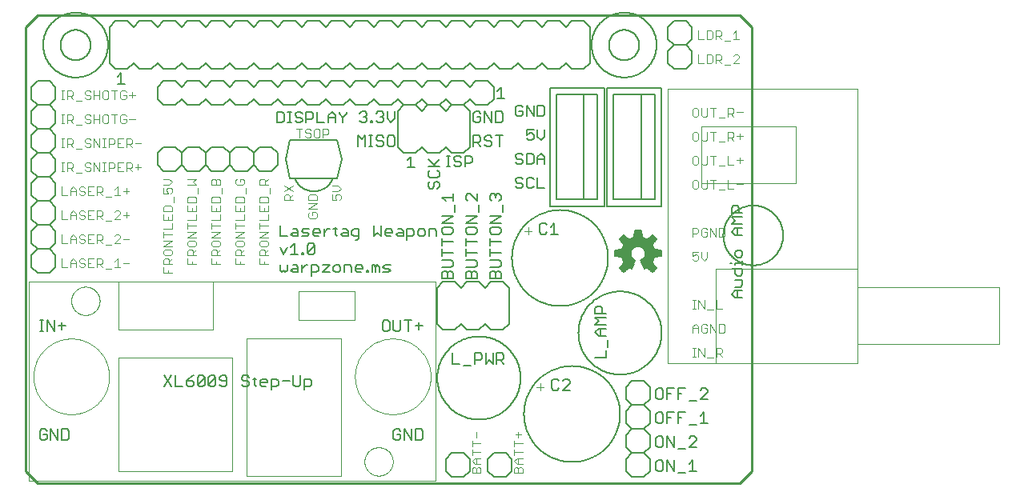
<source format=gto>
G75*
%MOIN*%
%OFA0B0*%
%FSLAX25Y25*%
%IPPOS*%
%LPD*%
%AMOC8*
5,1,8,0,0,1.08239X$1,22.5*
%
%ADD10C,0.01000*%
%ADD11C,0.00400*%
%ADD12C,0.00500*%
%ADD13C,0.00600*%
%ADD14C,0.00394*%
%ADD15C,0.00800*%
%ADD16C,0.00591*%
D10*
X0037595Y0057683D02*
X0032595Y0062683D01*
X0032595Y0247683D01*
X0037595Y0252683D01*
X0330095Y0252683D01*
X0335095Y0247683D01*
X0335095Y0062683D01*
X0330095Y0057683D01*
X0037595Y0057683D01*
D11*
X0218467Y0061958D02*
X0218467Y0063760D01*
X0219068Y0064360D01*
X0219668Y0064360D01*
X0220269Y0063760D01*
X0220269Y0061958D01*
X0222070Y0061958D02*
X0222070Y0063760D01*
X0221470Y0064360D01*
X0220869Y0064360D01*
X0220269Y0063760D01*
X0220269Y0065641D02*
X0220269Y0068043D01*
X0219668Y0068043D02*
X0222070Y0068043D01*
X0222070Y0065641D02*
X0219668Y0065641D01*
X0218467Y0066842D01*
X0219668Y0068043D01*
X0218467Y0069324D02*
X0218467Y0071726D01*
X0218467Y0070525D02*
X0222070Y0070525D01*
X0222070Y0074209D02*
X0218467Y0074209D01*
X0218467Y0073008D02*
X0218467Y0075410D01*
X0220269Y0076691D02*
X0220269Y0079093D01*
X0235967Y0075410D02*
X0235967Y0073008D01*
X0235967Y0074209D02*
X0239570Y0074209D01*
X0237769Y0076691D02*
X0237769Y0079093D01*
X0236568Y0077892D02*
X0238970Y0077892D01*
X0235967Y0071726D02*
X0235967Y0069324D01*
X0235967Y0070525D02*
X0239570Y0070525D01*
X0239570Y0068043D02*
X0237168Y0068043D01*
X0235967Y0066842D01*
X0237168Y0065641D01*
X0239570Y0065641D01*
X0238970Y0064360D02*
X0239570Y0063760D01*
X0239570Y0061958D01*
X0235967Y0061958D01*
X0235967Y0063760D01*
X0236568Y0064360D01*
X0237168Y0064360D01*
X0237769Y0063760D01*
X0237769Y0061958D01*
X0237769Y0063760D02*
X0238369Y0064360D01*
X0238970Y0064360D01*
X0237769Y0065641D02*
X0237769Y0068043D01*
X0222070Y0061958D02*
X0218467Y0061958D01*
X0246830Y0096150D02*
X0246830Y0099220D01*
X0245295Y0097685D02*
X0248364Y0097685D01*
X0310295Y0110383D02*
X0311496Y0110383D01*
X0310896Y0110383D02*
X0310896Y0113986D01*
X0311496Y0113986D02*
X0310295Y0113986D01*
X0312751Y0113986D02*
X0315153Y0110383D01*
X0315153Y0113986D01*
X0312751Y0113986D02*
X0312751Y0110383D01*
X0316434Y0109783D02*
X0318836Y0109783D01*
X0320117Y0110383D02*
X0320117Y0113986D01*
X0321918Y0113986D01*
X0322519Y0113386D01*
X0322519Y0112185D01*
X0321918Y0111584D01*
X0320117Y0111584D01*
X0321318Y0111584D02*
X0322519Y0110383D01*
X0323146Y0120383D02*
X0323747Y0120984D01*
X0323747Y0123386D01*
X0323146Y0123986D01*
X0321345Y0123986D01*
X0321345Y0120383D01*
X0323146Y0120383D01*
X0320063Y0120383D02*
X0320063Y0123986D01*
X0317661Y0123986D02*
X0320063Y0120383D01*
X0317661Y0120383D02*
X0317661Y0123986D01*
X0316380Y0123386D02*
X0315780Y0123986D01*
X0314579Y0123986D01*
X0313978Y0123386D01*
X0313978Y0120984D01*
X0314579Y0120383D01*
X0315780Y0120383D01*
X0316380Y0120984D01*
X0316380Y0122185D01*
X0315179Y0122185D01*
X0312697Y0122185D02*
X0310295Y0122185D01*
X0310295Y0122785D02*
X0311496Y0123986D01*
X0312697Y0122785D01*
X0312697Y0120383D01*
X0310295Y0120383D02*
X0310295Y0122785D01*
X0310295Y0130383D02*
X0311496Y0130383D01*
X0310896Y0130383D02*
X0310896Y0133986D01*
X0311496Y0133986D02*
X0310295Y0133986D01*
X0312751Y0133986D02*
X0315153Y0130383D01*
X0315153Y0133986D01*
X0312751Y0133986D02*
X0312751Y0130383D01*
X0316434Y0129783D02*
X0318836Y0129783D01*
X0320117Y0130383D02*
X0322519Y0130383D01*
X0320117Y0130383D02*
X0320117Y0133986D01*
X0315179Y0150383D02*
X0316380Y0151584D01*
X0316380Y0153986D01*
X0313978Y0153986D02*
X0313978Y0151584D01*
X0315179Y0150383D01*
X0312697Y0150984D02*
X0312097Y0150383D01*
X0310896Y0150383D01*
X0310295Y0150984D01*
X0310295Y0152185D02*
X0311496Y0152785D01*
X0312097Y0152785D01*
X0312697Y0152185D01*
X0312697Y0150984D01*
X0310295Y0152185D02*
X0310295Y0153986D01*
X0312697Y0153986D01*
X0314579Y0160383D02*
X0315780Y0160383D01*
X0316380Y0160984D01*
X0316380Y0162185D01*
X0315179Y0162185D01*
X0313978Y0163386D02*
X0313978Y0160984D01*
X0314579Y0160383D01*
X0312697Y0162185D02*
X0312097Y0161584D01*
X0310295Y0161584D01*
X0310295Y0160383D02*
X0310295Y0163986D01*
X0312097Y0163986D01*
X0312697Y0163386D01*
X0312697Y0162185D01*
X0313978Y0163386D02*
X0314579Y0163986D01*
X0315780Y0163986D01*
X0316380Y0163386D01*
X0317661Y0163986D02*
X0320063Y0160383D01*
X0320063Y0163986D01*
X0321345Y0163986D02*
X0323146Y0163986D01*
X0323747Y0163386D01*
X0323747Y0160984D01*
X0323146Y0160383D01*
X0321345Y0160383D01*
X0321345Y0163986D01*
X0317661Y0163986D02*
X0317661Y0160383D01*
X0321345Y0179783D02*
X0323747Y0179783D01*
X0325028Y0180383D02*
X0325028Y0183986D01*
X0325028Y0180383D02*
X0327430Y0180383D01*
X0328711Y0182185D02*
X0331113Y0182185D01*
X0320063Y0183986D02*
X0317661Y0183986D01*
X0318862Y0183986D02*
X0318862Y0180383D01*
X0316380Y0180984D02*
X0316380Y0183986D01*
X0313978Y0183986D02*
X0313978Y0180984D01*
X0314579Y0180383D01*
X0315780Y0180383D01*
X0316380Y0180984D01*
X0312697Y0180984D02*
X0312697Y0183386D01*
X0312097Y0183986D01*
X0310896Y0183986D01*
X0310295Y0183386D01*
X0310295Y0180984D01*
X0310896Y0180383D01*
X0312097Y0180383D01*
X0312697Y0180984D01*
X0312097Y0190383D02*
X0312697Y0190984D01*
X0312697Y0193386D01*
X0312097Y0193986D01*
X0310896Y0193986D01*
X0310295Y0193386D01*
X0310295Y0190984D01*
X0310896Y0190383D01*
X0312097Y0190383D01*
X0313978Y0190984D02*
X0314579Y0190383D01*
X0315780Y0190383D01*
X0316380Y0190984D01*
X0316380Y0193986D01*
X0317661Y0193986D02*
X0320063Y0193986D01*
X0318862Y0193986D02*
X0318862Y0190383D01*
X0321345Y0189783D02*
X0323747Y0189783D01*
X0325028Y0190383D02*
X0325028Y0193986D01*
X0325028Y0190383D02*
X0327430Y0190383D01*
X0328711Y0192185D02*
X0331113Y0192185D01*
X0329912Y0193386D02*
X0329912Y0190984D01*
X0323747Y0199783D02*
X0321345Y0199783D01*
X0318862Y0200383D02*
X0318862Y0203986D01*
X0317661Y0203986D02*
X0320063Y0203986D01*
X0316380Y0203986D02*
X0316380Y0200984D01*
X0315780Y0200383D01*
X0314579Y0200383D01*
X0313978Y0200984D01*
X0313978Y0203986D01*
X0312697Y0203386D02*
X0312097Y0203986D01*
X0310896Y0203986D01*
X0310295Y0203386D01*
X0310295Y0200984D01*
X0310896Y0200383D01*
X0312097Y0200383D01*
X0312697Y0200984D01*
X0312697Y0203386D01*
X0312097Y0210383D02*
X0312697Y0210984D01*
X0312697Y0213386D01*
X0312097Y0213986D01*
X0310896Y0213986D01*
X0310295Y0213386D01*
X0310295Y0210984D01*
X0310896Y0210383D01*
X0312097Y0210383D01*
X0313978Y0210984D02*
X0314579Y0210383D01*
X0315780Y0210383D01*
X0316380Y0210984D01*
X0316380Y0213986D01*
X0317661Y0213986D02*
X0320063Y0213986D01*
X0318862Y0213986D02*
X0318862Y0210383D01*
X0321345Y0209783D02*
X0323747Y0209783D01*
X0325028Y0210383D02*
X0325028Y0213986D01*
X0326829Y0213986D01*
X0327430Y0213386D01*
X0327430Y0212185D01*
X0326829Y0211584D01*
X0325028Y0211584D01*
X0326229Y0211584D02*
X0327430Y0210383D01*
X0328711Y0212185D02*
X0331113Y0212185D01*
X0313978Y0210984D02*
X0313978Y0213986D01*
X0325028Y0203986D02*
X0326829Y0203986D01*
X0327430Y0203386D01*
X0327430Y0202185D01*
X0326829Y0201584D01*
X0325028Y0201584D01*
X0326229Y0201584D02*
X0327430Y0200383D01*
X0328711Y0202185D02*
X0331113Y0202185D01*
X0329912Y0203386D02*
X0329912Y0200984D01*
X0325028Y0200383D02*
X0325028Y0203986D01*
X0313978Y0193986D02*
X0313978Y0190984D01*
X0243364Y0162685D02*
X0240295Y0162685D01*
X0241830Y0164220D02*
X0241830Y0161150D01*
X0163895Y0176117D02*
X0163295Y0175517D01*
X0163895Y0176117D02*
X0163895Y0177318D01*
X0163295Y0177919D01*
X0162094Y0177919D01*
X0161493Y0177318D01*
X0161493Y0176718D01*
X0162094Y0175517D01*
X0160292Y0175517D01*
X0160292Y0177919D01*
X0160292Y0179200D02*
X0162694Y0179200D01*
X0163895Y0180401D01*
X0162694Y0181602D01*
X0160292Y0181602D01*
X0153895Y0177251D02*
X0153295Y0177852D01*
X0150893Y0177852D01*
X0150292Y0177251D01*
X0150292Y0175450D01*
X0153895Y0175450D01*
X0153895Y0177251D01*
X0153895Y0174169D02*
X0150292Y0174169D01*
X0150292Y0171767D02*
X0153895Y0174169D01*
X0153895Y0171767D02*
X0150292Y0171767D01*
X0150893Y0170486D02*
X0150292Y0169885D01*
X0150292Y0168684D01*
X0150893Y0168084D01*
X0153295Y0168084D01*
X0153895Y0168684D01*
X0153895Y0169885D01*
X0153295Y0170486D01*
X0152094Y0170486D01*
X0152094Y0169285D01*
X0143895Y0175517D02*
X0140292Y0175517D01*
X0140292Y0177318D01*
X0140893Y0177919D01*
X0142094Y0177919D01*
X0142694Y0177318D01*
X0142694Y0175517D01*
X0142694Y0176718D02*
X0143895Y0177919D01*
X0143895Y0179200D02*
X0140292Y0181602D01*
X0140292Y0179200D02*
X0143895Y0181602D01*
X0134196Y0180719D02*
X0134196Y0178317D01*
X0132995Y0177036D02*
X0130593Y0177036D01*
X0129992Y0176435D01*
X0129992Y0174634D01*
X0133595Y0174634D01*
X0133595Y0176435D01*
X0132995Y0177036D01*
X0133595Y0173353D02*
X0133595Y0170950D01*
X0129992Y0170950D01*
X0129992Y0173353D01*
X0131794Y0172152D02*
X0131794Y0170950D01*
X0133595Y0169669D02*
X0133595Y0167267D01*
X0129992Y0167267D01*
X0129992Y0165986D02*
X0129992Y0163584D01*
X0129992Y0164785D02*
X0133595Y0164785D01*
X0133595Y0162303D02*
X0129992Y0162303D01*
X0129992Y0159901D02*
X0133595Y0162303D01*
X0133595Y0159901D02*
X0129992Y0159901D01*
X0130593Y0158620D02*
X0129992Y0158019D01*
X0129992Y0156818D01*
X0130593Y0156218D01*
X0132995Y0156218D01*
X0133595Y0156818D01*
X0133595Y0158019D01*
X0132995Y0158620D01*
X0130593Y0158620D01*
X0130593Y0154937D02*
X0131794Y0154937D01*
X0132394Y0154336D01*
X0132394Y0152535D01*
X0132394Y0153736D02*
X0133595Y0154937D01*
X0133595Y0152535D02*
X0129992Y0152535D01*
X0129992Y0154336D01*
X0130593Y0154937D01*
X0129992Y0151254D02*
X0129992Y0148852D01*
X0133595Y0148852D01*
X0131794Y0148852D02*
X0131794Y0150053D01*
X0123595Y0148852D02*
X0119992Y0148852D01*
X0119992Y0151254D01*
X0119992Y0152535D02*
X0119992Y0154336D01*
X0120593Y0154937D01*
X0121794Y0154937D01*
X0122394Y0154336D01*
X0122394Y0152535D01*
X0122394Y0153736D02*
X0123595Y0154937D01*
X0122995Y0156218D02*
X0123595Y0156818D01*
X0123595Y0158019D01*
X0122995Y0158620D01*
X0120593Y0158620D01*
X0119992Y0158019D01*
X0119992Y0156818D01*
X0120593Y0156218D01*
X0122995Y0156218D01*
X0123595Y0159901D02*
X0119992Y0159901D01*
X0123595Y0162303D01*
X0119992Y0162303D01*
X0119992Y0163584D02*
X0119992Y0165986D01*
X0119992Y0164785D02*
X0123595Y0164785D01*
X0123595Y0167267D02*
X0123595Y0169669D01*
X0123595Y0170950D02*
X0123595Y0173353D01*
X0123595Y0174634D02*
X0123595Y0176435D01*
X0122995Y0177036D01*
X0120593Y0177036D01*
X0119992Y0176435D01*
X0119992Y0174634D01*
X0123595Y0174634D01*
X0121794Y0172152D02*
X0121794Y0170950D01*
X0123595Y0170950D02*
X0119992Y0170950D01*
X0119992Y0173353D01*
X0119992Y0167267D02*
X0123595Y0167267D01*
X0113595Y0167267D02*
X0113595Y0169669D01*
X0113595Y0170950D02*
X0113595Y0173353D01*
X0113595Y0174634D02*
X0113595Y0176435D01*
X0112995Y0177036D01*
X0110593Y0177036D01*
X0109992Y0176435D01*
X0109992Y0174634D01*
X0113595Y0174634D01*
X0111794Y0172152D02*
X0111794Y0170950D01*
X0113595Y0170950D02*
X0109992Y0170950D01*
X0109992Y0173353D01*
X0109992Y0167267D02*
X0113595Y0167267D01*
X0113595Y0164785D02*
X0109992Y0164785D01*
X0109992Y0163584D02*
X0109992Y0165986D01*
X0109992Y0162303D02*
X0113595Y0162303D01*
X0109992Y0159901D01*
X0113595Y0159901D01*
X0112995Y0158620D02*
X0110593Y0158620D01*
X0109992Y0158019D01*
X0109992Y0156818D01*
X0110593Y0156218D01*
X0112995Y0156218D01*
X0113595Y0156818D01*
X0113595Y0158019D01*
X0112995Y0158620D01*
X0113595Y0154937D02*
X0112394Y0153736D01*
X0112394Y0154336D02*
X0112394Y0152535D01*
X0113595Y0152535D02*
X0109992Y0152535D01*
X0109992Y0154336D01*
X0110593Y0154937D01*
X0111794Y0154937D01*
X0112394Y0154336D01*
X0109992Y0151254D02*
X0109992Y0148852D01*
X0113595Y0148852D01*
X0111794Y0148852D02*
X0111794Y0150053D01*
X0103595Y0148852D02*
X0099992Y0148852D01*
X0099992Y0151254D01*
X0099992Y0152535D02*
X0099992Y0154336D01*
X0100593Y0154937D01*
X0101794Y0154937D01*
X0102394Y0154336D01*
X0102394Y0152535D01*
X0102394Y0153736D02*
X0103595Y0154937D01*
X0102995Y0156218D02*
X0103595Y0156818D01*
X0103595Y0158019D01*
X0102995Y0158620D01*
X0100593Y0158620D01*
X0099992Y0158019D01*
X0099992Y0156818D01*
X0100593Y0156218D01*
X0102995Y0156218D01*
X0103595Y0159901D02*
X0099992Y0159901D01*
X0103595Y0162303D01*
X0099992Y0162303D01*
X0099992Y0163584D02*
X0099992Y0165986D01*
X0099992Y0164785D02*
X0103595Y0164785D01*
X0103595Y0167267D02*
X0103595Y0169669D01*
X0103595Y0170950D02*
X0103595Y0173353D01*
X0103595Y0174634D02*
X0103595Y0176435D01*
X0102995Y0177036D01*
X0100593Y0177036D01*
X0099992Y0176435D01*
X0099992Y0174634D01*
X0103595Y0174634D01*
X0101794Y0172152D02*
X0101794Y0170950D01*
X0103595Y0170950D02*
X0099992Y0170950D01*
X0099992Y0173353D01*
X0094196Y0174634D02*
X0094196Y0177036D01*
X0092995Y0178317D02*
X0093595Y0178917D01*
X0093595Y0180118D01*
X0092995Y0180719D01*
X0091794Y0180719D01*
X0091193Y0180118D01*
X0091193Y0179518D01*
X0091794Y0178317D01*
X0089992Y0178317D01*
X0089992Y0180719D01*
X0089992Y0182000D02*
X0092394Y0182000D01*
X0093595Y0183201D01*
X0092394Y0184402D01*
X0089992Y0184402D01*
X0079389Y0188184D02*
X0079389Y0190586D01*
X0078188Y0189385D02*
X0080590Y0189385D01*
X0076907Y0189385D02*
X0076306Y0188784D01*
X0074505Y0188784D01*
X0075706Y0188784D02*
X0076907Y0187583D01*
X0076907Y0189385D02*
X0076907Y0190586D01*
X0076306Y0191186D01*
X0074505Y0191186D01*
X0074505Y0187583D01*
X0073224Y0187583D02*
X0070822Y0187583D01*
X0070822Y0191186D01*
X0073224Y0191186D01*
X0072023Y0189385D02*
X0070822Y0189385D01*
X0069541Y0189385D02*
X0068940Y0188784D01*
X0067139Y0188784D01*
X0067139Y0187583D02*
X0067139Y0191186D01*
X0068940Y0191186D01*
X0069541Y0190586D01*
X0069541Y0189385D01*
X0065884Y0191186D02*
X0064683Y0191186D01*
X0065284Y0191186D02*
X0065284Y0187583D01*
X0065884Y0187583D02*
X0064683Y0187583D01*
X0063402Y0187583D02*
X0063402Y0191186D01*
X0061000Y0191186D02*
X0063402Y0187583D01*
X0061000Y0187583D02*
X0061000Y0191186D01*
X0059719Y0190586D02*
X0059118Y0191186D01*
X0057917Y0191186D01*
X0057317Y0190586D01*
X0057317Y0189985D01*
X0057917Y0189385D01*
X0059118Y0189385D01*
X0059719Y0188784D01*
X0059719Y0188184D01*
X0059118Y0187583D01*
X0057917Y0187583D01*
X0057317Y0188184D01*
X0056036Y0186983D02*
X0053634Y0186983D01*
X0052353Y0187583D02*
X0051152Y0188784D01*
X0051752Y0188784D02*
X0049951Y0188784D01*
X0049951Y0187583D02*
X0049951Y0191186D01*
X0051752Y0191186D01*
X0052353Y0190586D01*
X0052353Y0189385D01*
X0051752Y0188784D01*
X0048696Y0187583D02*
X0047495Y0187583D01*
X0048096Y0187583D02*
X0048096Y0191186D01*
X0048696Y0191186D02*
X0047495Y0191186D01*
X0047495Y0197583D02*
X0048696Y0197583D01*
X0048096Y0197583D02*
X0048096Y0201186D01*
X0048696Y0201186D02*
X0047495Y0201186D01*
X0049951Y0201186D02*
X0049951Y0197583D01*
X0049951Y0198784D02*
X0051752Y0198784D01*
X0052353Y0199385D01*
X0052353Y0200586D01*
X0051752Y0201186D01*
X0049951Y0201186D01*
X0051152Y0198784D02*
X0052353Y0197583D01*
X0053634Y0196983D02*
X0056036Y0196983D01*
X0057317Y0198184D02*
X0057917Y0197583D01*
X0059118Y0197583D01*
X0059719Y0198184D01*
X0059719Y0198784D01*
X0059118Y0199385D01*
X0057917Y0199385D01*
X0057317Y0199985D01*
X0057317Y0200586D01*
X0057917Y0201186D01*
X0059118Y0201186D01*
X0059719Y0200586D01*
X0061000Y0201186D02*
X0063402Y0197583D01*
X0063402Y0201186D01*
X0064683Y0201186D02*
X0065884Y0201186D01*
X0065284Y0201186D02*
X0065284Y0197583D01*
X0065884Y0197583D02*
X0064683Y0197583D01*
X0067139Y0197583D02*
X0067139Y0201186D01*
X0068940Y0201186D01*
X0069541Y0200586D01*
X0069541Y0199385D01*
X0068940Y0198784D01*
X0067139Y0198784D01*
X0070822Y0199385D02*
X0072023Y0199385D01*
X0073224Y0201186D02*
X0070822Y0201186D01*
X0070822Y0197583D01*
X0073224Y0197583D01*
X0074505Y0197583D02*
X0074505Y0201186D01*
X0076306Y0201186D01*
X0076907Y0200586D01*
X0076907Y0199385D01*
X0076306Y0198784D01*
X0074505Y0198784D01*
X0075706Y0198784D02*
X0076907Y0197583D01*
X0078188Y0199385D02*
X0080590Y0199385D01*
X0073851Y0207583D02*
X0074451Y0208184D01*
X0074451Y0209385D01*
X0073250Y0209385D01*
X0072049Y0210586D02*
X0072049Y0208184D01*
X0072650Y0207583D01*
X0073851Y0207583D01*
X0075733Y0209385D02*
X0078135Y0209385D01*
X0074451Y0210586D02*
X0073851Y0211186D01*
X0072650Y0211186D01*
X0072049Y0210586D01*
X0070768Y0211186D02*
X0068366Y0211186D01*
X0069567Y0211186D02*
X0069567Y0207583D01*
X0067085Y0208184D02*
X0067085Y0210586D01*
X0066485Y0211186D01*
X0065284Y0211186D01*
X0064683Y0210586D01*
X0064683Y0208184D01*
X0065284Y0207583D01*
X0066485Y0207583D01*
X0067085Y0208184D01*
X0063402Y0207583D02*
X0063402Y0211186D01*
X0063402Y0209385D02*
X0061000Y0209385D01*
X0059719Y0208784D02*
X0059719Y0208184D01*
X0059118Y0207583D01*
X0057917Y0207583D01*
X0057317Y0208184D01*
X0057917Y0209385D02*
X0059118Y0209385D01*
X0059719Y0208784D01*
X0061000Y0207583D02*
X0061000Y0211186D01*
X0059719Y0210586D02*
X0059118Y0211186D01*
X0057917Y0211186D01*
X0057317Y0210586D01*
X0057317Y0209985D01*
X0057917Y0209385D01*
X0056036Y0206983D02*
X0053634Y0206983D01*
X0052353Y0207583D02*
X0051152Y0208784D01*
X0051752Y0208784D02*
X0049951Y0208784D01*
X0049951Y0207583D02*
X0049951Y0211186D01*
X0051752Y0211186D01*
X0052353Y0210586D01*
X0052353Y0209385D01*
X0051752Y0208784D01*
X0048696Y0207583D02*
X0047495Y0207583D01*
X0048096Y0207583D02*
X0048096Y0211186D01*
X0048696Y0211186D02*
X0047495Y0211186D01*
X0047495Y0217583D02*
X0048696Y0217583D01*
X0048096Y0217583D02*
X0048096Y0221186D01*
X0048696Y0221186D02*
X0047495Y0221186D01*
X0049951Y0221186D02*
X0049951Y0217583D01*
X0049951Y0218784D02*
X0051752Y0218784D01*
X0052353Y0219385D01*
X0052353Y0220586D01*
X0051752Y0221186D01*
X0049951Y0221186D01*
X0051152Y0218784D02*
X0052353Y0217583D01*
X0053634Y0216983D02*
X0056036Y0216983D01*
X0057317Y0218184D02*
X0057917Y0217583D01*
X0059118Y0217583D01*
X0059719Y0218184D01*
X0059719Y0218784D01*
X0059118Y0219385D01*
X0057917Y0219385D01*
X0057317Y0219985D01*
X0057317Y0220586D01*
X0057917Y0221186D01*
X0059118Y0221186D01*
X0059719Y0220586D01*
X0061000Y0221186D02*
X0061000Y0217583D01*
X0061000Y0219385D02*
X0063402Y0219385D01*
X0064683Y0220586D02*
X0064683Y0218184D01*
X0065284Y0217583D01*
X0066485Y0217583D01*
X0067085Y0218184D01*
X0067085Y0220586D01*
X0066485Y0221186D01*
X0065284Y0221186D01*
X0064683Y0220586D01*
X0063402Y0221186D02*
X0063402Y0217583D01*
X0068366Y0221186D02*
X0070768Y0221186D01*
X0069567Y0221186D02*
X0069567Y0217583D01*
X0072049Y0218184D02*
X0072650Y0217583D01*
X0073851Y0217583D01*
X0074451Y0218184D01*
X0074451Y0219385D01*
X0073250Y0219385D01*
X0072049Y0220586D02*
X0072049Y0218184D01*
X0072049Y0220586D02*
X0072650Y0221186D01*
X0073851Y0221186D01*
X0074451Y0220586D01*
X0075733Y0219385D02*
X0078135Y0219385D01*
X0076934Y0220586D02*
X0076934Y0218184D01*
X0061000Y0201186D02*
X0061000Y0197583D01*
X0060947Y0181186D02*
X0058545Y0181186D01*
X0058545Y0177583D01*
X0060947Y0177583D01*
X0062228Y0177583D02*
X0062228Y0181186D01*
X0064029Y0181186D01*
X0064630Y0180586D01*
X0064630Y0179385D01*
X0064029Y0178784D01*
X0062228Y0178784D01*
X0063429Y0178784D02*
X0064630Y0177583D01*
X0065911Y0176983D02*
X0068313Y0176983D01*
X0069594Y0177583D02*
X0071996Y0177583D01*
X0070795Y0177583D02*
X0070795Y0181186D01*
X0069594Y0179985D01*
X0073277Y0179385D02*
X0075679Y0179385D01*
X0074478Y0180586D02*
X0074478Y0178184D01*
X0059746Y0179385D02*
X0058545Y0179385D01*
X0057263Y0178784D02*
X0057263Y0178184D01*
X0056663Y0177583D01*
X0055462Y0177583D01*
X0054861Y0178184D01*
X0055462Y0179385D02*
X0056663Y0179385D01*
X0057263Y0178784D01*
X0057263Y0180586D02*
X0056663Y0181186D01*
X0055462Y0181186D01*
X0054861Y0180586D01*
X0054861Y0179985D01*
X0055462Y0179385D01*
X0053580Y0179385D02*
X0051178Y0179385D01*
X0051178Y0179985D02*
X0052379Y0181186D01*
X0053580Y0179985D01*
X0053580Y0177583D01*
X0051178Y0177583D02*
X0051178Y0179985D01*
X0049897Y0177583D02*
X0047495Y0177583D01*
X0047495Y0181186D01*
X0047495Y0171186D02*
X0047495Y0167583D01*
X0049897Y0167583D01*
X0051178Y0167583D02*
X0051178Y0169985D01*
X0052379Y0171186D01*
X0053580Y0169985D01*
X0053580Y0167583D01*
X0054861Y0168184D02*
X0055462Y0167583D01*
X0056663Y0167583D01*
X0057263Y0168184D01*
X0057263Y0168784D01*
X0056663Y0169385D01*
X0055462Y0169385D01*
X0054861Y0169985D01*
X0054861Y0170586D01*
X0055462Y0171186D01*
X0056663Y0171186D01*
X0057263Y0170586D01*
X0058545Y0171186D02*
X0058545Y0167583D01*
X0060947Y0167583D01*
X0062228Y0167583D02*
X0062228Y0171186D01*
X0064029Y0171186D01*
X0064630Y0170586D01*
X0064630Y0169385D01*
X0064029Y0168784D01*
X0062228Y0168784D01*
X0063429Y0168784D02*
X0064630Y0167583D01*
X0065911Y0166983D02*
X0068313Y0166983D01*
X0069594Y0167583D02*
X0071996Y0169985D01*
X0071996Y0170586D01*
X0071396Y0171186D01*
X0070195Y0171186D01*
X0069594Y0170586D01*
X0069594Y0167583D02*
X0071996Y0167583D01*
X0073277Y0169385D02*
X0075679Y0169385D01*
X0074478Y0170586D02*
X0074478Y0168184D01*
X0060947Y0171186D02*
X0058545Y0171186D01*
X0058545Y0169385D02*
X0059746Y0169385D01*
X0053580Y0169385D02*
X0051178Y0169385D01*
X0052379Y0161186D02*
X0053580Y0159985D01*
X0053580Y0157583D01*
X0054861Y0158184D02*
X0055462Y0157583D01*
X0056663Y0157583D01*
X0057263Y0158184D01*
X0057263Y0158784D01*
X0056663Y0159385D01*
X0055462Y0159385D01*
X0054861Y0159985D01*
X0054861Y0160586D01*
X0055462Y0161186D01*
X0056663Y0161186D01*
X0057263Y0160586D01*
X0058545Y0161186D02*
X0058545Y0157583D01*
X0060947Y0157583D01*
X0062228Y0157583D02*
X0062228Y0161186D01*
X0064029Y0161186D01*
X0064630Y0160586D01*
X0064630Y0159385D01*
X0064029Y0158784D01*
X0062228Y0158784D01*
X0063429Y0158784D02*
X0064630Y0157583D01*
X0065911Y0156983D02*
X0068313Y0156983D01*
X0069594Y0157583D02*
X0071996Y0159985D01*
X0071996Y0160586D01*
X0071396Y0161186D01*
X0070195Y0161186D01*
X0069594Y0160586D01*
X0069594Y0157583D02*
X0071996Y0157583D01*
X0073277Y0159385D02*
X0075679Y0159385D01*
X0089992Y0159901D02*
X0089992Y0162303D01*
X0089992Y0161102D02*
X0093595Y0161102D01*
X0093595Y0158620D02*
X0089992Y0158620D01*
X0089992Y0156218D02*
X0093595Y0158620D01*
X0093595Y0156218D02*
X0089992Y0156218D01*
X0090593Y0154937D02*
X0089992Y0154336D01*
X0089992Y0153135D01*
X0090593Y0152535D01*
X0092995Y0152535D01*
X0093595Y0153135D01*
X0093595Y0154336D01*
X0092995Y0154937D01*
X0090593Y0154937D01*
X0090593Y0151254D02*
X0091794Y0151254D01*
X0092394Y0150653D01*
X0092394Y0148852D01*
X0092394Y0150053D02*
X0093595Y0151254D01*
X0093595Y0148852D02*
X0089992Y0148852D01*
X0089992Y0150653D01*
X0090593Y0151254D01*
X0089992Y0147571D02*
X0089992Y0145168D01*
X0093595Y0145168D01*
X0091794Y0145168D02*
X0091794Y0146369D01*
X0101794Y0148852D02*
X0101794Y0150053D01*
X0103595Y0152535D02*
X0099992Y0152535D01*
X0119992Y0152535D02*
X0123595Y0152535D01*
X0121794Y0150053D02*
X0121794Y0148852D01*
X0093595Y0163584D02*
X0089992Y0163584D01*
X0093595Y0163584D02*
X0093595Y0165986D01*
X0093595Y0167267D02*
X0093595Y0169669D01*
X0093595Y0170950D02*
X0093595Y0172752D01*
X0092995Y0173353D01*
X0090593Y0173353D01*
X0089992Y0172752D01*
X0089992Y0170950D01*
X0093595Y0170950D01*
X0091794Y0168468D02*
X0091794Y0167267D01*
X0093595Y0167267D02*
X0089992Y0167267D01*
X0089992Y0169669D01*
X0099992Y0167267D02*
X0103595Y0167267D01*
X0104196Y0178317D02*
X0104196Y0180719D01*
X0103595Y0182000D02*
X0102394Y0183201D01*
X0103595Y0184402D01*
X0099992Y0184402D01*
X0099992Y0182000D02*
X0103595Y0182000D01*
X0109992Y0182000D02*
X0109992Y0183801D01*
X0110593Y0184402D01*
X0111193Y0184402D01*
X0111794Y0183801D01*
X0111794Y0182000D01*
X0113595Y0182000D02*
X0113595Y0183801D01*
X0112995Y0184402D01*
X0112394Y0184402D01*
X0111794Y0183801D01*
X0113595Y0182000D02*
X0109992Y0182000D01*
X0114196Y0180719D02*
X0114196Y0178317D01*
X0119992Y0182600D02*
X0120593Y0182000D01*
X0122995Y0182000D01*
X0123595Y0182600D01*
X0123595Y0183801D01*
X0122995Y0184402D01*
X0121794Y0184402D01*
X0121794Y0183201D01*
X0120593Y0184402D02*
X0119992Y0183801D01*
X0119992Y0182600D01*
X0124196Y0180719D02*
X0124196Y0178317D01*
X0129992Y0182000D02*
X0129992Y0183801D01*
X0130593Y0184402D01*
X0131794Y0184402D01*
X0132394Y0183801D01*
X0132394Y0182000D01*
X0132394Y0183201D02*
X0133595Y0184402D01*
X0133595Y0182000D02*
X0129992Y0182000D01*
X0146496Y0201633D02*
X0146496Y0205236D01*
X0145295Y0205236D02*
X0147697Y0205236D01*
X0148978Y0204636D02*
X0148978Y0204035D01*
X0149579Y0203435D01*
X0150780Y0203435D01*
X0151380Y0202834D01*
X0151380Y0202234D01*
X0150780Y0201633D01*
X0149579Y0201633D01*
X0148978Y0202234D01*
X0148978Y0204636D02*
X0149579Y0205236D01*
X0150780Y0205236D01*
X0151380Y0204636D01*
X0152661Y0204636D02*
X0152661Y0202234D01*
X0153262Y0201633D01*
X0154463Y0201633D01*
X0155063Y0202234D01*
X0155063Y0204636D01*
X0154463Y0205236D01*
X0153262Y0205236D01*
X0152661Y0204636D01*
X0156345Y0205236D02*
X0158146Y0205236D01*
X0158747Y0204636D01*
X0158747Y0203435D01*
X0158146Y0202834D01*
X0156345Y0202834D01*
X0156345Y0201633D02*
X0156345Y0205236D01*
X0060947Y0161186D02*
X0058545Y0161186D01*
X0058545Y0159385D02*
X0059746Y0159385D01*
X0053580Y0159385D02*
X0051178Y0159385D01*
X0051178Y0159985D02*
X0052379Y0161186D01*
X0051178Y0159985D02*
X0051178Y0157583D01*
X0049897Y0157583D02*
X0047495Y0157583D01*
X0047495Y0161186D01*
X0047495Y0151186D02*
X0047495Y0147583D01*
X0049897Y0147583D01*
X0051178Y0147583D02*
X0051178Y0149985D01*
X0052379Y0151186D01*
X0053580Y0149985D01*
X0053580Y0147583D01*
X0054861Y0148184D02*
X0055462Y0147583D01*
X0056663Y0147583D01*
X0057263Y0148184D01*
X0057263Y0148784D01*
X0056663Y0149385D01*
X0055462Y0149385D01*
X0054861Y0149985D01*
X0054861Y0150586D01*
X0055462Y0151186D01*
X0056663Y0151186D01*
X0057263Y0150586D01*
X0058545Y0151186D02*
X0058545Y0147583D01*
X0060947Y0147583D01*
X0062228Y0147583D02*
X0062228Y0151186D01*
X0064029Y0151186D01*
X0064630Y0150586D01*
X0064630Y0149385D01*
X0064029Y0148784D01*
X0062228Y0148784D01*
X0063429Y0148784D02*
X0064630Y0147583D01*
X0065911Y0146983D02*
X0068313Y0146983D01*
X0069594Y0147583D02*
X0071996Y0147583D01*
X0070795Y0147583D02*
X0070795Y0151186D01*
X0069594Y0149985D01*
X0073277Y0149385D02*
X0075679Y0149385D01*
X0060947Y0151186D02*
X0058545Y0151186D01*
X0058545Y0149385D02*
X0059746Y0149385D01*
X0053580Y0149385D02*
X0051178Y0149385D01*
X0312495Y0232583D02*
X0314897Y0232583D01*
X0316178Y0232583D02*
X0316178Y0236186D01*
X0317980Y0236186D01*
X0318580Y0235586D01*
X0318580Y0233184D01*
X0317980Y0232583D01*
X0316178Y0232583D01*
X0312495Y0232583D02*
X0312495Y0236186D01*
X0312495Y0242583D02*
X0314897Y0242583D01*
X0316178Y0242583D02*
X0316178Y0246186D01*
X0317980Y0246186D01*
X0318580Y0245586D01*
X0318580Y0243184D01*
X0317980Y0242583D01*
X0316178Y0242583D01*
X0312495Y0242583D02*
X0312495Y0246186D01*
X0319861Y0246186D02*
X0319861Y0242583D01*
X0319861Y0243784D02*
X0321663Y0243784D01*
X0322263Y0244385D01*
X0322263Y0245586D01*
X0321663Y0246186D01*
X0319861Y0246186D01*
X0321062Y0243784D02*
X0322263Y0242583D01*
X0323545Y0241983D02*
X0325947Y0241983D01*
X0327228Y0242583D02*
X0329630Y0242583D01*
X0328429Y0242583D02*
X0328429Y0246186D01*
X0327228Y0244985D01*
X0327828Y0236186D02*
X0327228Y0235586D01*
X0327828Y0236186D02*
X0329029Y0236186D01*
X0329630Y0235586D01*
X0329630Y0234985D01*
X0327228Y0232583D01*
X0329630Y0232583D01*
X0325947Y0231983D02*
X0323545Y0231983D01*
X0322263Y0232583D02*
X0321062Y0233784D01*
X0321663Y0233784D02*
X0319861Y0233784D01*
X0319861Y0232583D02*
X0319861Y0236186D01*
X0321663Y0236186D01*
X0322263Y0235586D01*
X0322263Y0234385D01*
X0321663Y0233784D01*
D12*
X0297231Y0222329D02*
X0274593Y0222329D01*
X0274593Y0173037D01*
X0297231Y0173037D01*
X0297231Y0222329D01*
X0294475Y0219573D02*
X0288845Y0219573D01*
X0288845Y0175793D01*
X0277349Y0175793D01*
X0277349Y0219573D01*
X0288845Y0219573D01*
X0294475Y0219573D02*
X0294475Y0175793D01*
X0288845Y0175793D01*
X0273481Y0173037D02*
X0250843Y0173037D01*
X0250843Y0222329D01*
X0273481Y0222329D01*
X0273481Y0173037D01*
X0270725Y0175793D02*
X0265095Y0175793D01*
X0265095Y0219573D01*
X0270725Y0219573D01*
X0270725Y0175793D01*
X0265095Y0175793D02*
X0253599Y0175793D01*
X0253599Y0219573D01*
X0265095Y0219573D01*
X0248744Y0214186D02*
X0248744Y0211184D01*
X0247993Y0210433D01*
X0245741Y0210433D01*
X0245741Y0214937D01*
X0247993Y0214937D01*
X0248744Y0214186D01*
X0244140Y0214937D02*
X0244140Y0210433D01*
X0241137Y0214937D01*
X0241137Y0210433D01*
X0239536Y0211184D02*
X0239536Y0212685D01*
X0238035Y0212685D01*
X0239536Y0214186D02*
X0238785Y0214937D01*
X0237284Y0214937D01*
X0236533Y0214186D01*
X0236533Y0211184D01*
X0237284Y0210433D01*
X0238785Y0210433D01*
X0239536Y0211184D01*
X0241137Y0204937D02*
X0241137Y0202685D01*
X0242639Y0203436D01*
X0243389Y0203436D01*
X0244140Y0202685D01*
X0244140Y0201184D01*
X0243389Y0200433D01*
X0241888Y0200433D01*
X0241137Y0201184D01*
X0241137Y0204937D02*
X0244140Y0204937D01*
X0245741Y0204937D02*
X0245741Y0201934D01*
X0247242Y0200433D01*
X0248744Y0201934D01*
X0248744Y0204937D01*
X0231306Y0202437D02*
X0228303Y0202437D01*
X0229804Y0202437D02*
X0229804Y0197933D01*
X0226702Y0198684D02*
X0225951Y0197933D01*
X0224450Y0197933D01*
X0223699Y0198684D01*
X0224450Y0200185D02*
X0225951Y0200185D01*
X0226702Y0199434D01*
X0226702Y0198684D01*
X0224450Y0200185D02*
X0223699Y0200936D01*
X0223699Y0201686D01*
X0224450Y0202437D01*
X0225951Y0202437D01*
X0226702Y0201686D01*
X0222098Y0201686D02*
X0222098Y0200185D01*
X0221347Y0199434D01*
X0219095Y0199434D01*
X0219095Y0197933D02*
X0219095Y0202437D01*
X0221347Y0202437D01*
X0222098Y0201686D01*
X0220596Y0199434D02*
X0222098Y0197933D01*
X0217770Y0193937D02*
X0215518Y0193937D01*
X0215518Y0189433D01*
X0215518Y0190934D02*
X0217770Y0190934D01*
X0218521Y0191685D01*
X0218521Y0193186D01*
X0217770Y0193937D01*
X0213917Y0193186D02*
X0213166Y0193937D01*
X0211665Y0193937D01*
X0210914Y0193186D01*
X0210914Y0192436D01*
X0211665Y0191685D01*
X0213166Y0191685D01*
X0213917Y0190934D01*
X0213917Y0190184D01*
X0213166Y0189433D01*
X0211665Y0189433D01*
X0210914Y0190184D01*
X0209346Y0189433D02*
X0207845Y0189433D01*
X0208596Y0189433D02*
X0208596Y0193937D01*
X0209346Y0193937D02*
X0207845Y0193937D01*
X0204845Y0192582D02*
X0202593Y0190330D01*
X0203344Y0189579D02*
X0200341Y0192582D01*
X0200341Y0189579D02*
X0204845Y0189579D01*
X0204095Y0187978D02*
X0204845Y0187227D01*
X0204845Y0185726D01*
X0204095Y0184975D01*
X0201092Y0184975D01*
X0200341Y0185726D01*
X0200341Y0187227D01*
X0201092Y0187978D01*
X0201092Y0183374D02*
X0200341Y0182623D01*
X0200341Y0181122D01*
X0201092Y0180371D01*
X0201843Y0180371D01*
X0202593Y0181122D01*
X0202593Y0182623D01*
X0203344Y0183374D01*
X0204095Y0183374D01*
X0204845Y0182623D01*
X0204845Y0181122D01*
X0204095Y0180371D01*
X0205966Y0176662D02*
X0210470Y0176662D01*
X0210470Y0175161D02*
X0210470Y0178163D01*
X0207468Y0175161D02*
X0205966Y0176662D01*
X0211221Y0173559D02*
X0211221Y0170557D01*
X0210470Y0168955D02*
X0205966Y0168955D01*
X0205966Y0165953D02*
X0210470Y0168955D01*
X0210470Y0165953D02*
X0205966Y0165953D01*
X0206717Y0164351D02*
X0205966Y0163601D01*
X0205966Y0162099D01*
X0206717Y0161349D01*
X0209720Y0161349D01*
X0210470Y0162099D01*
X0210470Y0163601D01*
X0209720Y0164351D01*
X0206717Y0164351D01*
X0203626Y0162685D02*
X0203626Y0160433D01*
X0203626Y0162685D02*
X0202875Y0163436D01*
X0200623Y0163436D01*
X0200623Y0160433D01*
X0199022Y0161184D02*
X0199022Y0162685D01*
X0198271Y0163436D01*
X0196770Y0163436D01*
X0196019Y0162685D01*
X0196019Y0161184D01*
X0196770Y0160433D01*
X0198271Y0160433D01*
X0199022Y0161184D01*
X0194418Y0161184D02*
X0193667Y0160433D01*
X0191415Y0160433D01*
X0191415Y0158932D02*
X0191415Y0163436D01*
X0193667Y0163436D01*
X0194418Y0162685D01*
X0194418Y0161184D01*
X0189814Y0161934D02*
X0187562Y0161934D01*
X0186811Y0161184D01*
X0187562Y0160433D01*
X0189814Y0160433D01*
X0189814Y0162685D01*
X0189063Y0163436D01*
X0187562Y0163436D01*
X0185210Y0162685D02*
X0185210Y0161934D01*
X0182207Y0161934D01*
X0182207Y0161184D02*
X0182207Y0162685D01*
X0182958Y0163436D01*
X0184459Y0163436D01*
X0185210Y0162685D01*
X0184459Y0160433D02*
X0182958Y0160433D01*
X0182207Y0161184D01*
X0180606Y0160433D02*
X0180606Y0164937D01*
X0177604Y0164937D02*
X0177604Y0160433D01*
X0179105Y0161934D01*
X0180606Y0160433D01*
X0171398Y0160433D02*
X0169146Y0160433D01*
X0168396Y0161184D01*
X0168396Y0162685D01*
X0169146Y0163436D01*
X0171398Y0163436D01*
X0171398Y0159682D01*
X0170648Y0158932D01*
X0169897Y0158932D01*
X0166794Y0160433D02*
X0164542Y0160433D01*
X0163792Y0161184D01*
X0164542Y0161934D01*
X0166794Y0161934D01*
X0166794Y0162685D02*
X0166794Y0160433D01*
X0166794Y0162685D02*
X0166044Y0163436D01*
X0164542Y0163436D01*
X0162224Y0163436D02*
X0160722Y0163436D01*
X0161473Y0164186D02*
X0161473Y0161184D01*
X0162224Y0160433D01*
X0159138Y0163436D02*
X0158387Y0163436D01*
X0156886Y0161934D01*
X0156886Y0160433D02*
X0156886Y0163436D01*
X0155284Y0162685D02*
X0155284Y0161934D01*
X0152282Y0161934D01*
X0152282Y0161184D02*
X0152282Y0162685D01*
X0153033Y0163436D01*
X0154534Y0163436D01*
X0155284Y0162685D01*
X0154534Y0160433D02*
X0153033Y0160433D01*
X0152282Y0161184D01*
X0150681Y0161184D02*
X0149930Y0161934D01*
X0148429Y0161934D01*
X0147678Y0162685D01*
X0148429Y0163436D01*
X0150681Y0163436D01*
X0150681Y0161184D02*
X0149930Y0160433D01*
X0147678Y0160433D01*
X0146077Y0160433D02*
X0143825Y0160433D01*
X0143074Y0161184D01*
X0143825Y0161934D01*
X0146077Y0161934D01*
X0146077Y0162685D02*
X0146077Y0160433D01*
X0146077Y0162685D02*
X0145326Y0163436D01*
X0143825Y0163436D01*
X0141473Y0160433D02*
X0138470Y0160433D01*
X0138470Y0164937D01*
X0138470Y0155936D02*
X0139971Y0152933D01*
X0141473Y0155936D01*
X0143074Y0155936D02*
X0144575Y0157437D01*
X0144575Y0152933D01*
X0143074Y0152933D02*
X0146077Y0152933D01*
X0147678Y0152933D02*
X0148429Y0152933D01*
X0148429Y0153684D01*
X0147678Y0153684D01*
X0147678Y0152933D01*
X0149980Y0153684D02*
X0152983Y0156686D01*
X0152983Y0153684D01*
X0152232Y0152933D01*
X0150731Y0152933D01*
X0149980Y0153684D01*
X0149980Y0156686D01*
X0150731Y0157437D01*
X0152232Y0157437D01*
X0152983Y0156686D01*
X0153767Y0148436D02*
X0154517Y0147685D01*
X0154517Y0146184D01*
X0153767Y0145433D01*
X0151515Y0145433D01*
X0151515Y0143932D02*
X0151515Y0148436D01*
X0153767Y0148436D01*
X0156119Y0148436D02*
X0159121Y0148436D01*
X0156119Y0145433D01*
X0159121Y0145433D01*
X0160722Y0146184D02*
X0161473Y0145433D01*
X0162974Y0145433D01*
X0163725Y0146184D01*
X0163725Y0147685D01*
X0162974Y0148436D01*
X0161473Y0148436D01*
X0160722Y0147685D01*
X0160722Y0146184D01*
X0165326Y0145433D02*
X0165326Y0148436D01*
X0167578Y0148436D01*
X0168329Y0147685D01*
X0168329Y0145433D01*
X0169930Y0146184D02*
X0169930Y0147685D01*
X0170681Y0148436D01*
X0172182Y0148436D01*
X0172933Y0147685D01*
X0172933Y0146934D01*
X0169930Y0146934D01*
X0169930Y0146184D02*
X0170681Y0145433D01*
X0172182Y0145433D01*
X0174534Y0145433D02*
X0175285Y0145433D01*
X0175285Y0146184D01*
X0174534Y0146184D01*
X0174534Y0145433D01*
X0176836Y0145433D02*
X0176836Y0148436D01*
X0177587Y0148436D01*
X0178337Y0147685D01*
X0179088Y0148436D01*
X0179839Y0147685D01*
X0179839Y0145433D01*
X0178337Y0145433D02*
X0178337Y0147685D01*
X0181440Y0147685D02*
X0182191Y0148436D01*
X0184443Y0148436D01*
X0183692Y0146934D02*
X0182191Y0146934D01*
X0181440Y0147685D01*
X0181440Y0145433D02*
X0183692Y0145433D01*
X0184443Y0146184D01*
X0183692Y0146934D01*
X0205966Y0147537D02*
X0209720Y0147537D01*
X0210470Y0148288D01*
X0210470Y0149789D01*
X0209720Y0150540D01*
X0205966Y0150540D01*
X0205966Y0152141D02*
X0205966Y0155143D01*
X0205966Y0153642D02*
X0210470Y0153642D01*
X0205966Y0156745D02*
X0205966Y0159747D01*
X0205966Y0158246D02*
X0210470Y0158246D01*
X0215966Y0158246D02*
X0220470Y0158246D01*
X0219720Y0161349D02*
X0220470Y0162099D01*
X0220470Y0163601D01*
X0219720Y0164351D01*
X0216717Y0164351D01*
X0215966Y0163601D01*
X0215966Y0162099D01*
X0216717Y0161349D01*
X0219720Y0161349D01*
X0215966Y0159747D02*
X0215966Y0156745D01*
X0215966Y0155143D02*
X0215966Y0152141D01*
X0215966Y0153642D02*
X0220470Y0153642D01*
X0219720Y0150540D02*
X0215966Y0150540D01*
X0215966Y0147537D02*
X0219720Y0147537D01*
X0220470Y0148288D01*
X0220470Y0149789D01*
X0219720Y0150540D01*
X0225966Y0150540D02*
X0229720Y0150540D01*
X0230470Y0149789D01*
X0230470Y0148288D01*
X0229720Y0147537D01*
X0225966Y0147537D01*
X0226717Y0145936D02*
X0227468Y0145936D01*
X0228218Y0145185D01*
X0228218Y0142933D01*
X0225966Y0142933D02*
X0225966Y0145185D01*
X0226717Y0145936D01*
X0228218Y0145185D02*
X0228969Y0145936D01*
X0229720Y0145936D01*
X0230470Y0145185D01*
X0230470Y0142933D01*
X0225966Y0142933D01*
X0220470Y0142933D02*
X0220470Y0145185D01*
X0219720Y0145936D01*
X0218969Y0145936D01*
X0218218Y0145185D01*
X0218218Y0142933D01*
X0220470Y0142933D02*
X0215966Y0142933D01*
X0215966Y0145185D01*
X0216717Y0145936D01*
X0217468Y0145936D01*
X0218218Y0145185D01*
X0210470Y0145185D02*
X0210470Y0142933D01*
X0205966Y0142933D01*
X0205966Y0145185D01*
X0206717Y0145936D01*
X0207468Y0145936D01*
X0208218Y0145185D01*
X0208218Y0142933D01*
X0208218Y0145185D02*
X0208969Y0145936D01*
X0209720Y0145936D01*
X0210470Y0145185D01*
X0225966Y0152141D02*
X0225966Y0155143D01*
X0225966Y0153642D02*
X0230470Y0153642D01*
X0225966Y0156745D02*
X0225966Y0159747D01*
X0225966Y0158246D02*
X0230470Y0158246D01*
X0229720Y0161349D02*
X0230470Y0162099D01*
X0230470Y0163601D01*
X0229720Y0164351D01*
X0226717Y0164351D01*
X0225966Y0163601D01*
X0225966Y0162099D01*
X0226717Y0161349D01*
X0229720Y0161349D01*
X0230470Y0165953D02*
X0225966Y0165953D01*
X0230470Y0168955D01*
X0225966Y0168955D01*
X0221221Y0170557D02*
X0221221Y0173559D01*
X0220470Y0175161D02*
X0217468Y0178163D01*
X0216717Y0178163D01*
X0215966Y0177412D01*
X0215966Y0175911D01*
X0216717Y0175161D01*
X0220470Y0175161D02*
X0220470Y0178163D01*
X0225966Y0177412D02*
X0225966Y0175911D01*
X0226717Y0175161D01*
X0228218Y0176662D02*
X0228218Y0177412D01*
X0228969Y0178163D01*
X0229720Y0178163D01*
X0230470Y0177412D01*
X0230470Y0175911D01*
X0229720Y0175161D01*
X0231221Y0173559D02*
X0231221Y0170557D01*
X0220470Y0168955D02*
X0215966Y0168955D01*
X0215966Y0165953D02*
X0220470Y0168955D01*
X0220470Y0165953D02*
X0215966Y0165953D01*
X0225966Y0177412D02*
X0226717Y0178163D01*
X0227468Y0178163D01*
X0228218Y0177412D01*
X0236533Y0181184D02*
X0237284Y0180433D01*
X0238785Y0180433D01*
X0239536Y0181184D01*
X0239536Y0181934D01*
X0238785Y0182685D01*
X0237284Y0182685D01*
X0236533Y0183436D01*
X0236533Y0184186D01*
X0237284Y0184937D01*
X0238785Y0184937D01*
X0239536Y0184186D01*
X0241137Y0184186D02*
X0241888Y0184937D01*
X0243389Y0184937D01*
X0244140Y0184186D01*
X0245741Y0184937D02*
X0245741Y0180433D01*
X0248744Y0180433D01*
X0244140Y0181184D02*
X0243389Y0180433D01*
X0241888Y0180433D01*
X0241137Y0181184D01*
X0241137Y0184186D01*
X0241137Y0190433D02*
X0243389Y0190433D01*
X0244140Y0191184D01*
X0244140Y0194186D01*
X0243389Y0194937D01*
X0241137Y0194937D01*
X0241137Y0190433D01*
X0239536Y0191184D02*
X0238785Y0190433D01*
X0237284Y0190433D01*
X0236533Y0191184D01*
X0237284Y0192685D02*
X0238785Y0192685D01*
X0239536Y0191934D01*
X0239536Y0191184D01*
X0237284Y0192685D02*
X0236533Y0193436D01*
X0236533Y0194186D01*
X0237284Y0194937D01*
X0238785Y0194937D01*
X0239536Y0194186D01*
X0245741Y0193436D02*
X0245741Y0190433D01*
X0245741Y0192685D02*
X0248744Y0192685D01*
X0248744Y0193436D02*
X0248744Y0190433D01*
X0248744Y0193436D02*
X0247242Y0194937D01*
X0245741Y0193436D01*
X0230555Y0207933D02*
X0231306Y0208684D01*
X0231306Y0211686D01*
X0230555Y0212437D01*
X0228303Y0212437D01*
X0228303Y0207933D01*
X0230555Y0207933D01*
X0226702Y0207933D02*
X0226702Y0212437D01*
X0223699Y0212437D02*
X0226702Y0207933D01*
X0223699Y0207933D02*
X0223699Y0212437D01*
X0222098Y0211686D02*
X0221347Y0212437D01*
X0219846Y0212437D01*
X0219095Y0211686D01*
X0219095Y0208684D01*
X0219846Y0207933D01*
X0221347Y0207933D01*
X0222098Y0208684D01*
X0222098Y0210185D01*
X0220596Y0210185D01*
X0229095Y0217933D02*
X0232098Y0217933D01*
X0230596Y0217933D02*
X0230596Y0222437D01*
X0229095Y0220936D01*
X0186244Y0212437D02*
X0186244Y0209434D01*
X0184742Y0207933D01*
X0183241Y0209434D01*
X0183241Y0212437D01*
X0181640Y0211686D02*
X0181640Y0210936D01*
X0180889Y0210185D01*
X0181640Y0209434D01*
X0181640Y0208684D01*
X0180889Y0207933D01*
X0179388Y0207933D01*
X0178637Y0208684D01*
X0177086Y0208684D02*
X0177086Y0207933D01*
X0176335Y0207933D01*
X0176335Y0208684D01*
X0177086Y0208684D01*
X0174734Y0208684D02*
X0173983Y0207933D01*
X0172482Y0207933D01*
X0171731Y0208684D01*
X0173233Y0210185D02*
X0173983Y0210185D01*
X0174734Y0209434D01*
X0174734Y0208684D01*
X0173983Y0210185D02*
X0174734Y0210936D01*
X0174734Y0211686D01*
X0173983Y0212437D01*
X0172482Y0212437D01*
X0171731Y0211686D01*
X0166244Y0211561D02*
X0166244Y0212312D01*
X0166244Y0211561D02*
X0164742Y0210060D01*
X0164742Y0207808D01*
X0164742Y0210060D02*
X0163241Y0211561D01*
X0163241Y0212312D01*
X0161640Y0210811D02*
X0160139Y0212312D01*
X0158637Y0210811D01*
X0158637Y0207808D01*
X0157036Y0207808D02*
X0154033Y0207808D01*
X0154033Y0212312D01*
X0152432Y0211561D02*
X0151681Y0212312D01*
X0149429Y0212312D01*
X0149429Y0207808D01*
X0149429Y0209309D02*
X0151681Y0209309D01*
X0152432Y0210060D01*
X0152432Y0211561D01*
X0147828Y0211561D02*
X0147077Y0212312D01*
X0145576Y0212312D01*
X0144825Y0211561D01*
X0144825Y0210811D01*
X0145576Y0210060D01*
X0147077Y0210060D01*
X0147828Y0209309D01*
X0147828Y0208559D01*
X0147077Y0207808D01*
X0145576Y0207808D01*
X0144825Y0208559D01*
X0143257Y0207808D02*
X0141756Y0207808D01*
X0142507Y0207808D02*
X0142507Y0212312D01*
X0143257Y0212312D02*
X0141756Y0212312D01*
X0140155Y0211561D02*
X0139404Y0212312D01*
X0137152Y0212312D01*
X0137152Y0207808D01*
X0139404Y0207808D01*
X0140155Y0208559D01*
X0140155Y0211561D01*
X0142748Y0200452D02*
X0162433Y0200452D01*
X0164401Y0192578D01*
X0162433Y0184704D01*
X0160464Y0184704D01*
X0144716Y0184704D01*
X0142748Y0184704D01*
X0140779Y0192578D01*
X0142748Y0200452D01*
X0158637Y0210060D02*
X0161640Y0210060D01*
X0161640Y0210811D02*
X0161640Y0207808D01*
X0170964Y0202437D02*
X0172465Y0200936D01*
X0173967Y0202437D01*
X0173967Y0197933D01*
X0175568Y0197933D02*
X0177069Y0197933D01*
X0176319Y0197933D02*
X0176319Y0202437D01*
X0177069Y0202437D02*
X0175568Y0202437D01*
X0178637Y0201686D02*
X0178637Y0200936D01*
X0179388Y0200185D01*
X0180889Y0200185D01*
X0181640Y0199434D01*
X0181640Y0198684D01*
X0180889Y0197933D01*
X0179388Y0197933D01*
X0178637Y0198684D01*
X0178637Y0201686D02*
X0179388Y0202437D01*
X0180889Y0202437D01*
X0181640Y0201686D01*
X0183241Y0201686D02*
X0183241Y0198684D01*
X0183992Y0197933D01*
X0185493Y0197933D01*
X0186244Y0198684D01*
X0186244Y0201686D01*
X0185493Y0202437D01*
X0183992Y0202437D01*
X0183241Y0201686D01*
X0180889Y0210185D02*
X0180139Y0210185D01*
X0181640Y0211686D02*
X0180889Y0212437D01*
X0179388Y0212437D01*
X0178637Y0211686D01*
X0170964Y0202437D02*
X0170964Y0197933D01*
X0160464Y0184704D02*
X0160389Y0184513D01*
X0160310Y0184323D01*
X0160226Y0184135D01*
X0160137Y0183949D01*
X0160044Y0183765D01*
X0159947Y0183584D01*
X0159845Y0183405D01*
X0159738Y0183228D01*
X0159628Y0183055D01*
X0159513Y0182884D01*
X0159394Y0182716D01*
X0159271Y0182551D01*
X0159144Y0182389D01*
X0159013Y0182230D01*
X0158878Y0182074D01*
X0158740Y0181922D01*
X0158597Y0181773D01*
X0158452Y0181628D01*
X0158302Y0181486D01*
X0158149Y0181348D01*
X0157993Y0181214D01*
X0157834Y0181083D01*
X0157671Y0180957D01*
X0157506Y0180835D01*
X0157337Y0180716D01*
X0157166Y0180602D01*
X0156992Y0180492D01*
X0156815Y0180387D01*
X0156636Y0180285D01*
X0156454Y0180188D01*
X0156270Y0180096D01*
X0156084Y0180008D01*
X0155896Y0179925D01*
X0155705Y0179846D01*
X0155513Y0179772D01*
X0155319Y0179703D01*
X0155124Y0179639D01*
X0154927Y0179579D01*
X0154728Y0179524D01*
X0154528Y0179474D01*
X0154328Y0179429D01*
X0154126Y0179389D01*
X0153923Y0179354D01*
X0153719Y0179324D01*
X0153515Y0179299D01*
X0153310Y0179279D01*
X0153104Y0179264D01*
X0152899Y0179254D01*
X0152693Y0179249D01*
X0152487Y0179249D01*
X0152281Y0179254D01*
X0152076Y0179264D01*
X0151870Y0179279D01*
X0151665Y0179299D01*
X0151461Y0179324D01*
X0151257Y0179354D01*
X0151054Y0179389D01*
X0150852Y0179429D01*
X0150652Y0179474D01*
X0150452Y0179524D01*
X0150253Y0179579D01*
X0150056Y0179639D01*
X0149861Y0179703D01*
X0149667Y0179772D01*
X0149475Y0179846D01*
X0149284Y0179925D01*
X0149096Y0180008D01*
X0148910Y0180096D01*
X0148726Y0180188D01*
X0148544Y0180285D01*
X0148365Y0180387D01*
X0148188Y0180492D01*
X0148014Y0180602D01*
X0147843Y0180716D01*
X0147674Y0180835D01*
X0147509Y0180957D01*
X0147346Y0181083D01*
X0147187Y0181214D01*
X0147031Y0181348D01*
X0146878Y0181486D01*
X0146728Y0181628D01*
X0146583Y0181773D01*
X0146440Y0181922D01*
X0146302Y0182074D01*
X0146167Y0182230D01*
X0146036Y0182389D01*
X0145909Y0182551D01*
X0145786Y0182716D01*
X0145667Y0182884D01*
X0145552Y0183055D01*
X0145442Y0183228D01*
X0145335Y0183405D01*
X0145233Y0183584D01*
X0145136Y0183765D01*
X0145043Y0183949D01*
X0144954Y0184135D01*
X0144870Y0184323D01*
X0144791Y0184513D01*
X0144716Y0184704D01*
X0191595Y0189183D02*
X0194598Y0189183D01*
X0193096Y0189183D02*
X0193096Y0193687D01*
X0191595Y0192186D01*
X0246554Y0165129D02*
X0247304Y0165880D01*
X0248806Y0165880D01*
X0249556Y0165129D01*
X0251158Y0164379D02*
X0252659Y0165880D01*
X0252659Y0161376D01*
X0251158Y0161376D02*
X0254160Y0161376D01*
X0249556Y0162127D02*
X0248806Y0161376D01*
X0247304Y0161376D01*
X0246554Y0162127D01*
X0246554Y0165129D01*
X0235095Y0151433D02*
X0235101Y0151924D01*
X0235119Y0152414D01*
X0235149Y0152904D01*
X0235191Y0153393D01*
X0235245Y0153881D01*
X0235311Y0154368D01*
X0235389Y0154852D01*
X0235479Y0155335D01*
X0235581Y0155815D01*
X0235694Y0156293D01*
X0235819Y0156767D01*
X0235956Y0157239D01*
X0236104Y0157707D01*
X0236264Y0158171D01*
X0236435Y0158631D01*
X0236617Y0159087D01*
X0236811Y0159538D01*
X0237015Y0159984D01*
X0237231Y0160425D01*
X0237457Y0160861D01*
X0237693Y0161291D01*
X0237940Y0161715D01*
X0238198Y0162133D01*
X0238466Y0162544D01*
X0238743Y0162949D01*
X0239031Y0163347D01*
X0239328Y0163738D01*
X0239635Y0164121D01*
X0239951Y0164496D01*
X0240276Y0164864D01*
X0240610Y0165224D01*
X0240953Y0165575D01*
X0241304Y0165918D01*
X0241664Y0166252D01*
X0242032Y0166577D01*
X0242407Y0166893D01*
X0242790Y0167200D01*
X0243181Y0167497D01*
X0243579Y0167785D01*
X0243984Y0168062D01*
X0244395Y0168330D01*
X0244813Y0168588D01*
X0245237Y0168835D01*
X0245667Y0169071D01*
X0246103Y0169297D01*
X0246544Y0169513D01*
X0246990Y0169717D01*
X0247441Y0169911D01*
X0247897Y0170093D01*
X0248357Y0170264D01*
X0248821Y0170424D01*
X0249289Y0170572D01*
X0249761Y0170709D01*
X0250235Y0170834D01*
X0250713Y0170947D01*
X0251193Y0171049D01*
X0251676Y0171139D01*
X0252160Y0171217D01*
X0252647Y0171283D01*
X0253135Y0171337D01*
X0253624Y0171379D01*
X0254114Y0171409D01*
X0254604Y0171427D01*
X0255095Y0171433D01*
X0255586Y0171427D01*
X0256076Y0171409D01*
X0256566Y0171379D01*
X0257055Y0171337D01*
X0257543Y0171283D01*
X0258030Y0171217D01*
X0258514Y0171139D01*
X0258997Y0171049D01*
X0259477Y0170947D01*
X0259955Y0170834D01*
X0260429Y0170709D01*
X0260901Y0170572D01*
X0261369Y0170424D01*
X0261833Y0170264D01*
X0262293Y0170093D01*
X0262749Y0169911D01*
X0263200Y0169717D01*
X0263646Y0169513D01*
X0264087Y0169297D01*
X0264523Y0169071D01*
X0264953Y0168835D01*
X0265377Y0168588D01*
X0265795Y0168330D01*
X0266206Y0168062D01*
X0266611Y0167785D01*
X0267009Y0167497D01*
X0267400Y0167200D01*
X0267783Y0166893D01*
X0268158Y0166577D01*
X0268526Y0166252D01*
X0268886Y0165918D01*
X0269237Y0165575D01*
X0269580Y0165224D01*
X0269914Y0164864D01*
X0270239Y0164496D01*
X0270555Y0164121D01*
X0270862Y0163738D01*
X0271159Y0163347D01*
X0271447Y0162949D01*
X0271724Y0162544D01*
X0271992Y0162133D01*
X0272250Y0161715D01*
X0272497Y0161291D01*
X0272733Y0160861D01*
X0272959Y0160425D01*
X0273175Y0159984D01*
X0273379Y0159538D01*
X0273573Y0159087D01*
X0273755Y0158631D01*
X0273926Y0158171D01*
X0274086Y0157707D01*
X0274234Y0157239D01*
X0274371Y0156767D01*
X0274496Y0156293D01*
X0274609Y0155815D01*
X0274711Y0155335D01*
X0274801Y0154852D01*
X0274879Y0154368D01*
X0274945Y0153881D01*
X0274999Y0153393D01*
X0275041Y0152904D01*
X0275071Y0152414D01*
X0275089Y0151924D01*
X0275095Y0151433D01*
X0275089Y0150942D01*
X0275071Y0150452D01*
X0275041Y0149962D01*
X0274999Y0149473D01*
X0274945Y0148985D01*
X0274879Y0148498D01*
X0274801Y0148014D01*
X0274711Y0147531D01*
X0274609Y0147051D01*
X0274496Y0146573D01*
X0274371Y0146099D01*
X0274234Y0145627D01*
X0274086Y0145159D01*
X0273926Y0144695D01*
X0273755Y0144235D01*
X0273573Y0143779D01*
X0273379Y0143328D01*
X0273175Y0142882D01*
X0272959Y0142441D01*
X0272733Y0142005D01*
X0272497Y0141575D01*
X0272250Y0141151D01*
X0271992Y0140733D01*
X0271724Y0140322D01*
X0271447Y0139917D01*
X0271159Y0139519D01*
X0270862Y0139128D01*
X0270555Y0138745D01*
X0270239Y0138370D01*
X0269914Y0138002D01*
X0269580Y0137642D01*
X0269237Y0137291D01*
X0268886Y0136948D01*
X0268526Y0136614D01*
X0268158Y0136289D01*
X0267783Y0135973D01*
X0267400Y0135666D01*
X0267009Y0135369D01*
X0266611Y0135081D01*
X0266206Y0134804D01*
X0265795Y0134536D01*
X0265377Y0134278D01*
X0264953Y0134031D01*
X0264523Y0133795D01*
X0264087Y0133569D01*
X0263646Y0133353D01*
X0263200Y0133149D01*
X0262749Y0132955D01*
X0262293Y0132773D01*
X0261833Y0132602D01*
X0261369Y0132442D01*
X0260901Y0132294D01*
X0260429Y0132157D01*
X0259955Y0132032D01*
X0259477Y0131919D01*
X0258997Y0131817D01*
X0258514Y0131727D01*
X0258030Y0131649D01*
X0257543Y0131583D01*
X0257055Y0131529D01*
X0256566Y0131487D01*
X0256076Y0131457D01*
X0255586Y0131439D01*
X0255095Y0131433D01*
X0254604Y0131439D01*
X0254114Y0131457D01*
X0253624Y0131487D01*
X0253135Y0131529D01*
X0252647Y0131583D01*
X0252160Y0131649D01*
X0251676Y0131727D01*
X0251193Y0131817D01*
X0250713Y0131919D01*
X0250235Y0132032D01*
X0249761Y0132157D01*
X0249289Y0132294D01*
X0248821Y0132442D01*
X0248357Y0132602D01*
X0247897Y0132773D01*
X0247441Y0132955D01*
X0246990Y0133149D01*
X0246544Y0133353D01*
X0246103Y0133569D01*
X0245667Y0133795D01*
X0245237Y0134031D01*
X0244813Y0134278D01*
X0244395Y0134536D01*
X0243984Y0134804D01*
X0243579Y0135081D01*
X0243181Y0135369D01*
X0242790Y0135666D01*
X0242407Y0135973D01*
X0242032Y0136289D01*
X0241664Y0136614D01*
X0241304Y0136948D01*
X0240953Y0137291D01*
X0240610Y0137642D01*
X0240276Y0138002D01*
X0239951Y0138370D01*
X0239635Y0138745D01*
X0239328Y0139128D01*
X0239031Y0139519D01*
X0238743Y0139917D01*
X0238466Y0140322D01*
X0238198Y0140733D01*
X0237940Y0141151D01*
X0237693Y0141575D01*
X0237457Y0142005D01*
X0237231Y0142441D01*
X0237015Y0142882D01*
X0236811Y0143328D01*
X0236617Y0143779D01*
X0236435Y0144235D01*
X0236264Y0144695D01*
X0236104Y0145159D01*
X0235956Y0145627D01*
X0235819Y0146099D01*
X0235694Y0146573D01*
X0235581Y0147051D01*
X0235479Y0147531D01*
X0235389Y0148014D01*
X0235311Y0148498D01*
X0235245Y0148985D01*
X0235191Y0149473D01*
X0235149Y0149962D01*
X0235119Y0150452D01*
X0235101Y0150942D01*
X0235095Y0151433D01*
X0269716Y0130476D02*
X0270467Y0131226D01*
X0271968Y0131226D01*
X0272719Y0130476D01*
X0272719Y0128224D01*
X0274220Y0128224D02*
X0269716Y0128224D01*
X0269716Y0130476D01*
X0269716Y0126622D02*
X0274220Y0126622D01*
X0274220Y0123620D02*
X0269716Y0123620D01*
X0271218Y0125121D01*
X0269716Y0126622D01*
X0271218Y0122018D02*
X0274220Y0122018D01*
X0271968Y0122018D02*
X0271968Y0119016D01*
X0271218Y0119016D02*
X0269716Y0120517D01*
X0271218Y0122018D01*
X0271218Y0119016D02*
X0274220Y0119016D01*
X0274971Y0117415D02*
X0274971Y0114412D01*
X0274220Y0112811D02*
X0274220Y0109808D01*
X0269716Y0109808D01*
X0259160Y0100129D02*
X0258410Y0100880D01*
X0256908Y0100880D01*
X0256158Y0100129D01*
X0254556Y0100129D02*
X0253806Y0100880D01*
X0252304Y0100880D01*
X0251554Y0100129D01*
X0251554Y0097127D01*
X0252304Y0096376D01*
X0253806Y0096376D01*
X0254556Y0097127D01*
X0256158Y0096376D02*
X0259160Y0099379D01*
X0259160Y0100129D01*
X0259160Y0096376D02*
X0256158Y0096376D01*
X0240095Y0086433D02*
X0240101Y0086924D01*
X0240119Y0087414D01*
X0240149Y0087904D01*
X0240191Y0088393D01*
X0240245Y0088881D01*
X0240311Y0089368D01*
X0240389Y0089852D01*
X0240479Y0090335D01*
X0240581Y0090815D01*
X0240694Y0091293D01*
X0240819Y0091767D01*
X0240956Y0092239D01*
X0241104Y0092707D01*
X0241264Y0093171D01*
X0241435Y0093631D01*
X0241617Y0094087D01*
X0241811Y0094538D01*
X0242015Y0094984D01*
X0242231Y0095425D01*
X0242457Y0095861D01*
X0242693Y0096291D01*
X0242940Y0096715D01*
X0243198Y0097133D01*
X0243466Y0097544D01*
X0243743Y0097949D01*
X0244031Y0098347D01*
X0244328Y0098738D01*
X0244635Y0099121D01*
X0244951Y0099496D01*
X0245276Y0099864D01*
X0245610Y0100224D01*
X0245953Y0100575D01*
X0246304Y0100918D01*
X0246664Y0101252D01*
X0247032Y0101577D01*
X0247407Y0101893D01*
X0247790Y0102200D01*
X0248181Y0102497D01*
X0248579Y0102785D01*
X0248984Y0103062D01*
X0249395Y0103330D01*
X0249813Y0103588D01*
X0250237Y0103835D01*
X0250667Y0104071D01*
X0251103Y0104297D01*
X0251544Y0104513D01*
X0251990Y0104717D01*
X0252441Y0104911D01*
X0252897Y0105093D01*
X0253357Y0105264D01*
X0253821Y0105424D01*
X0254289Y0105572D01*
X0254761Y0105709D01*
X0255235Y0105834D01*
X0255713Y0105947D01*
X0256193Y0106049D01*
X0256676Y0106139D01*
X0257160Y0106217D01*
X0257647Y0106283D01*
X0258135Y0106337D01*
X0258624Y0106379D01*
X0259114Y0106409D01*
X0259604Y0106427D01*
X0260095Y0106433D01*
X0260586Y0106427D01*
X0261076Y0106409D01*
X0261566Y0106379D01*
X0262055Y0106337D01*
X0262543Y0106283D01*
X0263030Y0106217D01*
X0263514Y0106139D01*
X0263997Y0106049D01*
X0264477Y0105947D01*
X0264955Y0105834D01*
X0265429Y0105709D01*
X0265901Y0105572D01*
X0266369Y0105424D01*
X0266833Y0105264D01*
X0267293Y0105093D01*
X0267749Y0104911D01*
X0268200Y0104717D01*
X0268646Y0104513D01*
X0269087Y0104297D01*
X0269523Y0104071D01*
X0269953Y0103835D01*
X0270377Y0103588D01*
X0270795Y0103330D01*
X0271206Y0103062D01*
X0271611Y0102785D01*
X0272009Y0102497D01*
X0272400Y0102200D01*
X0272783Y0101893D01*
X0273158Y0101577D01*
X0273526Y0101252D01*
X0273886Y0100918D01*
X0274237Y0100575D01*
X0274580Y0100224D01*
X0274914Y0099864D01*
X0275239Y0099496D01*
X0275555Y0099121D01*
X0275862Y0098738D01*
X0276159Y0098347D01*
X0276447Y0097949D01*
X0276724Y0097544D01*
X0276992Y0097133D01*
X0277250Y0096715D01*
X0277497Y0096291D01*
X0277733Y0095861D01*
X0277959Y0095425D01*
X0278175Y0094984D01*
X0278379Y0094538D01*
X0278573Y0094087D01*
X0278755Y0093631D01*
X0278926Y0093171D01*
X0279086Y0092707D01*
X0279234Y0092239D01*
X0279371Y0091767D01*
X0279496Y0091293D01*
X0279609Y0090815D01*
X0279711Y0090335D01*
X0279801Y0089852D01*
X0279879Y0089368D01*
X0279945Y0088881D01*
X0279999Y0088393D01*
X0280041Y0087904D01*
X0280071Y0087414D01*
X0280089Y0086924D01*
X0280095Y0086433D01*
X0280089Y0085942D01*
X0280071Y0085452D01*
X0280041Y0084962D01*
X0279999Y0084473D01*
X0279945Y0083985D01*
X0279879Y0083498D01*
X0279801Y0083014D01*
X0279711Y0082531D01*
X0279609Y0082051D01*
X0279496Y0081573D01*
X0279371Y0081099D01*
X0279234Y0080627D01*
X0279086Y0080159D01*
X0278926Y0079695D01*
X0278755Y0079235D01*
X0278573Y0078779D01*
X0278379Y0078328D01*
X0278175Y0077882D01*
X0277959Y0077441D01*
X0277733Y0077005D01*
X0277497Y0076575D01*
X0277250Y0076151D01*
X0276992Y0075733D01*
X0276724Y0075322D01*
X0276447Y0074917D01*
X0276159Y0074519D01*
X0275862Y0074128D01*
X0275555Y0073745D01*
X0275239Y0073370D01*
X0274914Y0073002D01*
X0274580Y0072642D01*
X0274237Y0072291D01*
X0273886Y0071948D01*
X0273526Y0071614D01*
X0273158Y0071289D01*
X0272783Y0070973D01*
X0272400Y0070666D01*
X0272009Y0070369D01*
X0271611Y0070081D01*
X0271206Y0069804D01*
X0270795Y0069536D01*
X0270377Y0069278D01*
X0269953Y0069031D01*
X0269523Y0068795D01*
X0269087Y0068569D01*
X0268646Y0068353D01*
X0268200Y0068149D01*
X0267749Y0067955D01*
X0267293Y0067773D01*
X0266833Y0067602D01*
X0266369Y0067442D01*
X0265901Y0067294D01*
X0265429Y0067157D01*
X0264955Y0067032D01*
X0264477Y0066919D01*
X0263997Y0066817D01*
X0263514Y0066727D01*
X0263030Y0066649D01*
X0262543Y0066583D01*
X0262055Y0066529D01*
X0261566Y0066487D01*
X0261076Y0066457D01*
X0260586Y0066439D01*
X0260095Y0066433D01*
X0259604Y0066439D01*
X0259114Y0066457D01*
X0258624Y0066487D01*
X0258135Y0066529D01*
X0257647Y0066583D01*
X0257160Y0066649D01*
X0256676Y0066727D01*
X0256193Y0066817D01*
X0255713Y0066919D01*
X0255235Y0067032D01*
X0254761Y0067157D01*
X0254289Y0067294D01*
X0253821Y0067442D01*
X0253357Y0067602D01*
X0252897Y0067773D01*
X0252441Y0067955D01*
X0251990Y0068149D01*
X0251544Y0068353D01*
X0251103Y0068569D01*
X0250667Y0068795D01*
X0250237Y0069031D01*
X0249813Y0069278D01*
X0249395Y0069536D01*
X0248984Y0069804D01*
X0248579Y0070081D01*
X0248181Y0070369D01*
X0247790Y0070666D01*
X0247407Y0070973D01*
X0247032Y0071289D01*
X0246664Y0071614D01*
X0246304Y0071948D01*
X0245953Y0072291D01*
X0245610Y0072642D01*
X0245276Y0073002D01*
X0244951Y0073370D01*
X0244635Y0073745D01*
X0244328Y0074128D01*
X0244031Y0074519D01*
X0243743Y0074917D01*
X0243466Y0075322D01*
X0243198Y0075733D01*
X0242940Y0076151D01*
X0242693Y0076575D01*
X0242457Y0077005D01*
X0242231Y0077441D01*
X0242015Y0077882D01*
X0241811Y0078328D01*
X0241617Y0078779D01*
X0241435Y0079235D01*
X0241264Y0079695D01*
X0241104Y0080159D01*
X0240956Y0080627D01*
X0240819Y0081099D01*
X0240694Y0081573D01*
X0240581Y0082051D01*
X0240479Y0082531D01*
X0240389Y0083014D01*
X0240311Y0083498D01*
X0240245Y0083985D01*
X0240191Y0084473D01*
X0240149Y0084962D01*
X0240119Y0085452D01*
X0240101Y0085942D01*
X0240095Y0086433D01*
X0231763Y0107308D02*
X0230262Y0108809D01*
X0231013Y0108809D02*
X0228761Y0108809D01*
X0228761Y0107308D02*
X0228761Y0111812D01*
X0231013Y0111812D01*
X0231763Y0111061D01*
X0231763Y0109560D01*
X0231013Y0108809D01*
X0227159Y0107308D02*
X0225658Y0108809D01*
X0224157Y0107308D01*
X0224157Y0111812D01*
X0222556Y0111061D02*
X0221805Y0111812D01*
X0219553Y0111812D01*
X0219553Y0107308D01*
X0219553Y0108809D02*
X0221805Y0108809D01*
X0222556Y0109560D01*
X0222556Y0111061D01*
X0227159Y0111812D02*
X0227159Y0107308D01*
X0217952Y0106557D02*
X0214949Y0106557D01*
X0213348Y0107308D02*
X0210345Y0107308D01*
X0210345Y0111812D01*
X0197932Y0123187D02*
X0194929Y0123187D01*
X0196430Y0124688D02*
X0196430Y0121686D01*
X0191827Y0120935D02*
X0191827Y0125439D01*
X0193328Y0125439D02*
X0190325Y0125439D01*
X0188724Y0125439D02*
X0188724Y0121686D01*
X0187973Y0120935D01*
X0186472Y0120935D01*
X0185721Y0121686D01*
X0185721Y0125439D01*
X0184120Y0124688D02*
X0183369Y0125439D01*
X0181868Y0125439D01*
X0181117Y0124688D01*
X0181117Y0121686D01*
X0181868Y0120935D01*
X0183369Y0120935D01*
X0184120Y0121686D01*
X0184120Y0124688D01*
X0147678Y0145433D02*
X0147678Y0148436D01*
X0149179Y0148436D02*
X0149930Y0148436D01*
X0149179Y0148436D02*
X0147678Y0146934D01*
X0146077Y0146934D02*
X0143825Y0146934D01*
X0143074Y0146184D01*
X0143825Y0145433D01*
X0146077Y0145433D01*
X0146077Y0147685D01*
X0145326Y0148436D01*
X0143825Y0148436D01*
X0141473Y0148436D02*
X0141473Y0146184D01*
X0140722Y0145433D01*
X0139971Y0146184D01*
X0139221Y0145433D01*
X0138470Y0146184D01*
X0138470Y0148436D01*
X0049166Y0123187D02*
X0046163Y0123187D01*
X0047664Y0124688D02*
X0047664Y0121686D01*
X0044562Y0120935D02*
X0044562Y0125439D01*
X0041559Y0125439D02*
X0041559Y0120935D01*
X0039991Y0120935D02*
X0038490Y0120935D01*
X0039240Y0120935D02*
X0039240Y0125439D01*
X0038490Y0125439D02*
X0039991Y0125439D01*
X0041559Y0125439D02*
X0044562Y0120935D01*
X0090345Y0102437D02*
X0093348Y0097933D01*
X0094949Y0097933D02*
X0097952Y0097933D01*
X0099553Y0098684D02*
X0100304Y0097933D01*
X0101805Y0097933D01*
X0102556Y0098684D01*
X0102556Y0099434D01*
X0101805Y0100185D01*
X0099553Y0100185D01*
X0099553Y0098684D01*
X0099553Y0100185D02*
X0101054Y0101686D01*
X0102556Y0102437D01*
X0104157Y0101686D02*
X0104908Y0102437D01*
X0106409Y0102437D01*
X0107159Y0101686D01*
X0104157Y0098684D01*
X0104908Y0097933D01*
X0106409Y0097933D01*
X0107159Y0098684D01*
X0107159Y0101686D01*
X0108761Y0101686D02*
X0108761Y0098684D01*
X0111763Y0101686D01*
X0111763Y0098684D01*
X0111013Y0097933D01*
X0109511Y0097933D01*
X0108761Y0098684D01*
X0108761Y0101686D02*
X0109511Y0102437D01*
X0111013Y0102437D01*
X0111763Y0101686D01*
X0113365Y0101686D02*
X0113365Y0100936D01*
X0114115Y0100185D01*
X0116367Y0100185D01*
X0116367Y0101686D02*
X0115617Y0102437D01*
X0114115Y0102437D01*
X0113365Y0101686D01*
X0113365Y0098684D02*
X0114115Y0097933D01*
X0115617Y0097933D01*
X0116367Y0098684D01*
X0116367Y0101686D01*
X0122573Y0101686D02*
X0122573Y0100936D01*
X0123323Y0100185D01*
X0124825Y0100185D01*
X0125575Y0099434D01*
X0125575Y0098684D01*
X0124825Y0097933D01*
X0123323Y0097933D01*
X0122573Y0098684D01*
X0122573Y0101686D02*
X0123323Y0102437D01*
X0124825Y0102437D01*
X0125575Y0101686D01*
X0127177Y0100936D02*
X0128678Y0100936D01*
X0127927Y0101686D02*
X0127927Y0098684D01*
X0128678Y0097933D01*
X0130246Y0098684D02*
X0130246Y0100185D01*
X0130996Y0100936D01*
X0132498Y0100936D01*
X0133248Y0100185D01*
X0133248Y0099434D01*
X0130246Y0099434D01*
X0130246Y0098684D02*
X0130996Y0097933D01*
X0132498Y0097933D01*
X0134850Y0097933D02*
X0137102Y0097933D01*
X0137852Y0098684D01*
X0137852Y0100185D01*
X0137102Y0100936D01*
X0134850Y0100936D01*
X0134850Y0096432D01*
X0139454Y0100185D02*
X0142456Y0100185D01*
X0144058Y0098684D02*
X0144058Y0102437D01*
X0147060Y0102437D02*
X0147060Y0098684D01*
X0146310Y0097933D01*
X0144808Y0097933D01*
X0144058Y0098684D01*
X0148662Y0097933D02*
X0150913Y0097933D01*
X0151664Y0098684D01*
X0151664Y0100185D01*
X0150913Y0100936D01*
X0148662Y0100936D01*
X0148662Y0096432D01*
X0185721Y0079413D02*
X0185721Y0076410D01*
X0186472Y0075659D01*
X0187973Y0075659D01*
X0188724Y0076410D01*
X0188724Y0077911D01*
X0187223Y0077911D01*
X0188724Y0079413D02*
X0187973Y0080163D01*
X0186472Y0080163D01*
X0185721Y0079413D01*
X0190325Y0080163D02*
X0193328Y0075659D01*
X0193328Y0080163D01*
X0194929Y0080163D02*
X0197181Y0080163D01*
X0197932Y0079413D01*
X0197932Y0076410D01*
X0197181Y0075659D01*
X0194929Y0075659D01*
X0194929Y0080163D01*
X0190325Y0080163D02*
X0190325Y0075659D01*
X0104157Y0098684D02*
X0104157Y0101686D01*
X0094949Y0102437D02*
X0094949Y0097933D01*
X0090345Y0097933D02*
X0093348Y0102437D01*
X0050700Y0079413D02*
X0049950Y0080163D01*
X0047698Y0080163D01*
X0047698Y0075659D01*
X0049950Y0075659D01*
X0050700Y0076410D01*
X0050700Y0079413D01*
X0046096Y0080163D02*
X0046096Y0075659D01*
X0043094Y0080163D01*
X0043094Y0075659D01*
X0041492Y0076410D02*
X0041492Y0077911D01*
X0039991Y0077911D01*
X0038490Y0076410D02*
X0038490Y0079413D01*
X0039240Y0080163D01*
X0040742Y0080163D01*
X0041492Y0079413D01*
X0041492Y0076410D02*
X0040742Y0075659D01*
X0039240Y0075659D01*
X0038490Y0076410D01*
X0295045Y0076386D02*
X0295045Y0073384D01*
X0295796Y0072633D01*
X0297297Y0072633D01*
X0298048Y0073384D01*
X0298048Y0076386D01*
X0297297Y0077137D01*
X0295796Y0077137D01*
X0295045Y0076386D01*
X0299649Y0077137D02*
X0302652Y0072633D01*
X0302652Y0077137D01*
X0299649Y0077137D02*
X0299649Y0072633D01*
X0304253Y0071882D02*
X0307256Y0071882D01*
X0308857Y0072633D02*
X0311859Y0075636D01*
X0311859Y0076386D01*
X0311109Y0077137D01*
X0309608Y0077137D01*
X0308857Y0076386D01*
X0308857Y0072633D02*
X0311859Y0072633D01*
X0310358Y0067137D02*
X0310358Y0062633D01*
X0308857Y0062633D02*
X0311859Y0062633D01*
X0308857Y0065636D02*
X0310358Y0067137D01*
X0307256Y0061882D02*
X0304253Y0061882D01*
X0302652Y0062633D02*
X0302652Y0067137D01*
X0299649Y0067137D02*
X0302652Y0062633D01*
X0299649Y0062633D02*
X0299649Y0067137D01*
X0298048Y0066386D02*
X0298048Y0063384D01*
X0297297Y0062633D01*
X0295796Y0062633D01*
X0295045Y0063384D01*
X0295045Y0066386D01*
X0295796Y0067137D01*
X0297297Y0067137D01*
X0298048Y0066386D01*
X0297297Y0082633D02*
X0298048Y0083384D01*
X0298048Y0086386D01*
X0297297Y0087137D01*
X0295796Y0087137D01*
X0295045Y0086386D01*
X0295045Y0083384D01*
X0295796Y0082633D01*
X0297297Y0082633D01*
X0299649Y0082633D02*
X0299649Y0087137D01*
X0302652Y0087137D01*
X0304253Y0087137D02*
X0307256Y0087137D01*
X0305754Y0084885D02*
X0304253Y0084885D01*
X0304253Y0082633D02*
X0304253Y0087137D01*
X0301150Y0084885D02*
X0299649Y0084885D01*
X0308857Y0081882D02*
X0311859Y0081882D01*
X0313461Y0082633D02*
X0316463Y0082633D01*
X0314962Y0082633D02*
X0314962Y0087137D01*
X0313461Y0085636D01*
X0311859Y0091882D02*
X0308857Y0091882D01*
X0305754Y0094885D02*
X0304253Y0094885D01*
X0304253Y0092633D02*
X0304253Y0097137D01*
X0307256Y0097137D01*
X0302652Y0097137D02*
X0299649Y0097137D01*
X0299649Y0092633D01*
X0298048Y0093384D02*
X0298048Y0096386D01*
X0297297Y0097137D01*
X0295796Y0097137D01*
X0295045Y0096386D01*
X0295045Y0093384D01*
X0295796Y0092633D01*
X0297297Y0092633D01*
X0298048Y0093384D01*
X0299649Y0094885D02*
X0301150Y0094885D01*
X0313461Y0096386D02*
X0314211Y0097137D01*
X0315713Y0097137D01*
X0316463Y0096386D01*
X0316463Y0095636D01*
X0313461Y0092633D01*
X0316463Y0092633D01*
X0328093Y0134808D02*
X0326591Y0136309D01*
X0328093Y0137811D01*
X0331095Y0137811D01*
X0330345Y0139412D02*
X0331095Y0140163D01*
X0331095Y0142415D01*
X0328093Y0142415D01*
X0328843Y0144016D02*
X0328093Y0144767D01*
X0328093Y0147018D01*
X0326591Y0147018D02*
X0331095Y0147018D01*
X0331095Y0144767D01*
X0330345Y0144016D01*
X0328843Y0144016D01*
X0328093Y0148620D02*
X0328093Y0149370D01*
X0331095Y0149370D01*
X0331095Y0148620D02*
X0331095Y0150121D01*
X0330345Y0151689D02*
X0331095Y0152440D01*
X0331095Y0153941D01*
X0330345Y0154692D01*
X0328843Y0154692D01*
X0328093Y0153941D01*
X0328093Y0152440D01*
X0328843Y0151689D01*
X0330345Y0151689D01*
X0326591Y0149370D02*
X0325841Y0149370D01*
X0328093Y0139412D02*
X0330345Y0139412D01*
X0328843Y0137811D02*
X0328843Y0134808D01*
X0328093Y0134808D02*
X0331095Y0134808D01*
X0331095Y0160897D02*
X0328093Y0160897D01*
X0326591Y0162398D01*
X0328093Y0163900D01*
X0331095Y0163900D01*
X0331095Y0165501D02*
X0326591Y0165501D01*
X0328093Y0167002D01*
X0326591Y0168503D01*
X0331095Y0168503D01*
X0331095Y0170105D02*
X0326591Y0170105D01*
X0326591Y0172357D01*
X0327342Y0173107D01*
X0328843Y0173107D01*
X0329594Y0172357D01*
X0329594Y0170105D01*
X0328843Y0163900D02*
X0328843Y0160897D01*
X0323078Y0160833D02*
X0323082Y0161139D01*
X0323093Y0161444D01*
X0323112Y0161749D01*
X0323138Y0162053D01*
X0323172Y0162357D01*
X0323213Y0162660D01*
X0323261Y0162961D01*
X0323317Y0163262D01*
X0323381Y0163561D01*
X0323451Y0163858D01*
X0323529Y0164154D01*
X0323614Y0164447D01*
X0323706Y0164738D01*
X0323806Y0165027D01*
X0323912Y0165314D01*
X0324026Y0165597D01*
X0324146Y0165878D01*
X0324273Y0166156D01*
X0324407Y0166431D01*
X0324548Y0166702D01*
X0324695Y0166970D01*
X0324849Y0167234D01*
X0325010Y0167494D01*
X0325176Y0167750D01*
X0325349Y0168002D01*
X0325528Y0168249D01*
X0325713Y0168493D01*
X0325904Y0168731D01*
X0326101Y0168965D01*
X0326303Y0169194D01*
X0326511Y0169418D01*
X0326725Y0169636D01*
X0326943Y0169850D01*
X0327167Y0170058D01*
X0327396Y0170260D01*
X0327630Y0170457D01*
X0327868Y0170648D01*
X0328112Y0170833D01*
X0328359Y0171012D01*
X0328611Y0171185D01*
X0328867Y0171351D01*
X0329127Y0171512D01*
X0329391Y0171666D01*
X0329659Y0171813D01*
X0329930Y0171954D01*
X0330205Y0172088D01*
X0330483Y0172215D01*
X0330764Y0172335D01*
X0331047Y0172449D01*
X0331334Y0172555D01*
X0331623Y0172655D01*
X0331914Y0172747D01*
X0332207Y0172832D01*
X0332503Y0172910D01*
X0332800Y0172980D01*
X0333099Y0173044D01*
X0333400Y0173100D01*
X0333701Y0173148D01*
X0334004Y0173189D01*
X0334308Y0173223D01*
X0334612Y0173249D01*
X0334917Y0173268D01*
X0335222Y0173279D01*
X0335528Y0173283D01*
X0335834Y0173279D01*
X0336139Y0173268D01*
X0336444Y0173249D01*
X0336748Y0173223D01*
X0337052Y0173189D01*
X0337355Y0173148D01*
X0337656Y0173100D01*
X0337957Y0173044D01*
X0338256Y0172980D01*
X0338553Y0172910D01*
X0338849Y0172832D01*
X0339142Y0172747D01*
X0339433Y0172655D01*
X0339722Y0172555D01*
X0340009Y0172449D01*
X0340292Y0172335D01*
X0340573Y0172215D01*
X0340851Y0172088D01*
X0341126Y0171954D01*
X0341397Y0171813D01*
X0341665Y0171666D01*
X0341929Y0171512D01*
X0342189Y0171351D01*
X0342445Y0171185D01*
X0342697Y0171012D01*
X0342944Y0170833D01*
X0343188Y0170648D01*
X0343426Y0170457D01*
X0343660Y0170260D01*
X0343889Y0170058D01*
X0344113Y0169850D01*
X0344331Y0169636D01*
X0344545Y0169418D01*
X0344753Y0169194D01*
X0344955Y0168965D01*
X0345152Y0168731D01*
X0345343Y0168493D01*
X0345528Y0168249D01*
X0345707Y0168002D01*
X0345880Y0167750D01*
X0346046Y0167494D01*
X0346207Y0167234D01*
X0346361Y0166970D01*
X0346508Y0166702D01*
X0346649Y0166431D01*
X0346783Y0166156D01*
X0346910Y0165878D01*
X0347030Y0165597D01*
X0347144Y0165314D01*
X0347250Y0165027D01*
X0347350Y0164738D01*
X0347442Y0164447D01*
X0347527Y0164154D01*
X0347605Y0163858D01*
X0347675Y0163561D01*
X0347739Y0163262D01*
X0347795Y0162961D01*
X0347843Y0162660D01*
X0347884Y0162357D01*
X0347918Y0162053D01*
X0347944Y0161749D01*
X0347963Y0161444D01*
X0347974Y0161139D01*
X0347978Y0160833D01*
X0347974Y0160527D01*
X0347963Y0160222D01*
X0347944Y0159917D01*
X0347918Y0159613D01*
X0347884Y0159309D01*
X0347843Y0159006D01*
X0347795Y0158705D01*
X0347739Y0158404D01*
X0347675Y0158105D01*
X0347605Y0157808D01*
X0347527Y0157512D01*
X0347442Y0157219D01*
X0347350Y0156928D01*
X0347250Y0156639D01*
X0347144Y0156352D01*
X0347030Y0156069D01*
X0346910Y0155788D01*
X0346783Y0155510D01*
X0346649Y0155235D01*
X0346508Y0154964D01*
X0346361Y0154696D01*
X0346207Y0154432D01*
X0346046Y0154172D01*
X0345880Y0153916D01*
X0345707Y0153664D01*
X0345528Y0153417D01*
X0345343Y0153173D01*
X0345152Y0152935D01*
X0344955Y0152701D01*
X0344753Y0152472D01*
X0344545Y0152248D01*
X0344331Y0152030D01*
X0344113Y0151816D01*
X0343889Y0151608D01*
X0343660Y0151406D01*
X0343426Y0151209D01*
X0343188Y0151018D01*
X0342944Y0150833D01*
X0342697Y0150654D01*
X0342445Y0150481D01*
X0342189Y0150315D01*
X0341929Y0150154D01*
X0341665Y0150000D01*
X0341397Y0149853D01*
X0341126Y0149712D01*
X0340851Y0149578D01*
X0340573Y0149451D01*
X0340292Y0149331D01*
X0340009Y0149217D01*
X0339722Y0149111D01*
X0339433Y0149011D01*
X0339142Y0148919D01*
X0338849Y0148834D01*
X0338553Y0148756D01*
X0338256Y0148686D01*
X0337957Y0148622D01*
X0337656Y0148566D01*
X0337355Y0148518D01*
X0337052Y0148477D01*
X0336748Y0148443D01*
X0336444Y0148417D01*
X0336139Y0148398D01*
X0335834Y0148387D01*
X0335528Y0148383D01*
X0335222Y0148387D01*
X0334917Y0148398D01*
X0334612Y0148417D01*
X0334308Y0148443D01*
X0334004Y0148477D01*
X0333701Y0148518D01*
X0333400Y0148566D01*
X0333099Y0148622D01*
X0332800Y0148686D01*
X0332503Y0148756D01*
X0332207Y0148834D01*
X0331914Y0148919D01*
X0331623Y0149011D01*
X0331334Y0149111D01*
X0331047Y0149217D01*
X0330764Y0149331D01*
X0330483Y0149451D01*
X0330205Y0149578D01*
X0329930Y0149712D01*
X0329659Y0149853D01*
X0329391Y0150000D01*
X0329127Y0150154D01*
X0328867Y0150315D01*
X0328611Y0150481D01*
X0328359Y0150654D01*
X0328112Y0150833D01*
X0327868Y0151018D01*
X0327630Y0151209D01*
X0327396Y0151406D01*
X0327167Y0151608D01*
X0326943Y0151816D01*
X0326725Y0152030D01*
X0326511Y0152248D01*
X0326303Y0152472D01*
X0326101Y0152701D01*
X0325904Y0152935D01*
X0325713Y0153173D01*
X0325528Y0153417D01*
X0325349Y0153664D01*
X0325176Y0153916D01*
X0325010Y0154172D01*
X0324849Y0154432D01*
X0324695Y0154696D01*
X0324548Y0154964D01*
X0324407Y0155235D01*
X0324273Y0155510D01*
X0324146Y0155788D01*
X0324026Y0156069D01*
X0323912Y0156352D01*
X0323806Y0156639D01*
X0323706Y0156928D01*
X0323614Y0157219D01*
X0323529Y0157512D01*
X0323451Y0157808D01*
X0323381Y0158105D01*
X0323317Y0158404D01*
X0323261Y0158705D01*
X0323213Y0159006D01*
X0323172Y0159309D01*
X0323138Y0159613D01*
X0323112Y0159917D01*
X0323093Y0160222D01*
X0323082Y0160527D01*
X0323078Y0160833D01*
X0073848Y0223933D02*
X0070845Y0223933D01*
X0072346Y0223933D02*
X0072346Y0228437D01*
X0070845Y0226936D01*
D13*
X0070095Y0230183D02*
X0075095Y0230183D01*
X0077595Y0232683D01*
X0080095Y0230183D01*
X0085095Y0230183D01*
X0087595Y0232683D01*
X0090095Y0230183D01*
X0095095Y0230183D01*
X0097595Y0232683D01*
X0100095Y0230183D01*
X0105095Y0230183D01*
X0107595Y0232683D01*
X0110095Y0230183D01*
X0115095Y0230183D01*
X0117595Y0232683D01*
X0120095Y0230183D01*
X0125095Y0230183D01*
X0127595Y0232683D01*
X0130095Y0230183D01*
X0135095Y0230183D01*
X0137595Y0232683D01*
X0140095Y0230183D01*
X0145095Y0230183D01*
X0147595Y0232683D01*
X0150095Y0230183D01*
X0155095Y0230183D01*
X0157595Y0232683D01*
X0160095Y0230183D01*
X0165095Y0230183D01*
X0167595Y0232683D01*
X0170095Y0230183D01*
X0175095Y0230183D01*
X0177595Y0232683D01*
X0180095Y0230183D01*
X0185095Y0230183D01*
X0187595Y0232683D01*
X0190095Y0230183D01*
X0195095Y0230183D01*
X0197595Y0232683D01*
X0200095Y0230183D01*
X0205095Y0230183D01*
X0207595Y0232683D01*
X0210095Y0230183D01*
X0215095Y0230183D01*
X0217595Y0232683D01*
X0220095Y0230183D01*
X0225095Y0230183D01*
X0227595Y0232683D01*
X0230095Y0230183D01*
X0235095Y0230183D01*
X0237595Y0232683D01*
X0240095Y0230183D01*
X0245095Y0230183D01*
X0247595Y0232683D01*
X0250095Y0230183D01*
X0255095Y0230183D01*
X0257595Y0232683D01*
X0260095Y0230183D01*
X0265095Y0230183D01*
X0267595Y0232683D01*
X0267595Y0247683D01*
X0265095Y0250183D01*
X0260095Y0250183D01*
X0257595Y0247683D01*
X0255095Y0250183D01*
X0250095Y0250183D01*
X0247595Y0247683D01*
X0245095Y0250183D01*
X0240095Y0250183D01*
X0237595Y0247683D01*
X0235095Y0250183D01*
X0230095Y0250183D01*
X0227595Y0247683D01*
X0225095Y0250183D01*
X0220095Y0250183D01*
X0217595Y0247683D01*
X0215095Y0250183D01*
X0210095Y0250183D01*
X0207595Y0247683D01*
X0205095Y0250183D01*
X0200095Y0250183D01*
X0197595Y0247683D01*
X0195095Y0250183D01*
X0190095Y0250183D01*
X0187595Y0247683D01*
X0185095Y0250183D01*
X0180095Y0250183D01*
X0177595Y0247683D01*
X0175095Y0250183D01*
X0170095Y0250183D01*
X0167595Y0247683D01*
X0165095Y0250183D01*
X0160095Y0250183D01*
X0157595Y0247683D01*
X0155095Y0250183D01*
X0150095Y0250183D01*
X0147595Y0247683D01*
X0145095Y0250183D01*
X0140095Y0250183D01*
X0137595Y0247683D01*
X0135095Y0250183D01*
X0130095Y0250183D01*
X0127595Y0247683D01*
X0125095Y0250183D01*
X0120095Y0250183D01*
X0117595Y0247683D01*
X0115095Y0250183D01*
X0110095Y0250183D01*
X0107595Y0247683D01*
X0105095Y0250183D01*
X0100095Y0250183D01*
X0097595Y0247683D01*
X0095095Y0250183D01*
X0090095Y0250183D01*
X0087595Y0247683D01*
X0085095Y0250183D01*
X0080095Y0250183D01*
X0077595Y0247683D01*
X0075095Y0250183D01*
X0070095Y0250183D01*
X0067595Y0247683D01*
X0067595Y0232683D01*
X0070095Y0230183D01*
X0087595Y0222683D02*
X0087595Y0217683D01*
X0090095Y0215183D01*
X0095095Y0215183D01*
X0097595Y0217683D01*
X0100095Y0215183D01*
X0105095Y0215183D01*
X0107595Y0217683D01*
X0110095Y0215183D01*
X0115095Y0215183D01*
X0117595Y0217683D01*
X0120095Y0215183D01*
X0125095Y0215183D01*
X0127595Y0217683D01*
X0130095Y0215183D01*
X0135095Y0215183D01*
X0137595Y0217683D01*
X0140095Y0215183D01*
X0145095Y0215183D01*
X0147595Y0217683D01*
X0150095Y0215183D01*
X0155095Y0215183D01*
X0157595Y0217683D01*
X0160095Y0215183D01*
X0165095Y0215183D01*
X0167595Y0217683D01*
X0170095Y0215183D01*
X0175095Y0215183D01*
X0177595Y0217683D01*
X0180095Y0215183D01*
X0185095Y0215183D01*
X0187595Y0217683D01*
X0190095Y0215183D01*
X0195095Y0215183D01*
X0197595Y0217683D01*
X0200095Y0215183D01*
X0205095Y0215183D01*
X0207595Y0217683D01*
X0210095Y0215183D01*
X0215095Y0215183D01*
X0217595Y0217683D01*
X0220095Y0215183D01*
X0225095Y0215183D01*
X0227595Y0217683D01*
X0227595Y0222683D01*
X0225095Y0225183D01*
X0220095Y0225183D01*
X0217595Y0222683D01*
X0215095Y0225183D01*
X0210095Y0225183D01*
X0207595Y0222683D01*
X0205095Y0225183D01*
X0200095Y0225183D01*
X0197595Y0222683D01*
X0195095Y0225183D01*
X0190095Y0225183D01*
X0187595Y0222683D01*
X0185095Y0225183D01*
X0180095Y0225183D01*
X0177595Y0222683D01*
X0175095Y0225183D01*
X0170095Y0225183D01*
X0167595Y0222683D01*
X0165095Y0225183D01*
X0160095Y0225183D01*
X0157595Y0222683D01*
X0155095Y0225183D01*
X0150095Y0225183D01*
X0147595Y0222683D01*
X0145095Y0225183D01*
X0140095Y0225183D01*
X0137595Y0222683D01*
X0135095Y0225183D01*
X0130095Y0225183D01*
X0127595Y0222683D01*
X0125095Y0225183D01*
X0120095Y0225183D01*
X0117595Y0222683D01*
X0115095Y0225183D01*
X0110095Y0225183D01*
X0107595Y0222683D01*
X0105095Y0225183D01*
X0100095Y0225183D01*
X0097595Y0222683D01*
X0095095Y0225183D01*
X0090095Y0225183D01*
X0087595Y0222683D01*
X0039922Y0240183D02*
X0039926Y0240514D01*
X0039938Y0240845D01*
X0039959Y0241176D01*
X0039987Y0241506D01*
X0040024Y0241836D01*
X0040068Y0242164D01*
X0040121Y0242491D01*
X0040181Y0242817D01*
X0040250Y0243141D01*
X0040327Y0243463D01*
X0040411Y0243784D01*
X0040503Y0244102D01*
X0040603Y0244418D01*
X0040711Y0244731D01*
X0040827Y0245042D01*
X0040950Y0245349D01*
X0041080Y0245654D01*
X0041218Y0245955D01*
X0041363Y0246253D01*
X0041516Y0246547D01*
X0041676Y0246837D01*
X0041843Y0247123D01*
X0042016Y0247405D01*
X0042197Y0247683D01*
X0042385Y0247956D01*
X0042579Y0248225D01*
X0042779Y0248489D01*
X0042986Y0248747D01*
X0043200Y0249001D01*
X0043419Y0249249D01*
X0043645Y0249492D01*
X0043876Y0249729D01*
X0044113Y0249960D01*
X0044356Y0250186D01*
X0044604Y0250405D01*
X0044858Y0250619D01*
X0045116Y0250826D01*
X0045380Y0251026D01*
X0045649Y0251220D01*
X0045922Y0251408D01*
X0046200Y0251589D01*
X0046482Y0251762D01*
X0046768Y0251929D01*
X0047058Y0252089D01*
X0047352Y0252242D01*
X0047650Y0252387D01*
X0047951Y0252525D01*
X0048256Y0252655D01*
X0048563Y0252778D01*
X0048874Y0252894D01*
X0049187Y0253002D01*
X0049503Y0253102D01*
X0049821Y0253194D01*
X0050142Y0253278D01*
X0050464Y0253355D01*
X0050788Y0253424D01*
X0051114Y0253484D01*
X0051441Y0253537D01*
X0051769Y0253581D01*
X0052099Y0253618D01*
X0052429Y0253646D01*
X0052760Y0253667D01*
X0053091Y0253679D01*
X0053422Y0253683D01*
X0053753Y0253679D01*
X0054084Y0253667D01*
X0054415Y0253646D01*
X0054745Y0253618D01*
X0055075Y0253581D01*
X0055403Y0253537D01*
X0055730Y0253484D01*
X0056056Y0253424D01*
X0056380Y0253355D01*
X0056702Y0253278D01*
X0057023Y0253194D01*
X0057341Y0253102D01*
X0057657Y0253002D01*
X0057970Y0252894D01*
X0058281Y0252778D01*
X0058588Y0252655D01*
X0058893Y0252525D01*
X0059194Y0252387D01*
X0059492Y0252242D01*
X0059786Y0252089D01*
X0060076Y0251929D01*
X0060362Y0251762D01*
X0060644Y0251589D01*
X0060922Y0251408D01*
X0061195Y0251220D01*
X0061464Y0251026D01*
X0061728Y0250826D01*
X0061986Y0250619D01*
X0062240Y0250405D01*
X0062488Y0250186D01*
X0062731Y0249960D01*
X0062968Y0249729D01*
X0063199Y0249492D01*
X0063425Y0249249D01*
X0063644Y0249001D01*
X0063858Y0248747D01*
X0064065Y0248489D01*
X0064265Y0248225D01*
X0064459Y0247956D01*
X0064647Y0247683D01*
X0064828Y0247405D01*
X0065001Y0247123D01*
X0065168Y0246837D01*
X0065328Y0246547D01*
X0065481Y0246253D01*
X0065626Y0245955D01*
X0065764Y0245654D01*
X0065894Y0245349D01*
X0066017Y0245042D01*
X0066133Y0244731D01*
X0066241Y0244418D01*
X0066341Y0244102D01*
X0066433Y0243784D01*
X0066517Y0243463D01*
X0066594Y0243141D01*
X0066663Y0242817D01*
X0066723Y0242491D01*
X0066776Y0242164D01*
X0066820Y0241836D01*
X0066857Y0241506D01*
X0066885Y0241176D01*
X0066906Y0240845D01*
X0066918Y0240514D01*
X0066922Y0240183D01*
X0066918Y0239852D01*
X0066906Y0239521D01*
X0066885Y0239190D01*
X0066857Y0238860D01*
X0066820Y0238530D01*
X0066776Y0238202D01*
X0066723Y0237875D01*
X0066663Y0237549D01*
X0066594Y0237225D01*
X0066517Y0236903D01*
X0066433Y0236582D01*
X0066341Y0236264D01*
X0066241Y0235948D01*
X0066133Y0235635D01*
X0066017Y0235324D01*
X0065894Y0235017D01*
X0065764Y0234712D01*
X0065626Y0234411D01*
X0065481Y0234113D01*
X0065328Y0233819D01*
X0065168Y0233529D01*
X0065001Y0233243D01*
X0064828Y0232961D01*
X0064647Y0232683D01*
X0064459Y0232410D01*
X0064265Y0232141D01*
X0064065Y0231877D01*
X0063858Y0231619D01*
X0063644Y0231365D01*
X0063425Y0231117D01*
X0063199Y0230874D01*
X0062968Y0230637D01*
X0062731Y0230406D01*
X0062488Y0230180D01*
X0062240Y0229961D01*
X0061986Y0229747D01*
X0061728Y0229540D01*
X0061464Y0229340D01*
X0061195Y0229146D01*
X0060922Y0228958D01*
X0060644Y0228777D01*
X0060362Y0228604D01*
X0060076Y0228437D01*
X0059786Y0228277D01*
X0059492Y0228124D01*
X0059194Y0227979D01*
X0058893Y0227841D01*
X0058588Y0227711D01*
X0058281Y0227588D01*
X0057970Y0227472D01*
X0057657Y0227364D01*
X0057341Y0227264D01*
X0057023Y0227172D01*
X0056702Y0227088D01*
X0056380Y0227011D01*
X0056056Y0226942D01*
X0055730Y0226882D01*
X0055403Y0226829D01*
X0055075Y0226785D01*
X0054745Y0226748D01*
X0054415Y0226720D01*
X0054084Y0226699D01*
X0053753Y0226687D01*
X0053422Y0226683D01*
X0053091Y0226687D01*
X0052760Y0226699D01*
X0052429Y0226720D01*
X0052099Y0226748D01*
X0051769Y0226785D01*
X0051441Y0226829D01*
X0051114Y0226882D01*
X0050788Y0226942D01*
X0050464Y0227011D01*
X0050142Y0227088D01*
X0049821Y0227172D01*
X0049503Y0227264D01*
X0049187Y0227364D01*
X0048874Y0227472D01*
X0048563Y0227588D01*
X0048256Y0227711D01*
X0047951Y0227841D01*
X0047650Y0227979D01*
X0047352Y0228124D01*
X0047058Y0228277D01*
X0046768Y0228437D01*
X0046482Y0228604D01*
X0046200Y0228777D01*
X0045922Y0228958D01*
X0045649Y0229146D01*
X0045380Y0229340D01*
X0045116Y0229540D01*
X0044858Y0229747D01*
X0044604Y0229961D01*
X0044356Y0230180D01*
X0044113Y0230406D01*
X0043876Y0230637D01*
X0043645Y0230874D01*
X0043419Y0231117D01*
X0043200Y0231365D01*
X0042986Y0231619D01*
X0042779Y0231877D01*
X0042579Y0232141D01*
X0042385Y0232410D01*
X0042197Y0232683D01*
X0042016Y0232961D01*
X0041843Y0233243D01*
X0041676Y0233529D01*
X0041516Y0233819D01*
X0041363Y0234113D01*
X0041218Y0234411D01*
X0041080Y0234712D01*
X0040950Y0235017D01*
X0040827Y0235324D01*
X0040711Y0235635D01*
X0040603Y0235948D01*
X0040503Y0236264D01*
X0040411Y0236582D01*
X0040327Y0236903D01*
X0040250Y0237225D01*
X0040181Y0237549D01*
X0040121Y0237875D01*
X0040068Y0238202D01*
X0040024Y0238530D01*
X0039987Y0238860D01*
X0039959Y0239190D01*
X0039938Y0239521D01*
X0039926Y0239852D01*
X0039922Y0240183D01*
X0037595Y0225183D02*
X0035095Y0222683D01*
X0035095Y0217683D01*
X0037595Y0215183D01*
X0042595Y0215183D01*
X0045095Y0217683D01*
X0045095Y0222683D01*
X0042595Y0225183D01*
X0037595Y0225183D01*
X0037595Y0215183D02*
X0035095Y0212683D01*
X0035095Y0207683D01*
X0037595Y0205183D01*
X0035095Y0202683D01*
X0035095Y0197683D01*
X0037595Y0195183D01*
X0042595Y0195183D01*
X0045095Y0197683D01*
X0045095Y0202683D01*
X0042595Y0205183D01*
X0037595Y0205183D01*
X0042595Y0205183D01*
X0045095Y0207683D01*
X0045095Y0212683D01*
X0042595Y0215183D01*
X0037595Y0215183D01*
X0037595Y0195183D02*
X0035095Y0192683D01*
X0035095Y0187683D01*
X0037595Y0185183D01*
X0042595Y0185183D01*
X0045095Y0187683D01*
X0045095Y0192683D01*
X0042595Y0195183D01*
X0037595Y0195183D01*
X0037595Y0185183D02*
X0035095Y0182683D01*
X0035095Y0177683D01*
X0037595Y0175183D01*
X0035095Y0172683D01*
X0035095Y0167683D01*
X0037595Y0165183D01*
X0042595Y0165183D01*
X0045095Y0167683D01*
X0045095Y0172683D01*
X0042595Y0175183D01*
X0037595Y0175183D01*
X0042595Y0175183D01*
X0045095Y0177683D01*
X0045095Y0182683D01*
X0042595Y0185183D01*
X0037595Y0185183D01*
X0037595Y0165183D02*
X0035095Y0162683D01*
X0035095Y0157683D01*
X0037595Y0155183D01*
X0035095Y0152683D01*
X0035095Y0147683D01*
X0037595Y0145183D01*
X0042595Y0145183D01*
X0045095Y0147683D01*
X0045095Y0152683D01*
X0042595Y0155183D01*
X0037595Y0155183D01*
X0042595Y0155183D01*
X0045095Y0157683D01*
X0045095Y0162683D01*
X0042595Y0165183D01*
X0037595Y0165183D01*
X0087595Y0190183D02*
X0090095Y0187683D01*
X0095095Y0187683D01*
X0097595Y0190183D01*
X0097595Y0195183D01*
X0095095Y0197683D01*
X0090095Y0197683D01*
X0087595Y0195183D01*
X0087595Y0190183D01*
X0097595Y0190183D02*
X0097595Y0195183D01*
X0100095Y0197683D01*
X0105095Y0197683D01*
X0107595Y0195183D01*
X0110095Y0197683D01*
X0115095Y0197683D01*
X0117595Y0195183D01*
X0117595Y0190183D01*
X0115095Y0187683D01*
X0110095Y0187683D01*
X0107595Y0190183D01*
X0107595Y0195183D01*
X0107595Y0190183D01*
X0105095Y0187683D01*
X0100095Y0187683D01*
X0097595Y0190183D01*
X0117595Y0190183D02*
X0120095Y0187683D01*
X0125095Y0187683D01*
X0127595Y0190183D01*
X0127595Y0195183D01*
X0130095Y0197683D01*
X0135095Y0197683D01*
X0137595Y0195183D01*
X0137595Y0190183D01*
X0135095Y0187683D01*
X0130095Y0187683D01*
X0127595Y0190183D01*
X0127595Y0195183D01*
X0125095Y0197683D01*
X0120095Y0197683D01*
X0117595Y0195183D01*
X0117595Y0190183D01*
X0187595Y0197683D02*
X0190095Y0195183D01*
X0195095Y0195183D01*
X0197595Y0197683D01*
X0200095Y0195183D01*
X0205095Y0195183D01*
X0207595Y0197683D01*
X0210095Y0195183D01*
X0215095Y0195183D01*
X0217595Y0197683D01*
X0217595Y0212683D01*
X0215095Y0215183D01*
X0210095Y0215183D01*
X0207595Y0212683D01*
X0205095Y0215183D01*
X0200095Y0215183D01*
X0197595Y0212683D01*
X0195095Y0215183D01*
X0190095Y0215183D01*
X0187595Y0212683D01*
X0187595Y0197683D01*
X0268268Y0240183D02*
X0268272Y0240514D01*
X0268284Y0240845D01*
X0268305Y0241176D01*
X0268333Y0241506D01*
X0268370Y0241836D01*
X0268414Y0242164D01*
X0268467Y0242491D01*
X0268527Y0242817D01*
X0268596Y0243141D01*
X0268673Y0243463D01*
X0268757Y0243784D01*
X0268849Y0244102D01*
X0268949Y0244418D01*
X0269057Y0244731D01*
X0269173Y0245042D01*
X0269296Y0245349D01*
X0269426Y0245654D01*
X0269564Y0245955D01*
X0269709Y0246253D01*
X0269862Y0246547D01*
X0270022Y0246837D01*
X0270189Y0247123D01*
X0270362Y0247405D01*
X0270543Y0247683D01*
X0270731Y0247956D01*
X0270925Y0248225D01*
X0271125Y0248489D01*
X0271332Y0248747D01*
X0271546Y0249001D01*
X0271765Y0249249D01*
X0271991Y0249492D01*
X0272222Y0249729D01*
X0272459Y0249960D01*
X0272702Y0250186D01*
X0272950Y0250405D01*
X0273204Y0250619D01*
X0273462Y0250826D01*
X0273726Y0251026D01*
X0273995Y0251220D01*
X0274268Y0251408D01*
X0274546Y0251589D01*
X0274828Y0251762D01*
X0275114Y0251929D01*
X0275404Y0252089D01*
X0275698Y0252242D01*
X0275996Y0252387D01*
X0276297Y0252525D01*
X0276602Y0252655D01*
X0276909Y0252778D01*
X0277220Y0252894D01*
X0277533Y0253002D01*
X0277849Y0253102D01*
X0278167Y0253194D01*
X0278488Y0253278D01*
X0278810Y0253355D01*
X0279134Y0253424D01*
X0279460Y0253484D01*
X0279787Y0253537D01*
X0280115Y0253581D01*
X0280445Y0253618D01*
X0280775Y0253646D01*
X0281106Y0253667D01*
X0281437Y0253679D01*
X0281768Y0253683D01*
X0282099Y0253679D01*
X0282430Y0253667D01*
X0282761Y0253646D01*
X0283091Y0253618D01*
X0283421Y0253581D01*
X0283749Y0253537D01*
X0284076Y0253484D01*
X0284402Y0253424D01*
X0284726Y0253355D01*
X0285048Y0253278D01*
X0285369Y0253194D01*
X0285687Y0253102D01*
X0286003Y0253002D01*
X0286316Y0252894D01*
X0286627Y0252778D01*
X0286934Y0252655D01*
X0287239Y0252525D01*
X0287540Y0252387D01*
X0287838Y0252242D01*
X0288132Y0252089D01*
X0288422Y0251929D01*
X0288708Y0251762D01*
X0288990Y0251589D01*
X0289268Y0251408D01*
X0289541Y0251220D01*
X0289810Y0251026D01*
X0290074Y0250826D01*
X0290332Y0250619D01*
X0290586Y0250405D01*
X0290834Y0250186D01*
X0291077Y0249960D01*
X0291314Y0249729D01*
X0291545Y0249492D01*
X0291771Y0249249D01*
X0291990Y0249001D01*
X0292204Y0248747D01*
X0292411Y0248489D01*
X0292611Y0248225D01*
X0292805Y0247956D01*
X0292993Y0247683D01*
X0293174Y0247405D01*
X0293347Y0247123D01*
X0293514Y0246837D01*
X0293674Y0246547D01*
X0293827Y0246253D01*
X0293972Y0245955D01*
X0294110Y0245654D01*
X0294240Y0245349D01*
X0294363Y0245042D01*
X0294479Y0244731D01*
X0294587Y0244418D01*
X0294687Y0244102D01*
X0294779Y0243784D01*
X0294863Y0243463D01*
X0294940Y0243141D01*
X0295009Y0242817D01*
X0295069Y0242491D01*
X0295122Y0242164D01*
X0295166Y0241836D01*
X0295203Y0241506D01*
X0295231Y0241176D01*
X0295252Y0240845D01*
X0295264Y0240514D01*
X0295268Y0240183D01*
X0295264Y0239852D01*
X0295252Y0239521D01*
X0295231Y0239190D01*
X0295203Y0238860D01*
X0295166Y0238530D01*
X0295122Y0238202D01*
X0295069Y0237875D01*
X0295009Y0237549D01*
X0294940Y0237225D01*
X0294863Y0236903D01*
X0294779Y0236582D01*
X0294687Y0236264D01*
X0294587Y0235948D01*
X0294479Y0235635D01*
X0294363Y0235324D01*
X0294240Y0235017D01*
X0294110Y0234712D01*
X0293972Y0234411D01*
X0293827Y0234113D01*
X0293674Y0233819D01*
X0293514Y0233529D01*
X0293347Y0233243D01*
X0293174Y0232961D01*
X0292993Y0232683D01*
X0292805Y0232410D01*
X0292611Y0232141D01*
X0292411Y0231877D01*
X0292204Y0231619D01*
X0291990Y0231365D01*
X0291771Y0231117D01*
X0291545Y0230874D01*
X0291314Y0230637D01*
X0291077Y0230406D01*
X0290834Y0230180D01*
X0290586Y0229961D01*
X0290332Y0229747D01*
X0290074Y0229540D01*
X0289810Y0229340D01*
X0289541Y0229146D01*
X0289268Y0228958D01*
X0288990Y0228777D01*
X0288708Y0228604D01*
X0288422Y0228437D01*
X0288132Y0228277D01*
X0287838Y0228124D01*
X0287540Y0227979D01*
X0287239Y0227841D01*
X0286934Y0227711D01*
X0286627Y0227588D01*
X0286316Y0227472D01*
X0286003Y0227364D01*
X0285687Y0227264D01*
X0285369Y0227172D01*
X0285048Y0227088D01*
X0284726Y0227011D01*
X0284402Y0226942D01*
X0284076Y0226882D01*
X0283749Y0226829D01*
X0283421Y0226785D01*
X0283091Y0226748D01*
X0282761Y0226720D01*
X0282430Y0226699D01*
X0282099Y0226687D01*
X0281768Y0226683D01*
X0281437Y0226687D01*
X0281106Y0226699D01*
X0280775Y0226720D01*
X0280445Y0226748D01*
X0280115Y0226785D01*
X0279787Y0226829D01*
X0279460Y0226882D01*
X0279134Y0226942D01*
X0278810Y0227011D01*
X0278488Y0227088D01*
X0278167Y0227172D01*
X0277849Y0227264D01*
X0277533Y0227364D01*
X0277220Y0227472D01*
X0276909Y0227588D01*
X0276602Y0227711D01*
X0276297Y0227841D01*
X0275996Y0227979D01*
X0275698Y0228124D01*
X0275404Y0228277D01*
X0275114Y0228437D01*
X0274828Y0228604D01*
X0274546Y0228777D01*
X0274268Y0228958D01*
X0273995Y0229146D01*
X0273726Y0229340D01*
X0273462Y0229540D01*
X0273204Y0229747D01*
X0272950Y0229961D01*
X0272702Y0230180D01*
X0272459Y0230406D01*
X0272222Y0230637D01*
X0271991Y0230874D01*
X0271765Y0231117D01*
X0271546Y0231365D01*
X0271332Y0231619D01*
X0271125Y0231877D01*
X0270925Y0232141D01*
X0270731Y0232410D01*
X0270543Y0232683D01*
X0270362Y0232961D01*
X0270189Y0233243D01*
X0270022Y0233529D01*
X0269862Y0233819D01*
X0269709Y0234113D01*
X0269564Y0234411D01*
X0269426Y0234712D01*
X0269296Y0235017D01*
X0269173Y0235324D01*
X0269057Y0235635D01*
X0268949Y0235948D01*
X0268849Y0236264D01*
X0268757Y0236582D01*
X0268673Y0236903D01*
X0268596Y0237225D01*
X0268527Y0237549D01*
X0268467Y0237875D01*
X0268414Y0238202D01*
X0268370Y0238530D01*
X0268333Y0238860D01*
X0268305Y0239190D01*
X0268284Y0239521D01*
X0268272Y0239852D01*
X0268268Y0240183D01*
X0300095Y0237683D02*
X0300095Y0232683D01*
X0302595Y0230183D01*
X0307595Y0230183D01*
X0310095Y0232683D01*
X0310095Y0237683D01*
X0307595Y0240183D01*
X0302595Y0240183D01*
X0300095Y0242683D01*
X0300095Y0247683D01*
X0302595Y0250183D01*
X0307595Y0250183D01*
X0310095Y0247683D01*
X0310095Y0242683D01*
X0307595Y0240183D01*
X0302595Y0240183D01*
X0300095Y0237683D01*
X0231345Y0141433D02*
X0233845Y0138933D01*
X0233845Y0123933D01*
X0231345Y0121433D01*
X0226345Y0121433D01*
X0223845Y0123933D01*
X0221345Y0121433D01*
X0216345Y0121433D01*
X0213845Y0123933D01*
X0211345Y0121433D01*
X0206345Y0121433D01*
X0203845Y0123933D01*
X0203845Y0138933D01*
X0206345Y0141433D01*
X0211345Y0141433D01*
X0213845Y0138933D01*
X0216345Y0141433D01*
X0221345Y0141433D01*
X0223845Y0138933D01*
X0226345Y0141433D01*
X0231345Y0141433D01*
X0282595Y0097683D02*
X0285095Y0100183D01*
X0290095Y0100183D01*
X0292595Y0097683D01*
X0292595Y0092683D01*
X0290095Y0090183D01*
X0285095Y0090183D01*
X0282595Y0092683D01*
X0282595Y0097683D01*
X0285095Y0090183D02*
X0282595Y0087683D01*
X0282595Y0082683D01*
X0285095Y0080183D01*
X0290095Y0080183D01*
X0292595Y0082683D01*
X0292595Y0087683D01*
X0290095Y0090183D01*
X0285095Y0090183D01*
X0285095Y0080183D02*
X0282595Y0077683D01*
X0282595Y0072683D01*
X0285095Y0070183D01*
X0290095Y0070183D01*
X0292595Y0072683D01*
X0292595Y0077683D01*
X0290095Y0080183D01*
X0285095Y0080183D01*
X0285095Y0070183D02*
X0282595Y0067683D01*
X0282595Y0062683D01*
X0285095Y0060183D01*
X0290095Y0060183D01*
X0292595Y0062683D01*
X0292595Y0067683D01*
X0290095Y0070183D01*
X0285095Y0070183D01*
X0235095Y0067683D02*
X0235095Y0062683D01*
X0232595Y0060183D01*
X0227595Y0060183D01*
X0225095Y0062683D01*
X0225095Y0067683D01*
X0227595Y0070183D01*
X0232595Y0070183D01*
X0235095Y0067683D01*
X0217595Y0067683D02*
X0217595Y0062683D01*
X0215095Y0060183D01*
X0210095Y0060183D01*
X0207595Y0062683D01*
X0207595Y0067683D01*
X0210095Y0070183D01*
X0215095Y0070183D01*
X0217595Y0067683D01*
D14*
X0203220Y0058756D02*
X0203220Y0141433D01*
X0110700Y0141433D01*
X0110700Y0121748D01*
X0071330Y0121748D01*
X0071330Y0141433D01*
X0110700Y0141433D01*
X0146134Y0137496D02*
X0146134Y0125685D01*
X0169756Y0125685D01*
X0169756Y0137496D01*
X0146134Y0137496D01*
X0163850Y0117811D02*
X0124480Y0117811D01*
X0124480Y0060724D01*
X0163850Y0060724D01*
X0163850Y0117811D01*
X0169756Y0102063D02*
X0169761Y0102449D01*
X0169775Y0102836D01*
X0169799Y0103221D01*
X0169832Y0103607D01*
X0169874Y0103991D01*
X0169926Y0104374D01*
X0169988Y0104755D01*
X0170059Y0105135D01*
X0170139Y0105513D01*
X0170228Y0105889D01*
X0170326Y0106263D01*
X0170434Y0106634D01*
X0170551Y0107003D01*
X0170677Y0107368D01*
X0170811Y0107731D01*
X0170955Y0108089D01*
X0171107Y0108445D01*
X0171268Y0108796D01*
X0171438Y0109143D01*
X0171616Y0109487D01*
X0171802Y0109825D01*
X0171996Y0110159D01*
X0172199Y0110488D01*
X0172410Y0110812D01*
X0172629Y0111131D01*
X0172855Y0111444D01*
X0173089Y0111752D01*
X0173331Y0112053D01*
X0173579Y0112349D01*
X0173836Y0112639D01*
X0174099Y0112922D01*
X0174368Y0113199D01*
X0174645Y0113468D01*
X0174928Y0113731D01*
X0175218Y0113988D01*
X0175514Y0114236D01*
X0175815Y0114478D01*
X0176123Y0114712D01*
X0176436Y0114938D01*
X0176755Y0115157D01*
X0177079Y0115368D01*
X0177408Y0115571D01*
X0177742Y0115765D01*
X0178080Y0115951D01*
X0178424Y0116129D01*
X0178771Y0116299D01*
X0179122Y0116460D01*
X0179478Y0116612D01*
X0179836Y0116756D01*
X0180199Y0116890D01*
X0180564Y0117016D01*
X0180933Y0117133D01*
X0181304Y0117241D01*
X0181678Y0117339D01*
X0182054Y0117428D01*
X0182432Y0117508D01*
X0182812Y0117579D01*
X0183193Y0117641D01*
X0183576Y0117693D01*
X0183960Y0117735D01*
X0184346Y0117768D01*
X0184731Y0117792D01*
X0185118Y0117806D01*
X0185504Y0117811D01*
X0185890Y0117806D01*
X0186277Y0117792D01*
X0186662Y0117768D01*
X0187048Y0117735D01*
X0187432Y0117693D01*
X0187815Y0117641D01*
X0188196Y0117579D01*
X0188576Y0117508D01*
X0188954Y0117428D01*
X0189330Y0117339D01*
X0189704Y0117241D01*
X0190075Y0117133D01*
X0190444Y0117016D01*
X0190809Y0116890D01*
X0191172Y0116756D01*
X0191530Y0116612D01*
X0191886Y0116460D01*
X0192237Y0116299D01*
X0192584Y0116129D01*
X0192928Y0115951D01*
X0193266Y0115765D01*
X0193600Y0115571D01*
X0193929Y0115368D01*
X0194253Y0115157D01*
X0194572Y0114938D01*
X0194885Y0114712D01*
X0195193Y0114478D01*
X0195494Y0114236D01*
X0195790Y0113988D01*
X0196080Y0113731D01*
X0196363Y0113468D01*
X0196640Y0113199D01*
X0196909Y0112922D01*
X0197172Y0112639D01*
X0197429Y0112349D01*
X0197677Y0112053D01*
X0197919Y0111752D01*
X0198153Y0111444D01*
X0198379Y0111131D01*
X0198598Y0110812D01*
X0198809Y0110488D01*
X0199012Y0110159D01*
X0199206Y0109825D01*
X0199392Y0109487D01*
X0199570Y0109143D01*
X0199740Y0108796D01*
X0199901Y0108445D01*
X0200053Y0108089D01*
X0200197Y0107731D01*
X0200331Y0107368D01*
X0200457Y0107003D01*
X0200574Y0106634D01*
X0200682Y0106263D01*
X0200780Y0105889D01*
X0200869Y0105513D01*
X0200949Y0105135D01*
X0201020Y0104755D01*
X0201082Y0104374D01*
X0201134Y0103991D01*
X0201176Y0103607D01*
X0201209Y0103221D01*
X0201233Y0102836D01*
X0201247Y0102449D01*
X0201252Y0102063D01*
X0201247Y0101677D01*
X0201233Y0101290D01*
X0201209Y0100905D01*
X0201176Y0100519D01*
X0201134Y0100135D01*
X0201082Y0099752D01*
X0201020Y0099371D01*
X0200949Y0098991D01*
X0200869Y0098613D01*
X0200780Y0098237D01*
X0200682Y0097863D01*
X0200574Y0097492D01*
X0200457Y0097123D01*
X0200331Y0096758D01*
X0200197Y0096395D01*
X0200053Y0096037D01*
X0199901Y0095681D01*
X0199740Y0095330D01*
X0199570Y0094983D01*
X0199392Y0094639D01*
X0199206Y0094301D01*
X0199012Y0093967D01*
X0198809Y0093638D01*
X0198598Y0093314D01*
X0198379Y0092995D01*
X0198153Y0092682D01*
X0197919Y0092374D01*
X0197677Y0092073D01*
X0197429Y0091777D01*
X0197172Y0091487D01*
X0196909Y0091204D01*
X0196640Y0090927D01*
X0196363Y0090658D01*
X0196080Y0090395D01*
X0195790Y0090138D01*
X0195494Y0089890D01*
X0195193Y0089648D01*
X0194885Y0089414D01*
X0194572Y0089188D01*
X0194253Y0088969D01*
X0193929Y0088758D01*
X0193600Y0088555D01*
X0193266Y0088361D01*
X0192928Y0088175D01*
X0192584Y0087997D01*
X0192237Y0087827D01*
X0191886Y0087666D01*
X0191530Y0087514D01*
X0191172Y0087370D01*
X0190809Y0087236D01*
X0190444Y0087110D01*
X0190075Y0086993D01*
X0189704Y0086885D01*
X0189330Y0086787D01*
X0188954Y0086698D01*
X0188576Y0086618D01*
X0188196Y0086547D01*
X0187815Y0086485D01*
X0187432Y0086433D01*
X0187048Y0086391D01*
X0186662Y0086358D01*
X0186277Y0086334D01*
X0185890Y0086320D01*
X0185504Y0086315D01*
X0185118Y0086320D01*
X0184731Y0086334D01*
X0184346Y0086358D01*
X0183960Y0086391D01*
X0183576Y0086433D01*
X0183193Y0086485D01*
X0182812Y0086547D01*
X0182432Y0086618D01*
X0182054Y0086698D01*
X0181678Y0086787D01*
X0181304Y0086885D01*
X0180933Y0086993D01*
X0180564Y0087110D01*
X0180199Y0087236D01*
X0179836Y0087370D01*
X0179478Y0087514D01*
X0179122Y0087666D01*
X0178771Y0087827D01*
X0178424Y0087997D01*
X0178080Y0088175D01*
X0177742Y0088361D01*
X0177408Y0088555D01*
X0177079Y0088758D01*
X0176755Y0088969D01*
X0176436Y0089188D01*
X0176123Y0089414D01*
X0175815Y0089648D01*
X0175514Y0089890D01*
X0175218Y0090138D01*
X0174928Y0090395D01*
X0174645Y0090658D01*
X0174368Y0090927D01*
X0174099Y0091204D01*
X0173836Y0091487D01*
X0173579Y0091777D01*
X0173331Y0092073D01*
X0173089Y0092374D01*
X0172855Y0092682D01*
X0172629Y0092995D01*
X0172410Y0093314D01*
X0172199Y0093638D01*
X0171996Y0093967D01*
X0171802Y0094301D01*
X0171616Y0094639D01*
X0171438Y0094983D01*
X0171268Y0095330D01*
X0171107Y0095681D01*
X0170955Y0096037D01*
X0170811Y0096395D01*
X0170677Y0096758D01*
X0170551Y0097123D01*
X0170434Y0097492D01*
X0170326Y0097863D01*
X0170228Y0098237D01*
X0170139Y0098613D01*
X0170059Y0098991D01*
X0169988Y0099371D01*
X0169926Y0099752D01*
X0169874Y0100135D01*
X0169832Y0100519D01*
X0169799Y0100905D01*
X0169775Y0101290D01*
X0169761Y0101677D01*
X0169756Y0102063D01*
X0118574Y0109937D02*
X0118574Y0062693D01*
X0071330Y0062693D01*
X0071330Y0109937D01*
X0118574Y0109937D01*
X0071330Y0141433D02*
X0033929Y0141433D01*
X0033929Y0058756D01*
X0203220Y0058756D01*
X0173692Y0066630D02*
X0173694Y0066783D01*
X0173700Y0066937D01*
X0173710Y0067090D01*
X0173724Y0067242D01*
X0173742Y0067395D01*
X0173764Y0067546D01*
X0173789Y0067697D01*
X0173819Y0067848D01*
X0173853Y0067998D01*
X0173890Y0068146D01*
X0173931Y0068294D01*
X0173976Y0068440D01*
X0174025Y0068586D01*
X0174078Y0068730D01*
X0174134Y0068872D01*
X0174194Y0069013D01*
X0174258Y0069153D01*
X0174325Y0069291D01*
X0174396Y0069427D01*
X0174471Y0069561D01*
X0174548Y0069693D01*
X0174630Y0069823D01*
X0174714Y0069951D01*
X0174802Y0070077D01*
X0174893Y0070200D01*
X0174987Y0070321D01*
X0175085Y0070439D01*
X0175185Y0070555D01*
X0175289Y0070668D01*
X0175395Y0070779D01*
X0175504Y0070887D01*
X0175616Y0070992D01*
X0175730Y0071093D01*
X0175848Y0071192D01*
X0175967Y0071288D01*
X0176089Y0071381D01*
X0176214Y0071470D01*
X0176341Y0071557D01*
X0176470Y0071639D01*
X0176601Y0071719D01*
X0176734Y0071795D01*
X0176869Y0071868D01*
X0177006Y0071937D01*
X0177145Y0072002D01*
X0177285Y0072064D01*
X0177427Y0072122D01*
X0177570Y0072177D01*
X0177715Y0072228D01*
X0177861Y0072275D01*
X0178008Y0072318D01*
X0178156Y0072357D01*
X0178305Y0072393D01*
X0178455Y0072424D01*
X0178606Y0072452D01*
X0178757Y0072476D01*
X0178910Y0072496D01*
X0179062Y0072512D01*
X0179215Y0072524D01*
X0179368Y0072532D01*
X0179521Y0072536D01*
X0179675Y0072536D01*
X0179828Y0072532D01*
X0179981Y0072524D01*
X0180134Y0072512D01*
X0180286Y0072496D01*
X0180439Y0072476D01*
X0180590Y0072452D01*
X0180741Y0072424D01*
X0180891Y0072393D01*
X0181040Y0072357D01*
X0181188Y0072318D01*
X0181335Y0072275D01*
X0181481Y0072228D01*
X0181626Y0072177D01*
X0181769Y0072122D01*
X0181911Y0072064D01*
X0182051Y0072002D01*
X0182190Y0071937D01*
X0182327Y0071868D01*
X0182462Y0071795D01*
X0182595Y0071719D01*
X0182726Y0071639D01*
X0182855Y0071557D01*
X0182982Y0071470D01*
X0183107Y0071381D01*
X0183229Y0071288D01*
X0183348Y0071192D01*
X0183466Y0071093D01*
X0183580Y0070992D01*
X0183692Y0070887D01*
X0183801Y0070779D01*
X0183907Y0070668D01*
X0184011Y0070555D01*
X0184111Y0070439D01*
X0184209Y0070321D01*
X0184303Y0070200D01*
X0184394Y0070077D01*
X0184482Y0069951D01*
X0184566Y0069823D01*
X0184648Y0069693D01*
X0184725Y0069561D01*
X0184800Y0069427D01*
X0184871Y0069291D01*
X0184938Y0069153D01*
X0185002Y0069013D01*
X0185062Y0068872D01*
X0185118Y0068730D01*
X0185171Y0068586D01*
X0185220Y0068440D01*
X0185265Y0068294D01*
X0185306Y0068146D01*
X0185343Y0067998D01*
X0185377Y0067848D01*
X0185407Y0067697D01*
X0185432Y0067546D01*
X0185454Y0067395D01*
X0185472Y0067242D01*
X0185486Y0067090D01*
X0185496Y0066937D01*
X0185502Y0066783D01*
X0185504Y0066630D01*
X0185502Y0066477D01*
X0185496Y0066323D01*
X0185486Y0066170D01*
X0185472Y0066018D01*
X0185454Y0065865D01*
X0185432Y0065714D01*
X0185407Y0065563D01*
X0185377Y0065412D01*
X0185343Y0065262D01*
X0185306Y0065114D01*
X0185265Y0064966D01*
X0185220Y0064820D01*
X0185171Y0064674D01*
X0185118Y0064530D01*
X0185062Y0064388D01*
X0185002Y0064247D01*
X0184938Y0064107D01*
X0184871Y0063969D01*
X0184800Y0063833D01*
X0184725Y0063699D01*
X0184648Y0063567D01*
X0184566Y0063437D01*
X0184482Y0063309D01*
X0184394Y0063183D01*
X0184303Y0063060D01*
X0184209Y0062939D01*
X0184111Y0062821D01*
X0184011Y0062705D01*
X0183907Y0062592D01*
X0183801Y0062481D01*
X0183692Y0062373D01*
X0183580Y0062268D01*
X0183466Y0062167D01*
X0183348Y0062068D01*
X0183229Y0061972D01*
X0183107Y0061879D01*
X0182982Y0061790D01*
X0182855Y0061703D01*
X0182726Y0061621D01*
X0182595Y0061541D01*
X0182462Y0061465D01*
X0182327Y0061392D01*
X0182190Y0061323D01*
X0182051Y0061258D01*
X0181911Y0061196D01*
X0181769Y0061138D01*
X0181626Y0061083D01*
X0181481Y0061032D01*
X0181335Y0060985D01*
X0181188Y0060942D01*
X0181040Y0060903D01*
X0180891Y0060867D01*
X0180741Y0060836D01*
X0180590Y0060808D01*
X0180439Y0060784D01*
X0180286Y0060764D01*
X0180134Y0060748D01*
X0179981Y0060736D01*
X0179828Y0060728D01*
X0179675Y0060724D01*
X0179521Y0060724D01*
X0179368Y0060728D01*
X0179215Y0060736D01*
X0179062Y0060748D01*
X0178910Y0060764D01*
X0178757Y0060784D01*
X0178606Y0060808D01*
X0178455Y0060836D01*
X0178305Y0060867D01*
X0178156Y0060903D01*
X0178008Y0060942D01*
X0177861Y0060985D01*
X0177715Y0061032D01*
X0177570Y0061083D01*
X0177427Y0061138D01*
X0177285Y0061196D01*
X0177145Y0061258D01*
X0177006Y0061323D01*
X0176869Y0061392D01*
X0176734Y0061465D01*
X0176601Y0061541D01*
X0176470Y0061621D01*
X0176341Y0061703D01*
X0176214Y0061790D01*
X0176089Y0061879D01*
X0175967Y0061972D01*
X0175848Y0062068D01*
X0175730Y0062167D01*
X0175616Y0062268D01*
X0175504Y0062373D01*
X0175395Y0062481D01*
X0175289Y0062592D01*
X0175185Y0062705D01*
X0175085Y0062821D01*
X0174987Y0062939D01*
X0174893Y0063060D01*
X0174802Y0063183D01*
X0174714Y0063309D01*
X0174630Y0063437D01*
X0174548Y0063567D01*
X0174471Y0063699D01*
X0174396Y0063833D01*
X0174325Y0063969D01*
X0174258Y0064107D01*
X0174194Y0064247D01*
X0174134Y0064388D01*
X0174078Y0064530D01*
X0174025Y0064674D01*
X0173976Y0064820D01*
X0173931Y0064966D01*
X0173890Y0065114D01*
X0173853Y0065262D01*
X0173819Y0065412D01*
X0173789Y0065563D01*
X0173764Y0065714D01*
X0173742Y0065865D01*
X0173724Y0066018D01*
X0173710Y0066170D01*
X0173700Y0066323D01*
X0173694Y0066477D01*
X0173692Y0066630D01*
X0035897Y0102063D02*
X0035902Y0102449D01*
X0035916Y0102836D01*
X0035940Y0103221D01*
X0035973Y0103607D01*
X0036015Y0103991D01*
X0036067Y0104374D01*
X0036129Y0104755D01*
X0036200Y0105135D01*
X0036280Y0105513D01*
X0036369Y0105889D01*
X0036467Y0106263D01*
X0036575Y0106634D01*
X0036692Y0107003D01*
X0036818Y0107368D01*
X0036952Y0107731D01*
X0037096Y0108089D01*
X0037248Y0108445D01*
X0037409Y0108796D01*
X0037579Y0109143D01*
X0037757Y0109487D01*
X0037943Y0109825D01*
X0038137Y0110159D01*
X0038340Y0110488D01*
X0038551Y0110812D01*
X0038770Y0111131D01*
X0038996Y0111444D01*
X0039230Y0111752D01*
X0039472Y0112053D01*
X0039720Y0112349D01*
X0039977Y0112639D01*
X0040240Y0112922D01*
X0040509Y0113199D01*
X0040786Y0113468D01*
X0041069Y0113731D01*
X0041359Y0113988D01*
X0041655Y0114236D01*
X0041956Y0114478D01*
X0042264Y0114712D01*
X0042577Y0114938D01*
X0042896Y0115157D01*
X0043220Y0115368D01*
X0043549Y0115571D01*
X0043883Y0115765D01*
X0044221Y0115951D01*
X0044565Y0116129D01*
X0044912Y0116299D01*
X0045263Y0116460D01*
X0045619Y0116612D01*
X0045977Y0116756D01*
X0046340Y0116890D01*
X0046705Y0117016D01*
X0047074Y0117133D01*
X0047445Y0117241D01*
X0047819Y0117339D01*
X0048195Y0117428D01*
X0048573Y0117508D01*
X0048953Y0117579D01*
X0049334Y0117641D01*
X0049717Y0117693D01*
X0050101Y0117735D01*
X0050487Y0117768D01*
X0050872Y0117792D01*
X0051259Y0117806D01*
X0051645Y0117811D01*
X0052031Y0117806D01*
X0052418Y0117792D01*
X0052803Y0117768D01*
X0053189Y0117735D01*
X0053573Y0117693D01*
X0053956Y0117641D01*
X0054337Y0117579D01*
X0054717Y0117508D01*
X0055095Y0117428D01*
X0055471Y0117339D01*
X0055845Y0117241D01*
X0056216Y0117133D01*
X0056585Y0117016D01*
X0056950Y0116890D01*
X0057313Y0116756D01*
X0057671Y0116612D01*
X0058027Y0116460D01*
X0058378Y0116299D01*
X0058725Y0116129D01*
X0059069Y0115951D01*
X0059407Y0115765D01*
X0059741Y0115571D01*
X0060070Y0115368D01*
X0060394Y0115157D01*
X0060713Y0114938D01*
X0061026Y0114712D01*
X0061334Y0114478D01*
X0061635Y0114236D01*
X0061931Y0113988D01*
X0062221Y0113731D01*
X0062504Y0113468D01*
X0062781Y0113199D01*
X0063050Y0112922D01*
X0063313Y0112639D01*
X0063570Y0112349D01*
X0063818Y0112053D01*
X0064060Y0111752D01*
X0064294Y0111444D01*
X0064520Y0111131D01*
X0064739Y0110812D01*
X0064950Y0110488D01*
X0065153Y0110159D01*
X0065347Y0109825D01*
X0065533Y0109487D01*
X0065711Y0109143D01*
X0065881Y0108796D01*
X0066042Y0108445D01*
X0066194Y0108089D01*
X0066338Y0107731D01*
X0066472Y0107368D01*
X0066598Y0107003D01*
X0066715Y0106634D01*
X0066823Y0106263D01*
X0066921Y0105889D01*
X0067010Y0105513D01*
X0067090Y0105135D01*
X0067161Y0104755D01*
X0067223Y0104374D01*
X0067275Y0103991D01*
X0067317Y0103607D01*
X0067350Y0103221D01*
X0067374Y0102836D01*
X0067388Y0102449D01*
X0067393Y0102063D01*
X0067388Y0101677D01*
X0067374Y0101290D01*
X0067350Y0100905D01*
X0067317Y0100519D01*
X0067275Y0100135D01*
X0067223Y0099752D01*
X0067161Y0099371D01*
X0067090Y0098991D01*
X0067010Y0098613D01*
X0066921Y0098237D01*
X0066823Y0097863D01*
X0066715Y0097492D01*
X0066598Y0097123D01*
X0066472Y0096758D01*
X0066338Y0096395D01*
X0066194Y0096037D01*
X0066042Y0095681D01*
X0065881Y0095330D01*
X0065711Y0094983D01*
X0065533Y0094639D01*
X0065347Y0094301D01*
X0065153Y0093967D01*
X0064950Y0093638D01*
X0064739Y0093314D01*
X0064520Y0092995D01*
X0064294Y0092682D01*
X0064060Y0092374D01*
X0063818Y0092073D01*
X0063570Y0091777D01*
X0063313Y0091487D01*
X0063050Y0091204D01*
X0062781Y0090927D01*
X0062504Y0090658D01*
X0062221Y0090395D01*
X0061931Y0090138D01*
X0061635Y0089890D01*
X0061334Y0089648D01*
X0061026Y0089414D01*
X0060713Y0089188D01*
X0060394Y0088969D01*
X0060070Y0088758D01*
X0059741Y0088555D01*
X0059407Y0088361D01*
X0059069Y0088175D01*
X0058725Y0087997D01*
X0058378Y0087827D01*
X0058027Y0087666D01*
X0057671Y0087514D01*
X0057313Y0087370D01*
X0056950Y0087236D01*
X0056585Y0087110D01*
X0056216Y0086993D01*
X0055845Y0086885D01*
X0055471Y0086787D01*
X0055095Y0086698D01*
X0054717Y0086618D01*
X0054337Y0086547D01*
X0053956Y0086485D01*
X0053573Y0086433D01*
X0053189Y0086391D01*
X0052803Y0086358D01*
X0052418Y0086334D01*
X0052031Y0086320D01*
X0051645Y0086315D01*
X0051259Y0086320D01*
X0050872Y0086334D01*
X0050487Y0086358D01*
X0050101Y0086391D01*
X0049717Y0086433D01*
X0049334Y0086485D01*
X0048953Y0086547D01*
X0048573Y0086618D01*
X0048195Y0086698D01*
X0047819Y0086787D01*
X0047445Y0086885D01*
X0047074Y0086993D01*
X0046705Y0087110D01*
X0046340Y0087236D01*
X0045977Y0087370D01*
X0045619Y0087514D01*
X0045263Y0087666D01*
X0044912Y0087827D01*
X0044565Y0087997D01*
X0044221Y0088175D01*
X0043883Y0088361D01*
X0043549Y0088555D01*
X0043220Y0088758D01*
X0042896Y0088969D01*
X0042577Y0089188D01*
X0042264Y0089414D01*
X0041956Y0089648D01*
X0041655Y0089890D01*
X0041359Y0090138D01*
X0041069Y0090395D01*
X0040786Y0090658D01*
X0040509Y0090927D01*
X0040240Y0091204D01*
X0039977Y0091487D01*
X0039720Y0091777D01*
X0039472Y0092073D01*
X0039230Y0092374D01*
X0038996Y0092682D01*
X0038770Y0092995D01*
X0038551Y0093314D01*
X0038340Y0093638D01*
X0038137Y0093967D01*
X0037943Y0094301D01*
X0037757Y0094639D01*
X0037579Y0094983D01*
X0037409Y0095330D01*
X0037248Y0095681D01*
X0037096Y0096037D01*
X0036952Y0096395D01*
X0036818Y0096758D01*
X0036692Y0097123D01*
X0036575Y0097492D01*
X0036467Y0097863D01*
X0036369Y0098237D01*
X0036280Y0098613D01*
X0036200Y0098991D01*
X0036129Y0099371D01*
X0036067Y0099752D01*
X0036015Y0100135D01*
X0035973Y0100519D01*
X0035940Y0100905D01*
X0035916Y0101290D01*
X0035902Y0101677D01*
X0035897Y0102063D01*
X0051645Y0133559D02*
X0051647Y0133712D01*
X0051653Y0133866D01*
X0051663Y0134019D01*
X0051677Y0134171D01*
X0051695Y0134324D01*
X0051717Y0134475D01*
X0051742Y0134626D01*
X0051772Y0134777D01*
X0051806Y0134927D01*
X0051843Y0135075D01*
X0051884Y0135223D01*
X0051929Y0135369D01*
X0051978Y0135515D01*
X0052031Y0135659D01*
X0052087Y0135801D01*
X0052147Y0135942D01*
X0052211Y0136082D01*
X0052278Y0136220D01*
X0052349Y0136356D01*
X0052424Y0136490D01*
X0052501Y0136622D01*
X0052583Y0136752D01*
X0052667Y0136880D01*
X0052755Y0137006D01*
X0052846Y0137129D01*
X0052940Y0137250D01*
X0053038Y0137368D01*
X0053138Y0137484D01*
X0053242Y0137597D01*
X0053348Y0137708D01*
X0053457Y0137816D01*
X0053569Y0137921D01*
X0053683Y0138022D01*
X0053801Y0138121D01*
X0053920Y0138217D01*
X0054042Y0138310D01*
X0054167Y0138399D01*
X0054294Y0138486D01*
X0054423Y0138568D01*
X0054554Y0138648D01*
X0054687Y0138724D01*
X0054822Y0138797D01*
X0054959Y0138866D01*
X0055098Y0138931D01*
X0055238Y0138993D01*
X0055380Y0139051D01*
X0055523Y0139106D01*
X0055668Y0139157D01*
X0055814Y0139204D01*
X0055961Y0139247D01*
X0056109Y0139286D01*
X0056258Y0139322D01*
X0056408Y0139353D01*
X0056559Y0139381D01*
X0056710Y0139405D01*
X0056863Y0139425D01*
X0057015Y0139441D01*
X0057168Y0139453D01*
X0057321Y0139461D01*
X0057474Y0139465D01*
X0057628Y0139465D01*
X0057781Y0139461D01*
X0057934Y0139453D01*
X0058087Y0139441D01*
X0058239Y0139425D01*
X0058392Y0139405D01*
X0058543Y0139381D01*
X0058694Y0139353D01*
X0058844Y0139322D01*
X0058993Y0139286D01*
X0059141Y0139247D01*
X0059288Y0139204D01*
X0059434Y0139157D01*
X0059579Y0139106D01*
X0059722Y0139051D01*
X0059864Y0138993D01*
X0060004Y0138931D01*
X0060143Y0138866D01*
X0060280Y0138797D01*
X0060415Y0138724D01*
X0060548Y0138648D01*
X0060679Y0138568D01*
X0060808Y0138486D01*
X0060935Y0138399D01*
X0061060Y0138310D01*
X0061182Y0138217D01*
X0061301Y0138121D01*
X0061419Y0138022D01*
X0061533Y0137921D01*
X0061645Y0137816D01*
X0061754Y0137708D01*
X0061860Y0137597D01*
X0061964Y0137484D01*
X0062064Y0137368D01*
X0062162Y0137250D01*
X0062256Y0137129D01*
X0062347Y0137006D01*
X0062435Y0136880D01*
X0062519Y0136752D01*
X0062601Y0136622D01*
X0062678Y0136490D01*
X0062753Y0136356D01*
X0062824Y0136220D01*
X0062891Y0136082D01*
X0062955Y0135942D01*
X0063015Y0135801D01*
X0063071Y0135659D01*
X0063124Y0135515D01*
X0063173Y0135369D01*
X0063218Y0135223D01*
X0063259Y0135075D01*
X0063296Y0134927D01*
X0063330Y0134777D01*
X0063360Y0134626D01*
X0063385Y0134475D01*
X0063407Y0134324D01*
X0063425Y0134171D01*
X0063439Y0134019D01*
X0063449Y0133866D01*
X0063455Y0133712D01*
X0063457Y0133559D01*
X0063455Y0133406D01*
X0063449Y0133252D01*
X0063439Y0133099D01*
X0063425Y0132947D01*
X0063407Y0132794D01*
X0063385Y0132643D01*
X0063360Y0132492D01*
X0063330Y0132341D01*
X0063296Y0132191D01*
X0063259Y0132043D01*
X0063218Y0131895D01*
X0063173Y0131749D01*
X0063124Y0131603D01*
X0063071Y0131459D01*
X0063015Y0131317D01*
X0062955Y0131176D01*
X0062891Y0131036D01*
X0062824Y0130898D01*
X0062753Y0130762D01*
X0062678Y0130628D01*
X0062601Y0130496D01*
X0062519Y0130366D01*
X0062435Y0130238D01*
X0062347Y0130112D01*
X0062256Y0129989D01*
X0062162Y0129868D01*
X0062064Y0129750D01*
X0061964Y0129634D01*
X0061860Y0129521D01*
X0061754Y0129410D01*
X0061645Y0129302D01*
X0061533Y0129197D01*
X0061419Y0129096D01*
X0061301Y0128997D01*
X0061182Y0128901D01*
X0061060Y0128808D01*
X0060935Y0128719D01*
X0060808Y0128632D01*
X0060679Y0128550D01*
X0060548Y0128470D01*
X0060415Y0128394D01*
X0060280Y0128321D01*
X0060143Y0128252D01*
X0060004Y0128187D01*
X0059864Y0128125D01*
X0059722Y0128067D01*
X0059579Y0128012D01*
X0059434Y0127961D01*
X0059288Y0127914D01*
X0059141Y0127871D01*
X0058993Y0127832D01*
X0058844Y0127796D01*
X0058694Y0127765D01*
X0058543Y0127737D01*
X0058392Y0127713D01*
X0058239Y0127693D01*
X0058087Y0127677D01*
X0057934Y0127665D01*
X0057781Y0127657D01*
X0057628Y0127653D01*
X0057474Y0127653D01*
X0057321Y0127657D01*
X0057168Y0127665D01*
X0057015Y0127677D01*
X0056863Y0127693D01*
X0056710Y0127713D01*
X0056559Y0127737D01*
X0056408Y0127765D01*
X0056258Y0127796D01*
X0056109Y0127832D01*
X0055961Y0127871D01*
X0055814Y0127914D01*
X0055668Y0127961D01*
X0055523Y0128012D01*
X0055380Y0128067D01*
X0055238Y0128125D01*
X0055098Y0128187D01*
X0054959Y0128252D01*
X0054822Y0128321D01*
X0054687Y0128394D01*
X0054554Y0128470D01*
X0054423Y0128550D01*
X0054294Y0128632D01*
X0054167Y0128719D01*
X0054042Y0128808D01*
X0053920Y0128901D01*
X0053801Y0128997D01*
X0053683Y0129096D01*
X0053569Y0129197D01*
X0053457Y0129302D01*
X0053348Y0129410D01*
X0053242Y0129521D01*
X0053138Y0129634D01*
X0053038Y0129750D01*
X0052940Y0129868D01*
X0052846Y0129989D01*
X0052755Y0130112D01*
X0052667Y0130238D01*
X0052583Y0130366D01*
X0052501Y0130496D01*
X0052424Y0130628D01*
X0052349Y0130762D01*
X0052278Y0130898D01*
X0052211Y0131036D01*
X0052147Y0131176D01*
X0052087Y0131317D01*
X0052031Y0131459D01*
X0051978Y0131603D01*
X0051929Y0131749D01*
X0051884Y0131895D01*
X0051843Y0132043D01*
X0051806Y0132191D01*
X0051772Y0132341D01*
X0051742Y0132492D01*
X0051717Y0132643D01*
X0051695Y0132794D01*
X0051677Y0132947D01*
X0051663Y0133099D01*
X0051653Y0133252D01*
X0051647Y0133406D01*
X0051645Y0133559D01*
X0300095Y0107683D02*
X0319780Y0107683D01*
X0319780Y0147053D01*
X0378835Y0147053D01*
X0378835Y0139179D01*
X0437890Y0139179D01*
X0437890Y0115557D01*
X0378835Y0115557D01*
X0378835Y0107683D01*
X0319780Y0107683D01*
X0300095Y0107683D02*
X0300095Y0221856D01*
X0378835Y0221856D01*
X0378835Y0147053D01*
X0378835Y0139179D02*
X0378835Y0115557D01*
X0353245Y0182486D02*
X0313875Y0182486D01*
X0313875Y0206108D01*
X0353245Y0206108D01*
X0353245Y0182486D01*
D15*
X0275469Y0240183D02*
X0275471Y0240341D01*
X0275477Y0240499D01*
X0275487Y0240657D01*
X0275501Y0240815D01*
X0275519Y0240972D01*
X0275540Y0241129D01*
X0275566Y0241285D01*
X0275596Y0241441D01*
X0275629Y0241596D01*
X0275667Y0241749D01*
X0275708Y0241902D01*
X0275753Y0242054D01*
X0275802Y0242205D01*
X0275855Y0242354D01*
X0275911Y0242502D01*
X0275971Y0242648D01*
X0276035Y0242793D01*
X0276103Y0242936D01*
X0276174Y0243078D01*
X0276248Y0243218D01*
X0276326Y0243355D01*
X0276408Y0243491D01*
X0276492Y0243625D01*
X0276581Y0243756D01*
X0276672Y0243885D01*
X0276767Y0244012D01*
X0276864Y0244137D01*
X0276965Y0244259D01*
X0277069Y0244378D01*
X0277176Y0244495D01*
X0277286Y0244609D01*
X0277399Y0244720D01*
X0277514Y0244829D01*
X0277632Y0244934D01*
X0277753Y0245036D01*
X0277876Y0245136D01*
X0278002Y0245232D01*
X0278130Y0245325D01*
X0278260Y0245415D01*
X0278393Y0245501D01*
X0278528Y0245585D01*
X0278664Y0245664D01*
X0278803Y0245741D01*
X0278944Y0245813D01*
X0279086Y0245883D01*
X0279230Y0245948D01*
X0279376Y0246010D01*
X0279523Y0246068D01*
X0279672Y0246123D01*
X0279822Y0246174D01*
X0279973Y0246221D01*
X0280125Y0246264D01*
X0280278Y0246303D01*
X0280433Y0246339D01*
X0280588Y0246370D01*
X0280744Y0246398D01*
X0280900Y0246422D01*
X0281057Y0246442D01*
X0281215Y0246458D01*
X0281372Y0246470D01*
X0281531Y0246478D01*
X0281689Y0246482D01*
X0281847Y0246482D01*
X0282005Y0246478D01*
X0282164Y0246470D01*
X0282321Y0246458D01*
X0282479Y0246442D01*
X0282636Y0246422D01*
X0282792Y0246398D01*
X0282948Y0246370D01*
X0283103Y0246339D01*
X0283258Y0246303D01*
X0283411Y0246264D01*
X0283563Y0246221D01*
X0283714Y0246174D01*
X0283864Y0246123D01*
X0284013Y0246068D01*
X0284160Y0246010D01*
X0284306Y0245948D01*
X0284450Y0245883D01*
X0284592Y0245813D01*
X0284733Y0245741D01*
X0284872Y0245664D01*
X0285008Y0245585D01*
X0285143Y0245501D01*
X0285276Y0245415D01*
X0285406Y0245325D01*
X0285534Y0245232D01*
X0285660Y0245136D01*
X0285783Y0245036D01*
X0285904Y0244934D01*
X0286022Y0244829D01*
X0286137Y0244720D01*
X0286250Y0244609D01*
X0286360Y0244495D01*
X0286467Y0244378D01*
X0286571Y0244259D01*
X0286672Y0244137D01*
X0286769Y0244012D01*
X0286864Y0243885D01*
X0286955Y0243756D01*
X0287044Y0243625D01*
X0287128Y0243491D01*
X0287210Y0243355D01*
X0287288Y0243218D01*
X0287362Y0243078D01*
X0287433Y0242936D01*
X0287501Y0242793D01*
X0287565Y0242648D01*
X0287625Y0242502D01*
X0287681Y0242354D01*
X0287734Y0242205D01*
X0287783Y0242054D01*
X0287828Y0241902D01*
X0287869Y0241749D01*
X0287907Y0241596D01*
X0287940Y0241441D01*
X0287970Y0241285D01*
X0287996Y0241129D01*
X0288017Y0240972D01*
X0288035Y0240815D01*
X0288049Y0240657D01*
X0288059Y0240499D01*
X0288065Y0240341D01*
X0288067Y0240183D01*
X0288065Y0240025D01*
X0288059Y0239867D01*
X0288049Y0239709D01*
X0288035Y0239551D01*
X0288017Y0239394D01*
X0287996Y0239237D01*
X0287970Y0239081D01*
X0287940Y0238925D01*
X0287907Y0238770D01*
X0287869Y0238617D01*
X0287828Y0238464D01*
X0287783Y0238312D01*
X0287734Y0238161D01*
X0287681Y0238012D01*
X0287625Y0237864D01*
X0287565Y0237718D01*
X0287501Y0237573D01*
X0287433Y0237430D01*
X0287362Y0237288D01*
X0287288Y0237148D01*
X0287210Y0237011D01*
X0287128Y0236875D01*
X0287044Y0236741D01*
X0286955Y0236610D01*
X0286864Y0236481D01*
X0286769Y0236354D01*
X0286672Y0236229D01*
X0286571Y0236107D01*
X0286467Y0235988D01*
X0286360Y0235871D01*
X0286250Y0235757D01*
X0286137Y0235646D01*
X0286022Y0235537D01*
X0285904Y0235432D01*
X0285783Y0235330D01*
X0285660Y0235230D01*
X0285534Y0235134D01*
X0285406Y0235041D01*
X0285276Y0234951D01*
X0285143Y0234865D01*
X0285008Y0234781D01*
X0284872Y0234702D01*
X0284733Y0234625D01*
X0284592Y0234553D01*
X0284450Y0234483D01*
X0284306Y0234418D01*
X0284160Y0234356D01*
X0284013Y0234298D01*
X0283864Y0234243D01*
X0283714Y0234192D01*
X0283563Y0234145D01*
X0283411Y0234102D01*
X0283258Y0234063D01*
X0283103Y0234027D01*
X0282948Y0233996D01*
X0282792Y0233968D01*
X0282636Y0233944D01*
X0282479Y0233924D01*
X0282321Y0233908D01*
X0282164Y0233896D01*
X0282005Y0233888D01*
X0281847Y0233884D01*
X0281689Y0233884D01*
X0281531Y0233888D01*
X0281372Y0233896D01*
X0281215Y0233908D01*
X0281057Y0233924D01*
X0280900Y0233944D01*
X0280744Y0233968D01*
X0280588Y0233996D01*
X0280433Y0234027D01*
X0280278Y0234063D01*
X0280125Y0234102D01*
X0279973Y0234145D01*
X0279822Y0234192D01*
X0279672Y0234243D01*
X0279523Y0234298D01*
X0279376Y0234356D01*
X0279230Y0234418D01*
X0279086Y0234483D01*
X0278944Y0234553D01*
X0278803Y0234625D01*
X0278664Y0234702D01*
X0278528Y0234781D01*
X0278393Y0234865D01*
X0278260Y0234951D01*
X0278130Y0235041D01*
X0278002Y0235134D01*
X0277876Y0235230D01*
X0277753Y0235330D01*
X0277632Y0235432D01*
X0277514Y0235537D01*
X0277399Y0235646D01*
X0277286Y0235757D01*
X0277176Y0235871D01*
X0277069Y0235988D01*
X0276965Y0236107D01*
X0276864Y0236229D01*
X0276767Y0236354D01*
X0276672Y0236481D01*
X0276581Y0236610D01*
X0276492Y0236741D01*
X0276408Y0236875D01*
X0276326Y0237011D01*
X0276248Y0237148D01*
X0276174Y0237288D01*
X0276103Y0237430D01*
X0276035Y0237573D01*
X0275971Y0237718D01*
X0275911Y0237864D01*
X0275855Y0238012D01*
X0275802Y0238161D01*
X0275753Y0238312D01*
X0275708Y0238464D01*
X0275667Y0238617D01*
X0275629Y0238770D01*
X0275596Y0238925D01*
X0275566Y0239081D01*
X0275540Y0239237D01*
X0275519Y0239394D01*
X0275501Y0239551D01*
X0275487Y0239709D01*
X0275477Y0239867D01*
X0275471Y0240025D01*
X0275469Y0240183D01*
X0047123Y0240183D02*
X0047125Y0240341D01*
X0047131Y0240499D01*
X0047141Y0240657D01*
X0047155Y0240815D01*
X0047173Y0240972D01*
X0047194Y0241129D01*
X0047220Y0241285D01*
X0047250Y0241441D01*
X0047283Y0241596D01*
X0047321Y0241749D01*
X0047362Y0241902D01*
X0047407Y0242054D01*
X0047456Y0242205D01*
X0047509Y0242354D01*
X0047565Y0242502D01*
X0047625Y0242648D01*
X0047689Y0242793D01*
X0047757Y0242936D01*
X0047828Y0243078D01*
X0047902Y0243218D01*
X0047980Y0243355D01*
X0048062Y0243491D01*
X0048146Y0243625D01*
X0048235Y0243756D01*
X0048326Y0243885D01*
X0048421Y0244012D01*
X0048518Y0244137D01*
X0048619Y0244259D01*
X0048723Y0244378D01*
X0048830Y0244495D01*
X0048940Y0244609D01*
X0049053Y0244720D01*
X0049168Y0244829D01*
X0049286Y0244934D01*
X0049407Y0245036D01*
X0049530Y0245136D01*
X0049656Y0245232D01*
X0049784Y0245325D01*
X0049914Y0245415D01*
X0050047Y0245501D01*
X0050182Y0245585D01*
X0050318Y0245664D01*
X0050457Y0245741D01*
X0050598Y0245813D01*
X0050740Y0245883D01*
X0050884Y0245948D01*
X0051030Y0246010D01*
X0051177Y0246068D01*
X0051326Y0246123D01*
X0051476Y0246174D01*
X0051627Y0246221D01*
X0051779Y0246264D01*
X0051932Y0246303D01*
X0052087Y0246339D01*
X0052242Y0246370D01*
X0052398Y0246398D01*
X0052554Y0246422D01*
X0052711Y0246442D01*
X0052869Y0246458D01*
X0053026Y0246470D01*
X0053185Y0246478D01*
X0053343Y0246482D01*
X0053501Y0246482D01*
X0053659Y0246478D01*
X0053818Y0246470D01*
X0053975Y0246458D01*
X0054133Y0246442D01*
X0054290Y0246422D01*
X0054446Y0246398D01*
X0054602Y0246370D01*
X0054757Y0246339D01*
X0054912Y0246303D01*
X0055065Y0246264D01*
X0055217Y0246221D01*
X0055368Y0246174D01*
X0055518Y0246123D01*
X0055667Y0246068D01*
X0055814Y0246010D01*
X0055960Y0245948D01*
X0056104Y0245883D01*
X0056246Y0245813D01*
X0056387Y0245741D01*
X0056526Y0245664D01*
X0056662Y0245585D01*
X0056797Y0245501D01*
X0056930Y0245415D01*
X0057060Y0245325D01*
X0057188Y0245232D01*
X0057314Y0245136D01*
X0057437Y0245036D01*
X0057558Y0244934D01*
X0057676Y0244829D01*
X0057791Y0244720D01*
X0057904Y0244609D01*
X0058014Y0244495D01*
X0058121Y0244378D01*
X0058225Y0244259D01*
X0058326Y0244137D01*
X0058423Y0244012D01*
X0058518Y0243885D01*
X0058609Y0243756D01*
X0058698Y0243625D01*
X0058782Y0243491D01*
X0058864Y0243355D01*
X0058942Y0243218D01*
X0059016Y0243078D01*
X0059087Y0242936D01*
X0059155Y0242793D01*
X0059219Y0242648D01*
X0059279Y0242502D01*
X0059335Y0242354D01*
X0059388Y0242205D01*
X0059437Y0242054D01*
X0059482Y0241902D01*
X0059523Y0241749D01*
X0059561Y0241596D01*
X0059594Y0241441D01*
X0059624Y0241285D01*
X0059650Y0241129D01*
X0059671Y0240972D01*
X0059689Y0240815D01*
X0059703Y0240657D01*
X0059713Y0240499D01*
X0059719Y0240341D01*
X0059721Y0240183D01*
X0059719Y0240025D01*
X0059713Y0239867D01*
X0059703Y0239709D01*
X0059689Y0239551D01*
X0059671Y0239394D01*
X0059650Y0239237D01*
X0059624Y0239081D01*
X0059594Y0238925D01*
X0059561Y0238770D01*
X0059523Y0238617D01*
X0059482Y0238464D01*
X0059437Y0238312D01*
X0059388Y0238161D01*
X0059335Y0238012D01*
X0059279Y0237864D01*
X0059219Y0237718D01*
X0059155Y0237573D01*
X0059087Y0237430D01*
X0059016Y0237288D01*
X0058942Y0237148D01*
X0058864Y0237011D01*
X0058782Y0236875D01*
X0058698Y0236741D01*
X0058609Y0236610D01*
X0058518Y0236481D01*
X0058423Y0236354D01*
X0058326Y0236229D01*
X0058225Y0236107D01*
X0058121Y0235988D01*
X0058014Y0235871D01*
X0057904Y0235757D01*
X0057791Y0235646D01*
X0057676Y0235537D01*
X0057558Y0235432D01*
X0057437Y0235330D01*
X0057314Y0235230D01*
X0057188Y0235134D01*
X0057060Y0235041D01*
X0056930Y0234951D01*
X0056797Y0234865D01*
X0056662Y0234781D01*
X0056526Y0234702D01*
X0056387Y0234625D01*
X0056246Y0234553D01*
X0056104Y0234483D01*
X0055960Y0234418D01*
X0055814Y0234356D01*
X0055667Y0234298D01*
X0055518Y0234243D01*
X0055368Y0234192D01*
X0055217Y0234145D01*
X0055065Y0234102D01*
X0054912Y0234063D01*
X0054757Y0234027D01*
X0054602Y0233996D01*
X0054446Y0233968D01*
X0054290Y0233944D01*
X0054133Y0233924D01*
X0053975Y0233908D01*
X0053818Y0233896D01*
X0053659Y0233888D01*
X0053501Y0233884D01*
X0053343Y0233884D01*
X0053185Y0233888D01*
X0053026Y0233896D01*
X0052869Y0233908D01*
X0052711Y0233924D01*
X0052554Y0233944D01*
X0052398Y0233968D01*
X0052242Y0233996D01*
X0052087Y0234027D01*
X0051932Y0234063D01*
X0051779Y0234102D01*
X0051627Y0234145D01*
X0051476Y0234192D01*
X0051326Y0234243D01*
X0051177Y0234298D01*
X0051030Y0234356D01*
X0050884Y0234418D01*
X0050740Y0234483D01*
X0050598Y0234553D01*
X0050457Y0234625D01*
X0050318Y0234702D01*
X0050182Y0234781D01*
X0050047Y0234865D01*
X0049914Y0234951D01*
X0049784Y0235041D01*
X0049656Y0235134D01*
X0049530Y0235230D01*
X0049407Y0235330D01*
X0049286Y0235432D01*
X0049168Y0235537D01*
X0049053Y0235646D01*
X0048940Y0235757D01*
X0048830Y0235871D01*
X0048723Y0235988D01*
X0048619Y0236107D01*
X0048518Y0236229D01*
X0048421Y0236354D01*
X0048326Y0236481D01*
X0048235Y0236610D01*
X0048146Y0236741D01*
X0048062Y0236875D01*
X0047980Y0237011D01*
X0047902Y0237148D01*
X0047828Y0237288D01*
X0047757Y0237430D01*
X0047689Y0237573D01*
X0047625Y0237718D01*
X0047565Y0237864D01*
X0047509Y0238012D01*
X0047456Y0238161D01*
X0047407Y0238312D01*
X0047362Y0238464D01*
X0047321Y0238617D01*
X0047283Y0238770D01*
X0047250Y0238925D01*
X0047220Y0239081D01*
X0047194Y0239237D01*
X0047173Y0239394D01*
X0047155Y0239551D01*
X0047141Y0239709D01*
X0047131Y0239867D01*
X0047125Y0240025D01*
X0047123Y0240183D01*
X0262772Y0120183D02*
X0262777Y0120608D01*
X0262793Y0121033D01*
X0262819Y0121457D01*
X0262855Y0121881D01*
X0262902Y0122304D01*
X0262959Y0122725D01*
X0263027Y0123145D01*
X0263105Y0123563D01*
X0263193Y0123978D01*
X0263291Y0124392D01*
X0263400Y0124803D01*
X0263518Y0125212D01*
X0263646Y0125617D01*
X0263785Y0126019D01*
X0263933Y0126417D01*
X0264091Y0126812D01*
X0264258Y0127203D01*
X0264435Y0127590D01*
X0264622Y0127972D01*
X0264817Y0128349D01*
X0265022Y0128721D01*
X0265237Y0129089D01*
X0265460Y0129451D01*
X0265691Y0129807D01*
X0265932Y0130158D01*
X0266181Y0130502D01*
X0266438Y0130841D01*
X0266704Y0131173D01*
X0266978Y0131498D01*
X0267260Y0131816D01*
X0267549Y0132128D01*
X0267846Y0132432D01*
X0268150Y0132729D01*
X0268462Y0133018D01*
X0268780Y0133300D01*
X0269105Y0133574D01*
X0269437Y0133840D01*
X0269776Y0134097D01*
X0270120Y0134346D01*
X0270471Y0134587D01*
X0270827Y0134818D01*
X0271189Y0135041D01*
X0271557Y0135256D01*
X0271929Y0135461D01*
X0272306Y0135656D01*
X0272688Y0135843D01*
X0273075Y0136020D01*
X0273466Y0136187D01*
X0273861Y0136345D01*
X0274259Y0136493D01*
X0274661Y0136632D01*
X0275066Y0136760D01*
X0275475Y0136878D01*
X0275886Y0136987D01*
X0276300Y0137085D01*
X0276715Y0137173D01*
X0277133Y0137251D01*
X0277553Y0137319D01*
X0277974Y0137376D01*
X0278397Y0137423D01*
X0278821Y0137459D01*
X0279245Y0137485D01*
X0279670Y0137501D01*
X0280095Y0137506D01*
X0280520Y0137501D01*
X0280945Y0137485D01*
X0281369Y0137459D01*
X0281793Y0137423D01*
X0282216Y0137376D01*
X0282637Y0137319D01*
X0283057Y0137251D01*
X0283475Y0137173D01*
X0283890Y0137085D01*
X0284304Y0136987D01*
X0284715Y0136878D01*
X0285124Y0136760D01*
X0285529Y0136632D01*
X0285931Y0136493D01*
X0286329Y0136345D01*
X0286724Y0136187D01*
X0287115Y0136020D01*
X0287502Y0135843D01*
X0287884Y0135656D01*
X0288261Y0135461D01*
X0288633Y0135256D01*
X0289001Y0135041D01*
X0289363Y0134818D01*
X0289719Y0134587D01*
X0290070Y0134346D01*
X0290414Y0134097D01*
X0290753Y0133840D01*
X0291085Y0133574D01*
X0291410Y0133300D01*
X0291728Y0133018D01*
X0292040Y0132729D01*
X0292344Y0132432D01*
X0292641Y0132128D01*
X0292930Y0131816D01*
X0293212Y0131498D01*
X0293486Y0131173D01*
X0293752Y0130841D01*
X0294009Y0130502D01*
X0294258Y0130158D01*
X0294499Y0129807D01*
X0294730Y0129451D01*
X0294953Y0129089D01*
X0295168Y0128721D01*
X0295373Y0128349D01*
X0295568Y0127972D01*
X0295755Y0127590D01*
X0295932Y0127203D01*
X0296099Y0126812D01*
X0296257Y0126417D01*
X0296405Y0126019D01*
X0296544Y0125617D01*
X0296672Y0125212D01*
X0296790Y0124803D01*
X0296899Y0124392D01*
X0296997Y0123978D01*
X0297085Y0123563D01*
X0297163Y0123145D01*
X0297231Y0122725D01*
X0297288Y0122304D01*
X0297335Y0121881D01*
X0297371Y0121457D01*
X0297397Y0121033D01*
X0297413Y0120608D01*
X0297418Y0120183D01*
X0297413Y0119758D01*
X0297397Y0119333D01*
X0297371Y0118909D01*
X0297335Y0118485D01*
X0297288Y0118062D01*
X0297231Y0117641D01*
X0297163Y0117221D01*
X0297085Y0116803D01*
X0296997Y0116388D01*
X0296899Y0115974D01*
X0296790Y0115563D01*
X0296672Y0115154D01*
X0296544Y0114749D01*
X0296405Y0114347D01*
X0296257Y0113949D01*
X0296099Y0113554D01*
X0295932Y0113163D01*
X0295755Y0112776D01*
X0295568Y0112394D01*
X0295373Y0112017D01*
X0295168Y0111645D01*
X0294953Y0111277D01*
X0294730Y0110915D01*
X0294499Y0110559D01*
X0294258Y0110208D01*
X0294009Y0109864D01*
X0293752Y0109525D01*
X0293486Y0109193D01*
X0293212Y0108868D01*
X0292930Y0108550D01*
X0292641Y0108238D01*
X0292344Y0107934D01*
X0292040Y0107637D01*
X0291728Y0107348D01*
X0291410Y0107066D01*
X0291085Y0106792D01*
X0290753Y0106526D01*
X0290414Y0106269D01*
X0290070Y0106020D01*
X0289719Y0105779D01*
X0289363Y0105548D01*
X0289001Y0105325D01*
X0288633Y0105110D01*
X0288261Y0104905D01*
X0287884Y0104710D01*
X0287502Y0104523D01*
X0287115Y0104346D01*
X0286724Y0104179D01*
X0286329Y0104021D01*
X0285931Y0103873D01*
X0285529Y0103734D01*
X0285124Y0103606D01*
X0284715Y0103488D01*
X0284304Y0103379D01*
X0283890Y0103281D01*
X0283475Y0103193D01*
X0283057Y0103115D01*
X0282637Y0103047D01*
X0282216Y0102990D01*
X0281793Y0102943D01*
X0281369Y0102907D01*
X0280945Y0102881D01*
X0280520Y0102865D01*
X0280095Y0102860D01*
X0279670Y0102865D01*
X0279245Y0102881D01*
X0278821Y0102907D01*
X0278397Y0102943D01*
X0277974Y0102990D01*
X0277553Y0103047D01*
X0277133Y0103115D01*
X0276715Y0103193D01*
X0276300Y0103281D01*
X0275886Y0103379D01*
X0275475Y0103488D01*
X0275066Y0103606D01*
X0274661Y0103734D01*
X0274259Y0103873D01*
X0273861Y0104021D01*
X0273466Y0104179D01*
X0273075Y0104346D01*
X0272688Y0104523D01*
X0272306Y0104710D01*
X0271929Y0104905D01*
X0271557Y0105110D01*
X0271189Y0105325D01*
X0270827Y0105548D01*
X0270471Y0105779D01*
X0270120Y0106020D01*
X0269776Y0106269D01*
X0269437Y0106526D01*
X0269105Y0106792D01*
X0268780Y0107066D01*
X0268462Y0107348D01*
X0268150Y0107637D01*
X0267846Y0107934D01*
X0267549Y0108238D01*
X0267260Y0108550D01*
X0266978Y0108868D01*
X0266704Y0109193D01*
X0266438Y0109525D01*
X0266181Y0109864D01*
X0265932Y0110208D01*
X0265691Y0110559D01*
X0265460Y0110915D01*
X0265237Y0111277D01*
X0265022Y0111645D01*
X0264817Y0112017D01*
X0264622Y0112394D01*
X0264435Y0112776D01*
X0264258Y0113163D01*
X0264091Y0113554D01*
X0263933Y0113949D01*
X0263785Y0114347D01*
X0263646Y0114749D01*
X0263518Y0115154D01*
X0263400Y0115563D01*
X0263291Y0115974D01*
X0263193Y0116388D01*
X0263105Y0116803D01*
X0263027Y0117221D01*
X0262959Y0117641D01*
X0262902Y0118062D01*
X0262855Y0118485D01*
X0262819Y0118909D01*
X0262793Y0119333D01*
X0262777Y0119758D01*
X0262772Y0120183D01*
X0204022Y0101433D02*
X0204027Y0101858D01*
X0204043Y0102283D01*
X0204069Y0102707D01*
X0204105Y0103131D01*
X0204152Y0103554D01*
X0204209Y0103975D01*
X0204277Y0104395D01*
X0204355Y0104813D01*
X0204443Y0105228D01*
X0204541Y0105642D01*
X0204650Y0106053D01*
X0204768Y0106462D01*
X0204896Y0106867D01*
X0205035Y0107269D01*
X0205183Y0107667D01*
X0205341Y0108062D01*
X0205508Y0108453D01*
X0205685Y0108840D01*
X0205872Y0109222D01*
X0206067Y0109599D01*
X0206272Y0109971D01*
X0206487Y0110339D01*
X0206710Y0110701D01*
X0206941Y0111057D01*
X0207182Y0111408D01*
X0207431Y0111752D01*
X0207688Y0112091D01*
X0207954Y0112423D01*
X0208228Y0112748D01*
X0208510Y0113066D01*
X0208799Y0113378D01*
X0209096Y0113682D01*
X0209400Y0113979D01*
X0209712Y0114268D01*
X0210030Y0114550D01*
X0210355Y0114824D01*
X0210687Y0115090D01*
X0211026Y0115347D01*
X0211370Y0115596D01*
X0211721Y0115837D01*
X0212077Y0116068D01*
X0212439Y0116291D01*
X0212807Y0116506D01*
X0213179Y0116711D01*
X0213556Y0116906D01*
X0213938Y0117093D01*
X0214325Y0117270D01*
X0214716Y0117437D01*
X0215111Y0117595D01*
X0215509Y0117743D01*
X0215911Y0117882D01*
X0216316Y0118010D01*
X0216725Y0118128D01*
X0217136Y0118237D01*
X0217550Y0118335D01*
X0217965Y0118423D01*
X0218383Y0118501D01*
X0218803Y0118569D01*
X0219224Y0118626D01*
X0219647Y0118673D01*
X0220071Y0118709D01*
X0220495Y0118735D01*
X0220920Y0118751D01*
X0221345Y0118756D01*
X0221770Y0118751D01*
X0222195Y0118735D01*
X0222619Y0118709D01*
X0223043Y0118673D01*
X0223466Y0118626D01*
X0223887Y0118569D01*
X0224307Y0118501D01*
X0224725Y0118423D01*
X0225140Y0118335D01*
X0225554Y0118237D01*
X0225965Y0118128D01*
X0226374Y0118010D01*
X0226779Y0117882D01*
X0227181Y0117743D01*
X0227579Y0117595D01*
X0227974Y0117437D01*
X0228365Y0117270D01*
X0228752Y0117093D01*
X0229134Y0116906D01*
X0229511Y0116711D01*
X0229883Y0116506D01*
X0230251Y0116291D01*
X0230613Y0116068D01*
X0230969Y0115837D01*
X0231320Y0115596D01*
X0231664Y0115347D01*
X0232003Y0115090D01*
X0232335Y0114824D01*
X0232660Y0114550D01*
X0232978Y0114268D01*
X0233290Y0113979D01*
X0233594Y0113682D01*
X0233891Y0113378D01*
X0234180Y0113066D01*
X0234462Y0112748D01*
X0234736Y0112423D01*
X0235002Y0112091D01*
X0235259Y0111752D01*
X0235508Y0111408D01*
X0235749Y0111057D01*
X0235980Y0110701D01*
X0236203Y0110339D01*
X0236418Y0109971D01*
X0236623Y0109599D01*
X0236818Y0109222D01*
X0237005Y0108840D01*
X0237182Y0108453D01*
X0237349Y0108062D01*
X0237507Y0107667D01*
X0237655Y0107269D01*
X0237794Y0106867D01*
X0237922Y0106462D01*
X0238040Y0106053D01*
X0238149Y0105642D01*
X0238247Y0105228D01*
X0238335Y0104813D01*
X0238413Y0104395D01*
X0238481Y0103975D01*
X0238538Y0103554D01*
X0238585Y0103131D01*
X0238621Y0102707D01*
X0238647Y0102283D01*
X0238663Y0101858D01*
X0238668Y0101433D01*
X0238663Y0101008D01*
X0238647Y0100583D01*
X0238621Y0100159D01*
X0238585Y0099735D01*
X0238538Y0099312D01*
X0238481Y0098891D01*
X0238413Y0098471D01*
X0238335Y0098053D01*
X0238247Y0097638D01*
X0238149Y0097224D01*
X0238040Y0096813D01*
X0237922Y0096404D01*
X0237794Y0095999D01*
X0237655Y0095597D01*
X0237507Y0095199D01*
X0237349Y0094804D01*
X0237182Y0094413D01*
X0237005Y0094026D01*
X0236818Y0093644D01*
X0236623Y0093267D01*
X0236418Y0092895D01*
X0236203Y0092527D01*
X0235980Y0092165D01*
X0235749Y0091809D01*
X0235508Y0091458D01*
X0235259Y0091114D01*
X0235002Y0090775D01*
X0234736Y0090443D01*
X0234462Y0090118D01*
X0234180Y0089800D01*
X0233891Y0089488D01*
X0233594Y0089184D01*
X0233290Y0088887D01*
X0232978Y0088598D01*
X0232660Y0088316D01*
X0232335Y0088042D01*
X0232003Y0087776D01*
X0231664Y0087519D01*
X0231320Y0087270D01*
X0230969Y0087029D01*
X0230613Y0086798D01*
X0230251Y0086575D01*
X0229883Y0086360D01*
X0229511Y0086155D01*
X0229134Y0085960D01*
X0228752Y0085773D01*
X0228365Y0085596D01*
X0227974Y0085429D01*
X0227579Y0085271D01*
X0227181Y0085123D01*
X0226779Y0084984D01*
X0226374Y0084856D01*
X0225965Y0084738D01*
X0225554Y0084629D01*
X0225140Y0084531D01*
X0224725Y0084443D01*
X0224307Y0084365D01*
X0223887Y0084297D01*
X0223466Y0084240D01*
X0223043Y0084193D01*
X0222619Y0084157D01*
X0222195Y0084131D01*
X0221770Y0084115D01*
X0221345Y0084110D01*
X0220920Y0084115D01*
X0220495Y0084131D01*
X0220071Y0084157D01*
X0219647Y0084193D01*
X0219224Y0084240D01*
X0218803Y0084297D01*
X0218383Y0084365D01*
X0217965Y0084443D01*
X0217550Y0084531D01*
X0217136Y0084629D01*
X0216725Y0084738D01*
X0216316Y0084856D01*
X0215911Y0084984D01*
X0215509Y0085123D01*
X0215111Y0085271D01*
X0214716Y0085429D01*
X0214325Y0085596D01*
X0213938Y0085773D01*
X0213556Y0085960D01*
X0213179Y0086155D01*
X0212807Y0086360D01*
X0212439Y0086575D01*
X0212077Y0086798D01*
X0211721Y0087029D01*
X0211370Y0087270D01*
X0211026Y0087519D01*
X0210687Y0087776D01*
X0210355Y0088042D01*
X0210030Y0088316D01*
X0209712Y0088598D01*
X0209400Y0088887D01*
X0209096Y0089184D01*
X0208799Y0089488D01*
X0208510Y0089800D01*
X0208228Y0090118D01*
X0207954Y0090443D01*
X0207688Y0090775D01*
X0207431Y0091114D01*
X0207182Y0091458D01*
X0206941Y0091809D01*
X0206710Y0092165D01*
X0206487Y0092527D01*
X0206272Y0092895D01*
X0206067Y0093267D01*
X0205872Y0093644D01*
X0205685Y0094026D01*
X0205508Y0094413D01*
X0205341Y0094804D01*
X0205183Y0095199D01*
X0205035Y0095597D01*
X0204896Y0095999D01*
X0204768Y0096404D01*
X0204650Y0096813D01*
X0204541Y0097224D01*
X0204443Y0097638D01*
X0204355Y0098053D01*
X0204277Y0098471D01*
X0204209Y0098891D01*
X0204152Y0099312D01*
X0204105Y0099735D01*
X0204069Y0100159D01*
X0204043Y0100583D01*
X0204027Y0101008D01*
X0204022Y0101433D01*
D16*
X0279839Y0147248D02*
X0281535Y0145552D01*
X0284009Y0147570D01*
X0285005Y0147056D01*
X0286418Y0150466D01*
X0285886Y0150751D01*
X0285420Y0151133D01*
X0285038Y0151599D01*
X0284753Y0152131D01*
X0284578Y0152708D01*
X0284519Y0153308D01*
X0284584Y0153936D01*
X0284776Y0154538D01*
X0285086Y0155088D01*
X0285503Y0155563D01*
X0286008Y0155943D01*
X0286579Y0156211D01*
X0287194Y0156358D01*
X0287825Y0156375D01*
X0288447Y0156264D01*
X0289032Y0156028D01*
X0289557Y0155677D01*
X0290000Y0155226D01*
X0290341Y0154694D01*
X0290566Y0154104D01*
X0290666Y0153481D01*
X0290637Y0152850D01*
X0290479Y0152238D01*
X0290200Y0151672D01*
X0289810Y0151174D01*
X0289328Y0150767D01*
X0288772Y0150466D01*
X0290185Y0147056D01*
X0291181Y0147570D01*
X0293655Y0145552D01*
X0295351Y0147248D01*
X0293334Y0149722D01*
X0293847Y0150719D01*
X0294188Y0151786D01*
X0297364Y0152108D01*
X0297364Y0154508D01*
X0294188Y0154830D01*
X0293847Y0155898D01*
X0293334Y0156894D01*
X0295351Y0159368D01*
X0293655Y0161064D01*
X0291181Y0159047D01*
X0290185Y0159560D01*
X0289117Y0159901D01*
X0288795Y0163077D01*
X0286396Y0163077D01*
X0286073Y0159901D01*
X0285006Y0159560D01*
X0284009Y0159047D01*
X0281535Y0161064D01*
X0279839Y0159368D01*
X0281857Y0156894D01*
X0281343Y0155898D01*
X0281002Y0154830D01*
X0277826Y0154508D01*
X0277826Y0152108D01*
X0281002Y0151786D01*
X0281343Y0150719D01*
X0281857Y0149722D01*
X0279839Y0147248D01*
X0279867Y0147221D02*
X0283581Y0147221D01*
X0282859Y0146632D02*
X0280456Y0146632D01*
X0281045Y0146042D02*
X0282137Y0146042D01*
X0280297Y0147810D02*
X0285318Y0147810D01*
X0285562Y0148399D02*
X0280777Y0148399D01*
X0281258Y0148988D02*
X0285806Y0148988D01*
X0286050Y0149577D02*
X0281738Y0149577D01*
X0281628Y0150166D02*
X0286294Y0150166D01*
X0285881Y0150755D02*
X0281332Y0150755D01*
X0281143Y0151344D02*
X0285247Y0151344D01*
X0284859Y0151933D02*
X0279553Y0151933D01*
X0277826Y0152522D02*
X0284635Y0152522D01*
X0284539Y0153111D02*
X0277826Y0153111D01*
X0277826Y0153700D02*
X0284560Y0153700D01*
X0284697Y0154289D02*
X0277826Y0154289D01*
X0281017Y0154878D02*
X0284968Y0154878D01*
X0285419Y0155467D02*
X0281206Y0155467D01*
X0281425Y0156057D02*
X0286250Y0156057D01*
X0288961Y0156057D02*
X0293765Y0156057D01*
X0293984Y0155467D02*
X0289763Y0155467D01*
X0290223Y0154878D02*
X0294173Y0154878D01*
X0293462Y0156646D02*
X0281729Y0156646D01*
X0281579Y0157235D02*
X0293612Y0157235D01*
X0294092Y0157824D02*
X0281098Y0157824D01*
X0280618Y0158413D02*
X0294572Y0158413D01*
X0295053Y0159002D02*
X0280138Y0159002D01*
X0280062Y0159591D02*
X0283342Y0159591D01*
X0282619Y0160180D02*
X0280651Y0160180D01*
X0281240Y0160769D02*
X0281897Y0160769D01*
X0285103Y0159591D02*
X0290087Y0159591D01*
X0289089Y0160180D02*
X0286101Y0160180D01*
X0286161Y0160769D02*
X0289029Y0160769D01*
X0288969Y0161358D02*
X0286221Y0161358D01*
X0286281Y0161947D02*
X0288910Y0161947D01*
X0288850Y0162536D02*
X0286341Y0162536D01*
X0291848Y0159591D02*
X0295128Y0159591D01*
X0294539Y0160180D02*
X0292571Y0160180D01*
X0293293Y0160769D02*
X0293950Y0160769D01*
X0297364Y0154289D02*
X0290496Y0154289D01*
X0290631Y0153700D02*
X0297364Y0153700D01*
X0297364Y0153111D02*
X0290649Y0153111D01*
X0290552Y0152522D02*
X0297364Y0152522D01*
X0295637Y0151933D02*
X0290329Y0151933D01*
X0289943Y0151344D02*
X0294047Y0151344D01*
X0293858Y0150755D02*
X0289306Y0150755D01*
X0288897Y0150166D02*
X0293562Y0150166D01*
X0293452Y0149577D02*
X0289141Y0149577D01*
X0289385Y0148988D02*
X0293933Y0148988D01*
X0294413Y0148399D02*
X0289629Y0148399D01*
X0289873Y0147810D02*
X0294893Y0147810D01*
X0295323Y0147221D02*
X0291609Y0147221D01*
X0292331Y0146632D02*
X0294734Y0146632D01*
X0294145Y0146042D02*
X0293054Y0146042D01*
X0290504Y0147221D02*
X0290117Y0147221D01*
X0285074Y0147221D02*
X0284686Y0147221D01*
M02*

</source>
